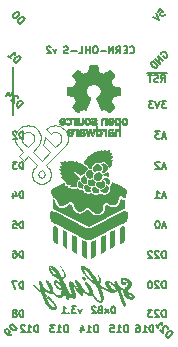
<source format=gbo>
%TF.GenerationSoftware,KiCad,Pcbnew,(6.0.8)*%
%TF.CreationDate,2022-11-23T03:17:42-08:00*%
%TF.ProjectId,0xB2,30784232-2e6b-4696-9361-645f70636258,2*%
%TF.SameCoordinates,Original*%
%TF.FileFunction,Legend,Bot*%
%TF.FilePolarity,Positive*%
%FSLAX46Y46*%
G04 Gerber Fmt 4.6, Leading zero omitted, Abs format (unit mm)*
G04 Created by KiCad (PCBNEW (6.0.8)) date 2022-11-23 03:17:42*
%MOMM*%
%LPD*%
G01*
G04 APERTURE LIST*
%ADD10C,0.150000*%
%ADD11C,0.010000*%
%ADD12C,0.040000*%
G04 APERTURE END LIST*
D10*
X145950000Y-84450000D02*
X145950000Y-88500000D01*
X151757142Y-104871428D02*
X151614285Y-105271428D01*
X151471428Y-104871428D01*
X151300000Y-104671428D02*
X150928571Y-104671428D01*
X151128571Y-104900000D01*
X151042857Y-104900000D01*
X150985714Y-104928571D01*
X150957142Y-104957142D01*
X150928571Y-105014285D01*
X150928571Y-105157142D01*
X150957142Y-105214285D01*
X150985714Y-105242857D01*
X151042857Y-105271428D01*
X151214285Y-105271428D01*
X151271428Y-105242857D01*
X151300000Y-105214285D01*
X150671428Y-105214285D02*
X150642857Y-105242857D01*
X150671428Y-105271428D01*
X150700000Y-105242857D01*
X150671428Y-105214285D01*
X150671428Y-105271428D01*
X150071428Y-105271428D02*
X150414285Y-105271428D01*
X150242857Y-105271428D02*
X150242857Y-104671428D01*
X150300000Y-104757142D01*
X150357142Y-104814285D01*
X150414285Y-104842857D01*
X154457142Y-104671428D02*
X154400000Y-104671428D01*
X154342857Y-104700000D01*
X154314285Y-104728571D01*
X154285714Y-104785714D01*
X154257142Y-104900000D01*
X154257142Y-105042857D01*
X154285714Y-105157142D01*
X154314285Y-105214285D01*
X154342857Y-105242857D01*
X154400000Y-105271428D01*
X154457142Y-105271428D01*
X154514285Y-105242857D01*
X154542857Y-105214285D01*
X154571428Y-105157142D01*
X154600000Y-105042857D01*
X154600000Y-104900000D01*
X154571428Y-104785714D01*
X154542857Y-104728571D01*
X154514285Y-104700000D01*
X154457142Y-104671428D01*
X154057142Y-105271428D02*
X153742857Y-104871428D01*
X154057142Y-104871428D02*
X153742857Y-105271428D01*
X153314285Y-104957142D02*
X153228571Y-104985714D01*
X153200000Y-105014285D01*
X153171428Y-105071428D01*
X153171428Y-105157142D01*
X153200000Y-105214285D01*
X153228571Y-105242857D01*
X153285714Y-105271428D01*
X153514285Y-105271428D01*
X153514285Y-104671428D01*
X153314285Y-104671428D01*
X153257142Y-104700000D01*
X153228571Y-104728571D01*
X153200000Y-104785714D01*
X153200000Y-104842857D01*
X153228571Y-104900000D01*
X153257142Y-104928571D01*
X153314285Y-104957142D01*
X153514285Y-104957142D01*
X152942857Y-104728571D02*
X152914285Y-104700000D01*
X152857142Y-104671428D01*
X152714285Y-104671428D01*
X152657142Y-104700000D01*
X152628571Y-104728571D01*
X152600000Y-104785714D01*
X152600000Y-104842857D01*
X152628571Y-104928571D01*
X152971428Y-105271428D01*
X152600000Y-105271428D01*
X155842857Y-83214285D02*
X155871428Y-83242857D01*
X155957142Y-83271428D01*
X156014285Y-83271428D01*
X156100000Y-83242857D01*
X156157142Y-83185714D01*
X156185714Y-83128571D01*
X156214285Y-83014285D01*
X156214285Y-82928571D01*
X156185714Y-82814285D01*
X156157142Y-82757142D01*
X156100000Y-82700000D01*
X156014285Y-82671428D01*
X155957142Y-82671428D01*
X155871428Y-82700000D01*
X155842857Y-82728571D01*
X155585714Y-82957142D02*
X155385714Y-82957142D01*
X155300000Y-83271428D02*
X155585714Y-83271428D01*
X155585714Y-82671428D01*
X155300000Y-82671428D01*
X154700000Y-83271428D02*
X154900000Y-82985714D01*
X155042857Y-83271428D02*
X155042857Y-82671428D01*
X154814285Y-82671428D01*
X154757142Y-82700000D01*
X154728571Y-82728571D01*
X154700000Y-82785714D01*
X154700000Y-82871428D01*
X154728571Y-82928571D01*
X154757142Y-82957142D01*
X154814285Y-82985714D01*
X155042857Y-82985714D01*
X154442857Y-83271428D02*
X154442857Y-82671428D01*
X154100000Y-83271428D01*
X154100000Y-82671428D01*
X153814285Y-83042857D02*
X153357142Y-83042857D01*
X152957142Y-82671428D02*
X152842857Y-82671428D01*
X152785714Y-82700000D01*
X152728571Y-82757142D01*
X152700000Y-82871428D01*
X152700000Y-83071428D01*
X152728571Y-83185714D01*
X152785714Y-83242857D01*
X152842857Y-83271428D01*
X152957142Y-83271428D01*
X153014285Y-83242857D01*
X153071428Y-83185714D01*
X153100000Y-83071428D01*
X153100000Y-82871428D01*
X153071428Y-82757142D01*
X153014285Y-82700000D01*
X152957142Y-82671428D01*
X152442857Y-83271428D02*
X152442857Y-82671428D01*
X152442857Y-82957142D02*
X152100000Y-82957142D01*
X152100000Y-83271428D02*
X152100000Y-82671428D01*
X151528571Y-83271428D02*
X151814285Y-83271428D01*
X151814285Y-82671428D01*
X151328571Y-83042857D02*
X150871428Y-83042857D01*
X150614285Y-83242857D02*
X150528571Y-83271428D01*
X150385714Y-83271428D01*
X150328571Y-83242857D01*
X150300000Y-83214285D01*
X150271428Y-83157142D01*
X150271428Y-83100000D01*
X150300000Y-83042857D01*
X150328571Y-83014285D01*
X150385714Y-82985714D01*
X150500000Y-82957142D01*
X150557142Y-82928571D01*
X150585714Y-82900000D01*
X150614285Y-82842857D01*
X150614285Y-82785714D01*
X150585714Y-82728571D01*
X150557142Y-82700000D01*
X150500000Y-82671428D01*
X150357142Y-82671428D01*
X150271428Y-82700000D01*
X149614285Y-82871428D02*
X149471428Y-83271428D01*
X149328571Y-82871428D01*
X149128571Y-82728571D02*
X149100000Y-82700000D01*
X149042857Y-82671428D01*
X148900000Y-82671428D01*
X148842857Y-82700000D01*
X148814285Y-82728571D01*
X148785714Y-82785714D01*
X148785714Y-82842857D01*
X148814285Y-82928571D01*
X149157142Y-83271428D01*
X148785714Y-83271428D01*
%TO.C,J3*%
X148078571Y-106871428D02*
X148078571Y-106271428D01*
X147935714Y-106271428D01*
X147850000Y-106300000D01*
X147792857Y-106357142D01*
X147764285Y-106414285D01*
X147735714Y-106528571D01*
X147735714Y-106614285D01*
X147764285Y-106728571D01*
X147792857Y-106785714D01*
X147850000Y-106842857D01*
X147935714Y-106871428D01*
X148078571Y-106871428D01*
X147164285Y-106871428D02*
X147507142Y-106871428D01*
X147335714Y-106871428D02*
X147335714Y-106271428D01*
X147392857Y-106357142D01*
X147450000Y-106414285D01*
X147507142Y-106442857D01*
X146935714Y-106328571D02*
X146907142Y-106300000D01*
X146850000Y-106271428D01*
X146707142Y-106271428D01*
X146650000Y-106300000D01*
X146621428Y-106328571D01*
X146592857Y-106385714D01*
X146592857Y-106442857D01*
X146621428Y-106528571D01*
X146964285Y-106871428D01*
X146592857Y-106871428D01*
X153103571Y-106846428D02*
X153103571Y-106246428D01*
X152960714Y-106246428D01*
X152875000Y-106275000D01*
X152817857Y-106332142D01*
X152789285Y-106389285D01*
X152760714Y-106503571D01*
X152760714Y-106589285D01*
X152789285Y-106703571D01*
X152817857Y-106760714D01*
X152875000Y-106817857D01*
X152960714Y-106846428D01*
X153103571Y-106846428D01*
X152189285Y-106846428D02*
X152532142Y-106846428D01*
X152360714Y-106846428D02*
X152360714Y-106246428D01*
X152417857Y-106332142D01*
X152475000Y-106389285D01*
X152532142Y-106417857D01*
X151675000Y-106446428D02*
X151675000Y-106846428D01*
X151817857Y-106217857D02*
X151960714Y-106646428D01*
X151589285Y-106646428D01*
X150578571Y-106846428D02*
X150578571Y-106246428D01*
X150435714Y-106246428D01*
X150350000Y-106275000D01*
X150292857Y-106332142D01*
X150264285Y-106389285D01*
X150235714Y-106503571D01*
X150235714Y-106589285D01*
X150264285Y-106703571D01*
X150292857Y-106760714D01*
X150350000Y-106817857D01*
X150435714Y-106846428D01*
X150578571Y-106846428D01*
X149664285Y-106846428D02*
X150007142Y-106846428D01*
X149835714Y-106846428D02*
X149835714Y-106246428D01*
X149892857Y-106332142D01*
X149950000Y-106389285D01*
X150007142Y-106417857D01*
X149464285Y-106246428D02*
X149092857Y-106246428D01*
X149292857Y-106475000D01*
X149207142Y-106475000D01*
X149150000Y-106503571D01*
X149121428Y-106532142D01*
X149092857Y-106589285D01*
X149092857Y-106732142D01*
X149121428Y-106789285D01*
X149150000Y-106817857D01*
X149207142Y-106846428D01*
X149378571Y-106846428D01*
X149435714Y-106817857D01*
X149464285Y-106789285D01*
X155653571Y-106846428D02*
X155653571Y-106246428D01*
X155510714Y-106246428D01*
X155425000Y-106275000D01*
X155367857Y-106332142D01*
X155339285Y-106389285D01*
X155310714Y-106503571D01*
X155310714Y-106589285D01*
X155339285Y-106703571D01*
X155367857Y-106760714D01*
X155425000Y-106817857D01*
X155510714Y-106846428D01*
X155653571Y-106846428D01*
X154739285Y-106846428D02*
X155082142Y-106846428D01*
X154910714Y-106846428D02*
X154910714Y-106246428D01*
X154967857Y-106332142D01*
X155025000Y-106389285D01*
X155082142Y-106417857D01*
X154196428Y-106246428D02*
X154482142Y-106246428D01*
X154510714Y-106532142D01*
X154482142Y-106503571D01*
X154425000Y-106475000D01*
X154282142Y-106475000D01*
X154225000Y-106503571D01*
X154196428Y-106532142D01*
X154167857Y-106589285D01*
X154167857Y-106732142D01*
X154196428Y-106789285D01*
X154225000Y-106817857D01*
X154282142Y-106846428D01*
X154425000Y-106846428D01*
X154482142Y-106817857D01*
X154510714Y-106789285D01*
X157828571Y-106846428D02*
X157828571Y-106246428D01*
X157685714Y-106246428D01*
X157600000Y-106275000D01*
X157542857Y-106332142D01*
X157514285Y-106389285D01*
X157485714Y-106503571D01*
X157485714Y-106589285D01*
X157514285Y-106703571D01*
X157542857Y-106760714D01*
X157600000Y-106817857D01*
X157685714Y-106846428D01*
X157828571Y-106846428D01*
X156914285Y-106846428D02*
X157257142Y-106846428D01*
X157085714Y-106846428D02*
X157085714Y-106246428D01*
X157142857Y-106332142D01*
X157200000Y-106389285D01*
X157257142Y-106417857D01*
X156400000Y-106246428D02*
X156514285Y-106246428D01*
X156571428Y-106275000D01*
X156600000Y-106303571D01*
X156657142Y-106389285D01*
X156685714Y-106503571D01*
X156685714Y-106732142D01*
X156657142Y-106789285D01*
X156628571Y-106817857D01*
X156571428Y-106846428D01*
X156457142Y-106846428D01*
X156400000Y-106817857D01*
X156371428Y-106789285D01*
X156342857Y-106732142D01*
X156342857Y-106589285D01*
X156371428Y-106532142D01*
X156400000Y-106503571D01*
X156457142Y-106475000D01*
X156571428Y-106475000D01*
X156628571Y-106503571D01*
X156657142Y-106532142D01*
X156685714Y-106589285D01*
%TO.C,J2*%
X146826071Y-98071428D02*
X146826071Y-97471428D01*
X146683214Y-97471428D01*
X146597500Y-97500000D01*
X146540357Y-97557142D01*
X146511785Y-97614285D01*
X146483214Y-97728571D01*
X146483214Y-97814285D01*
X146511785Y-97928571D01*
X146540357Y-97985714D01*
X146597500Y-98042857D01*
X146683214Y-98071428D01*
X146826071Y-98071428D01*
X145940357Y-97471428D02*
X146226071Y-97471428D01*
X146254642Y-97757142D01*
X146226071Y-97728571D01*
X146168928Y-97700000D01*
X146026071Y-97700000D01*
X145968928Y-97728571D01*
X145940357Y-97757142D01*
X145911785Y-97814285D01*
X145911785Y-97957142D01*
X145940357Y-98014285D01*
X145968928Y-98042857D01*
X146026071Y-98071428D01*
X146168928Y-98071428D01*
X146226071Y-98042857D01*
X146254642Y-98014285D01*
X146288181Y-106570676D02*
X145863917Y-106146412D01*
X145762902Y-106247427D01*
X145722496Y-106328239D01*
X145722496Y-106409051D01*
X145742699Y-106469660D01*
X145803308Y-106570676D01*
X145863917Y-106631285D01*
X145964932Y-106691894D01*
X146025542Y-106712097D01*
X146106354Y-106712097D01*
X146187166Y-106671691D01*
X146288181Y-106570676D01*
X145843714Y-107015143D02*
X145762902Y-107095955D01*
X145702293Y-107116158D01*
X145661887Y-107116158D01*
X145560871Y-107095955D01*
X145459856Y-107035346D01*
X145298232Y-106873722D01*
X145278029Y-106813112D01*
X145278029Y-106772706D01*
X145298232Y-106712097D01*
X145379044Y-106631285D01*
X145439653Y-106611082D01*
X145480059Y-106611082D01*
X145540668Y-106631285D01*
X145641684Y-106732300D01*
X145661887Y-106792909D01*
X145661887Y-106833315D01*
X145641684Y-106893925D01*
X145560871Y-106974737D01*
X145500262Y-106994940D01*
X145459856Y-106994940D01*
X145399247Y-106974737D01*
X146393248Y-87857106D02*
X146817512Y-87432842D01*
X146716497Y-87331827D01*
X146635685Y-87291421D01*
X146554873Y-87291421D01*
X146494264Y-87311624D01*
X146393248Y-87372233D01*
X146332639Y-87432842D01*
X146272030Y-87533857D01*
X146251827Y-87594467D01*
X146251827Y-87675279D01*
X146292233Y-87756091D01*
X146393248Y-87857106D01*
X146373045Y-87069187D02*
X146373045Y-87028781D01*
X146352842Y-86968172D01*
X146251827Y-86867157D01*
X146191218Y-86846954D01*
X146150812Y-86846954D01*
X146090203Y-86867157D01*
X146049796Y-86907563D01*
X146009390Y-86988375D01*
X146009390Y-87473248D01*
X145746751Y-87210609D01*
X145665938Y-86564111D02*
X145383096Y-86846954D01*
X145928578Y-86503502D02*
X145726548Y-86907563D01*
X145463908Y-86644923D01*
X146826071Y-93021428D02*
X146826071Y-92421428D01*
X146683214Y-92421428D01*
X146597500Y-92450000D01*
X146540357Y-92507142D01*
X146511785Y-92564285D01*
X146483214Y-92678571D01*
X146483214Y-92764285D01*
X146511785Y-92878571D01*
X146540357Y-92935714D01*
X146597500Y-92992857D01*
X146683214Y-93021428D01*
X146826071Y-93021428D01*
X146283214Y-92421428D02*
X145911785Y-92421428D01*
X146111785Y-92650000D01*
X146026071Y-92650000D01*
X145968928Y-92678571D01*
X145940357Y-92707142D01*
X145911785Y-92764285D01*
X145911785Y-92907142D01*
X145940357Y-92964285D01*
X145968928Y-92992857D01*
X146026071Y-93021428D01*
X146197500Y-93021428D01*
X146254642Y-92992857D01*
X146283214Y-92964285D01*
X146826071Y-105571428D02*
X146826071Y-104971428D01*
X146683214Y-104971428D01*
X146597500Y-105000000D01*
X146540357Y-105057142D01*
X146511785Y-105114285D01*
X146483214Y-105228571D01*
X146483214Y-105314285D01*
X146511785Y-105428571D01*
X146540357Y-105485714D01*
X146597500Y-105542857D01*
X146683214Y-105571428D01*
X146826071Y-105571428D01*
X146140357Y-105228571D02*
X146197500Y-105200000D01*
X146226071Y-105171428D01*
X146254642Y-105114285D01*
X146254642Y-105085714D01*
X146226071Y-105028571D01*
X146197500Y-105000000D01*
X146140357Y-104971428D01*
X146026071Y-104971428D01*
X145968928Y-105000000D01*
X145940357Y-105028571D01*
X145911785Y-105085714D01*
X145911785Y-105114285D01*
X145940357Y-105171428D01*
X145968928Y-105200000D01*
X146026071Y-105228571D01*
X146140357Y-105228571D01*
X146197500Y-105257142D01*
X146226071Y-105285714D01*
X146254642Y-105342857D01*
X146254642Y-105457142D01*
X146226071Y-105514285D01*
X146197500Y-105542857D01*
X146140357Y-105571428D01*
X146026071Y-105571428D01*
X145968928Y-105542857D01*
X145940357Y-105514285D01*
X145911785Y-105457142D01*
X145911785Y-105342857D01*
X145940357Y-105285714D01*
X145968928Y-105257142D01*
X146026071Y-105228571D01*
X146204323Y-84088181D02*
X146628587Y-83663917D01*
X146527572Y-83562902D01*
X146446760Y-83522496D01*
X146365948Y-83522496D01*
X146305339Y-83542699D01*
X146204323Y-83603308D01*
X146143714Y-83663917D01*
X146083105Y-83764932D01*
X146062902Y-83825542D01*
X146062902Y-83906354D01*
X146103308Y-83987166D01*
X146204323Y-84088181D01*
X145557826Y-83441684D02*
X145800262Y-83684120D01*
X145679044Y-83562902D02*
X146103308Y-83138638D01*
X146083105Y-83239653D01*
X146083105Y-83320465D01*
X146103308Y-83381074D01*
X146826071Y-95521428D02*
X146826071Y-94921428D01*
X146683214Y-94921428D01*
X146597500Y-94950000D01*
X146540357Y-95007142D01*
X146511785Y-95064285D01*
X146483214Y-95178571D01*
X146483214Y-95264285D01*
X146511785Y-95378571D01*
X146540357Y-95435714D01*
X146597500Y-95492857D01*
X146683214Y-95521428D01*
X146826071Y-95521428D01*
X145968928Y-95121428D02*
X145968928Y-95521428D01*
X146111785Y-94892857D02*
X146254642Y-95321428D01*
X145883214Y-95321428D01*
X146826071Y-100571428D02*
X146826071Y-99971428D01*
X146683214Y-99971428D01*
X146597500Y-100000000D01*
X146540357Y-100057142D01*
X146511785Y-100114285D01*
X146483214Y-100228571D01*
X146483214Y-100314285D01*
X146511785Y-100428571D01*
X146540357Y-100485714D01*
X146597500Y-100542857D01*
X146683214Y-100571428D01*
X146826071Y-100571428D01*
X145968928Y-99971428D02*
X146083214Y-99971428D01*
X146140357Y-100000000D01*
X146168928Y-100028571D01*
X146226071Y-100114285D01*
X146254642Y-100228571D01*
X146254642Y-100457142D01*
X146226071Y-100514285D01*
X146197500Y-100542857D01*
X146140357Y-100571428D01*
X146026071Y-100571428D01*
X145968928Y-100542857D01*
X145940357Y-100514285D01*
X145911785Y-100457142D01*
X145911785Y-100314285D01*
X145940357Y-100257142D01*
X145968928Y-100228571D01*
X146026071Y-100200000D01*
X146140357Y-100200000D01*
X146197500Y-100228571D01*
X146226071Y-100257142D01*
X146254642Y-100314285D01*
X146504323Y-80738181D02*
X146928587Y-80313917D01*
X146827572Y-80212902D01*
X146746760Y-80172496D01*
X146665948Y-80172496D01*
X146605339Y-80192699D01*
X146504323Y-80253308D01*
X146443714Y-80313917D01*
X146383105Y-80414932D01*
X146362902Y-80475542D01*
X146362902Y-80556354D01*
X146403308Y-80637166D01*
X146504323Y-80738181D01*
X146423511Y-79808841D02*
X146383105Y-79768435D01*
X146322496Y-79748232D01*
X146282090Y-79748232D01*
X146221481Y-79768435D01*
X146120465Y-79829044D01*
X146019450Y-79930059D01*
X145958841Y-80031074D01*
X145938638Y-80091684D01*
X145938638Y-80132090D01*
X145958841Y-80192699D01*
X145999247Y-80233105D01*
X146059856Y-80253308D01*
X146100262Y-80253308D01*
X146160871Y-80233105D01*
X146261887Y-80172496D01*
X146362902Y-80071481D01*
X146423511Y-79970465D01*
X146443714Y-79909856D01*
X146443714Y-79869450D01*
X146423511Y-79808841D01*
X146826071Y-90471428D02*
X146826071Y-89871428D01*
X146683214Y-89871428D01*
X146597500Y-89900000D01*
X146540357Y-89957142D01*
X146511785Y-90014285D01*
X146483214Y-90128571D01*
X146483214Y-90214285D01*
X146511785Y-90328571D01*
X146540357Y-90385714D01*
X146597500Y-90442857D01*
X146683214Y-90471428D01*
X146826071Y-90471428D01*
X146254642Y-89928571D02*
X146226071Y-89900000D01*
X146168928Y-89871428D01*
X146026071Y-89871428D01*
X145968928Y-89900000D01*
X145940357Y-89928571D01*
X145911785Y-89985714D01*
X145911785Y-90042857D01*
X145940357Y-90128571D01*
X146283214Y-90471428D01*
X145911785Y-90471428D01*
X146826071Y-103171428D02*
X146826071Y-102571428D01*
X146683214Y-102571428D01*
X146597500Y-102600000D01*
X146540357Y-102657142D01*
X146511785Y-102714285D01*
X146483214Y-102828571D01*
X146483214Y-102914285D01*
X146511785Y-103028571D01*
X146540357Y-103085714D01*
X146597500Y-103142857D01*
X146683214Y-103171428D01*
X146826071Y-103171428D01*
X146283214Y-102571428D02*
X145883214Y-102571428D01*
X146140357Y-103171428D01*
%TO.C,J4*%
X158863214Y-97875000D02*
X158577500Y-97875000D01*
X158920357Y-98046428D02*
X158720357Y-97446428D01*
X158520357Y-98046428D01*
X158206071Y-97446428D02*
X158148928Y-97446428D01*
X158091785Y-97475000D01*
X158063214Y-97503571D01*
X158034642Y-97560714D01*
X158006071Y-97675000D01*
X158006071Y-97817857D01*
X158034642Y-97932142D01*
X158063214Y-97989285D01*
X158091785Y-98017857D01*
X158148928Y-98046428D01*
X158206071Y-98046428D01*
X158263214Y-98017857D01*
X158291785Y-97989285D01*
X158320357Y-97932142D01*
X158348928Y-97817857D01*
X158348928Y-97675000D01*
X158320357Y-97560714D01*
X158291785Y-97503571D01*
X158263214Y-97475000D01*
X158206071Y-97446428D01*
X159063112Y-107346970D02*
X159487376Y-106922706D01*
X159386361Y-106821691D01*
X159305549Y-106781285D01*
X159224737Y-106781285D01*
X159164128Y-106801488D01*
X159063112Y-106862097D01*
X159002503Y-106922706D01*
X158941894Y-107023722D01*
X158921691Y-107084331D01*
X158921691Y-107165143D01*
X158962097Y-107245955D01*
X159063112Y-107346970D01*
X159042909Y-106559051D02*
X159042909Y-106518645D01*
X159022706Y-106458036D01*
X158921691Y-106357021D01*
X158861082Y-106336818D01*
X158820676Y-106336818D01*
X158760067Y-106357021D01*
X158719660Y-106397427D01*
X158679254Y-106478239D01*
X158679254Y-106963112D01*
X158416615Y-106700473D01*
X158012554Y-106296412D02*
X158254990Y-106538848D01*
X158133772Y-106417630D02*
X158558036Y-105993366D01*
X158537833Y-106094381D01*
X158537833Y-106175193D01*
X158558036Y-106235803D01*
X158859642Y-103121428D02*
X158859642Y-102521428D01*
X158716785Y-102521428D01*
X158631071Y-102550000D01*
X158573928Y-102607142D01*
X158545357Y-102664285D01*
X158516785Y-102778571D01*
X158516785Y-102864285D01*
X158545357Y-102978571D01*
X158573928Y-103035714D01*
X158631071Y-103092857D01*
X158716785Y-103121428D01*
X158859642Y-103121428D01*
X158288214Y-102578571D02*
X158259642Y-102550000D01*
X158202500Y-102521428D01*
X158059642Y-102521428D01*
X158002500Y-102550000D01*
X157973928Y-102578571D01*
X157945357Y-102635714D01*
X157945357Y-102692857D01*
X157973928Y-102778571D01*
X158316785Y-103121428D01*
X157945357Y-103121428D01*
X157573928Y-102521428D02*
X157516785Y-102521428D01*
X157459642Y-102550000D01*
X157431071Y-102578571D01*
X157402500Y-102635714D01*
X157373928Y-102750000D01*
X157373928Y-102892857D01*
X157402500Y-103007142D01*
X157431071Y-103064285D01*
X157459642Y-103092857D01*
X157516785Y-103121428D01*
X157573928Y-103121428D01*
X157631071Y-103092857D01*
X157659642Y-103064285D01*
X157688214Y-103007142D01*
X157716785Y-102892857D01*
X157716785Y-102750000D01*
X157688214Y-102635714D01*
X157659642Y-102578571D01*
X157631071Y-102550000D01*
X157573928Y-102521428D01*
X158859642Y-105571428D02*
X158859642Y-104971428D01*
X158716785Y-104971428D01*
X158631071Y-105000000D01*
X158573928Y-105057142D01*
X158545357Y-105114285D01*
X158516785Y-105228571D01*
X158516785Y-105314285D01*
X158545357Y-105428571D01*
X158573928Y-105485714D01*
X158631071Y-105542857D01*
X158716785Y-105571428D01*
X158859642Y-105571428D01*
X158288214Y-105028571D02*
X158259642Y-105000000D01*
X158202500Y-104971428D01*
X158059642Y-104971428D01*
X158002500Y-105000000D01*
X157973928Y-105028571D01*
X157945357Y-105085714D01*
X157945357Y-105142857D01*
X157973928Y-105228571D01*
X158316785Y-105571428D01*
X157945357Y-105571428D01*
X157745357Y-104971428D02*
X157373928Y-104971428D01*
X157573928Y-105200000D01*
X157488214Y-105200000D01*
X157431071Y-105228571D01*
X157402500Y-105257142D01*
X157373928Y-105314285D01*
X157373928Y-105457142D01*
X157402500Y-105514285D01*
X157431071Y-105542857D01*
X157488214Y-105571428D01*
X157659642Y-105571428D01*
X157716785Y-105542857D01*
X157745357Y-105514285D01*
X158916785Y-87296428D02*
X158545357Y-87296428D01*
X158745357Y-87525000D01*
X158659642Y-87525000D01*
X158602500Y-87553571D01*
X158573928Y-87582142D01*
X158545357Y-87639285D01*
X158545357Y-87782142D01*
X158573928Y-87839285D01*
X158602500Y-87867857D01*
X158659642Y-87896428D01*
X158831071Y-87896428D01*
X158888214Y-87867857D01*
X158916785Y-87839285D01*
X158373928Y-87296428D02*
X158173928Y-87896428D01*
X157973928Y-87296428D01*
X157831071Y-87296428D02*
X157459642Y-87296428D01*
X157659642Y-87525000D01*
X157573928Y-87525000D01*
X157516785Y-87553571D01*
X157488214Y-87582142D01*
X157459642Y-87639285D01*
X157459642Y-87782142D01*
X157488214Y-87839285D01*
X157516785Y-87867857D01*
X157573928Y-87896428D01*
X157745357Y-87896428D01*
X157802500Y-87867857D01*
X157831071Y-87839285D01*
X158863214Y-95350000D02*
X158577500Y-95350000D01*
X158920357Y-95521428D02*
X158720357Y-94921428D01*
X158520357Y-95521428D01*
X158006071Y-95521428D02*
X158348928Y-95521428D01*
X158177500Y-95521428D02*
X158177500Y-94921428D01*
X158234642Y-95007142D01*
X158291785Y-95064285D01*
X158348928Y-95092857D01*
X158863214Y-90300000D02*
X158577500Y-90300000D01*
X158920357Y-90471428D02*
X158720357Y-89871428D01*
X158520357Y-90471428D01*
X158377500Y-89871428D02*
X158006071Y-89871428D01*
X158206071Y-90100000D01*
X158120357Y-90100000D01*
X158063214Y-90128571D01*
X158034642Y-90157142D01*
X158006071Y-90214285D01*
X158006071Y-90357142D01*
X158034642Y-90414285D01*
X158063214Y-90442857D01*
X158120357Y-90471428D01*
X158291785Y-90471428D01*
X158348928Y-90442857D01*
X158377500Y-90414285D01*
X158470676Y-83280059D02*
X158490879Y-83219450D01*
X158551488Y-83158841D01*
X158632300Y-83118435D01*
X158713112Y-83118435D01*
X158773722Y-83138638D01*
X158874737Y-83199247D01*
X158935346Y-83259856D01*
X158995955Y-83360871D01*
X159016158Y-83421481D01*
X159016158Y-83502293D01*
X158975752Y-83583105D01*
X158935346Y-83623511D01*
X158854534Y-83663917D01*
X158814128Y-83663917D01*
X158672706Y-83522496D01*
X158753518Y-83441684D01*
X158672706Y-83886151D02*
X158248442Y-83461887D01*
X158430270Y-84128587D01*
X158006006Y-83704323D01*
X158228239Y-84330618D02*
X157803975Y-83906354D01*
X157702960Y-84007369D01*
X157662554Y-84088181D01*
X157662554Y-84168993D01*
X157682757Y-84229603D01*
X157743366Y-84330618D01*
X157803975Y-84391227D01*
X157904990Y-84451836D01*
X157965599Y-84472039D01*
X158046412Y-84472039D01*
X158127224Y-84431633D01*
X158228239Y-84330618D01*
X158952500Y-84902000D02*
X158352500Y-84902000D01*
X158466785Y-85671428D02*
X158666785Y-85385714D01*
X158809642Y-85671428D02*
X158809642Y-85071428D01*
X158581071Y-85071428D01*
X158523928Y-85100000D01*
X158495357Y-85128571D01*
X158466785Y-85185714D01*
X158466785Y-85271428D01*
X158495357Y-85328571D01*
X158523928Y-85357142D01*
X158581071Y-85385714D01*
X158809642Y-85385714D01*
X158352500Y-84902000D02*
X157781071Y-84902000D01*
X158238214Y-85642857D02*
X158152500Y-85671428D01*
X158009642Y-85671428D01*
X157952500Y-85642857D01*
X157923928Y-85614285D01*
X157895357Y-85557142D01*
X157895357Y-85500000D01*
X157923928Y-85442857D01*
X157952500Y-85414285D01*
X158009642Y-85385714D01*
X158123928Y-85357142D01*
X158181071Y-85328571D01*
X158209642Y-85300000D01*
X158238214Y-85242857D01*
X158238214Y-85185714D01*
X158209642Y-85128571D01*
X158181071Y-85100000D01*
X158123928Y-85071428D01*
X157981071Y-85071428D01*
X157895357Y-85100000D01*
X157781071Y-84902000D02*
X157323928Y-84902000D01*
X157723928Y-85071428D02*
X157381071Y-85071428D01*
X157552500Y-85671428D02*
X157552500Y-85071428D01*
X158859642Y-100596428D02*
X158859642Y-99996428D01*
X158716785Y-99996428D01*
X158631071Y-100025000D01*
X158573928Y-100082142D01*
X158545357Y-100139285D01*
X158516785Y-100253571D01*
X158516785Y-100339285D01*
X158545357Y-100453571D01*
X158573928Y-100510714D01*
X158631071Y-100567857D01*
X158716785Y-100596428D01*
X158859642Y-100596428D01*
X158288214Y-100053571D02*
X158259642Y-100025000D01*
X158202500Y-99996428D01*
X158059642Y-99996428D01*
X158002500Y-100025000D01*
X157973928Y-100053571D01*
X157945357Y-100110714D01*
X157945357Y-100167857D01*
X157973928Y-100253571D01*
X158316785Y-100596428D01*
X157945357Y-100596428D01*
X157716785Y-100053571D02*
X157688214Y-100025000D01*
X157631071Y-99996428D01*
X157488214Y-99996428D01*
X157431071Y-100025000D01*
X157402500Y-100053571D01*
X157373928Y-100110714D01*
X157373928Y-100167857D01*
X157402500Y-100253571D01*
X157745357Y-100596428D01*
X157373928Y-100596428D01*
X158195676Y-79739653D02*
X158397706Y-79537623D01*
X158619940Y-79719450D01*
X158579534Y-79719450D01*
X158518925Y-79739653D01*
X158417909Y-79840668D01*
X158397706Y-79901277D01*
X158397706Y-79941684D01*
X158417909Y-80002293D01*
X158518925Y-80103308D01*
X158579534Y-80123511D01*
X158619940Y-80123511D01*
X158680549Y-80103308D01*
X158781564Y-80002293D01*
X158801767Y-79941684D01*
X158801767Y-79901277D01*
X158054254Y-79881074D02*
X158337097Y-80446760D01*
X157771412Y-80163917D01*
X158863214Y-92850000D02*
X158577500Y-92850000D01*
X158920357Y-93021428D02*
X158720357Y-92421428D01*
X158520357Y-93021428D01*
X158348928Y-92478571D02*
X158320357Y-92450000D01*
X158263214Y-92421428D01*
X158120357Y-92421428D01*
X158063214Y-92450000D01*
X158034642Y-92478571D01*
X158006071Y-92535714D01*
X158006071Y-92592857D01*
X158034642Y-92678571D01*
X158377500Y-93021428D01*
X158006071Y-93021428D01*
%TO.C,splinky*%
G36*
X148821170Y-103920350D02*
G01*
X148790570Y-103893450D01*
X148819380Y-103858900D01*
X148891720Y-103832550D01*
X148821170Y-103920350D01*
G37*
G36*
X148821170Y-103920350D02*
G01*
X148821130Y-103920400D01*
X148790510Y-103893520D01*
X148790570Y-103893450D01*
X148821170Y-103920350D01*
G37*
G36*
X148855640Y-103950650D02*
G01*
X148819550Y-103922370D01*
X148821170Y-103920350D01*
X148855640Y-103950650D01*
G37*
G36*
X155122020Y-103445560D02*
G01*
X155153450Y-103529050D01*
X155194080Y-103636490D01*
X155235280Y-103743920D01*
X155264450Y-103820180D01*
X155293050Y-103895860D01*
X155321470Y-103971160D01*
X155349320Y-104045880D01*
X155378546Y-104120470D01*
X155407771Y-104195640D01*
X155437097Y-104271240D01*
X155466424Y-104347410D01*
X155466696Y-104347640D01*
X155466696Y-104348120D01*
X155478438Y-104388200D01*
X155488445Y-104427720D01*
X155497639Y-104466980D01*
X155505096Y-104505680D01*
X155505294Y-104506630D01*
X155505294Y-104507830D01*
X155505107Y-104522040D01*
X155504341Y-104536210D01*
X155503313Y-104550560D01*
X155501692Y-104564900D01*
X155501692Y-104563150D01*
X155501296Y-104578230D01*
X155499042Y-104593290D01*
X155495733Y-104608110D01*
X155490615Y-104622880D01*
X155490615Y-104623110D01*
X155481504Y-104647840D01*
X155466216Y-104666590D01*
X155447569Y-104681870D01*
X155423670Y-104689660D01*
X155399189Y-104695280D01*
X155375416Y-104693280D01*
X155352035Y-104687370D01*
X155330490Y-104673890D01*
X155329480Y-104673420D01*
X155311600Y-104655180D01*
X155294480Y-104637970D01*
X155285250Y-104627990D01*
X155277350Y-104616830D01*
X155270490Y-104605820D01*
X155264780Y-104593760D01*
X155264030Y-104592330D01*
X155252400Y-104572050D01*
X155241330Y-104551810D01*
X155230160Y-104530790D01*
X155219580Y-104509770D01*
X155219380Y-104509540D01*
X155219380Y-104509060D01*
X155210690Y-104488130D01*
X155201990Y-104466610D01*
X155193290Y-104444680D01*
X155184590Y-104422160D01*
X155184590Y-104421920D01*
X155146750Y-104318170D01*
X155109480Y-104215570D01*
X155072600Y-104113530D01*
X155036290Y-104012660D01*
X155000340Y-103911750D01*
X154965540Y-103809680D01*
X154931250Y-103707200D01*
X154898120Y-103603570D01*
X154853840Y-103488080D01*
X154796440Y-103378310D01*
X154772470Y-103338240D01*
X155122020Y-103445560D01*
G37*
G36*
X149032970Y-101284603D02*
G01*
X149034740Y-101286466D01*
X149022490Y-101273720D01*
X149022510Y-101273709D01*
X149032970Y-101284603D01*
G37*
G36*
X152117510Y-102619590D02*
G01*
X152118000Y-102619590D01*
X152132490Y-102621690D01*
X152147900Y-102624910D01*
X152164140Y-102628820D01*
X152181480Y-102633900D01*
X152181820Y-102633990D01*
X152029230Y-102689580D01*
X152029290Y-102685360D01*
X152033230Y-102666000D01*
X152043840Y-102648940D01*
X152057230Y-102632460D01*
X152075240Y-102622970D01*
X152095090Y-102617560D01*
X152117510Y-102619590D01*
G37*
G36*
X149147540Y-101422612D02*
G01*
X149136680Y-101417958D01*
X149143100Y-101416761D01*
X149147540Y-101422612D01*
G37*
G36*
X149072610Y-101328022D02*
G01*
X149023950Y-101272198D01*
X149025560Y-101270516D01*
X149072610Y-101328022D01*
G37*
G36*
X150011980Y-102088695D02*
G01*
X150049840Y-102154220D01*
X150069500Y-102188260D01*
X149848980Y-102430650D01*
X149835330Y-102407930D01*
X149816980Y-102377870D01*
X149802970Y-102355770D01*
X149994070Y-102055955D01*
X150011980Y-102088695D01*
G37*
G36*
X149034740Y-101286466D02*
G01*
X149035900Y-101287687D01*
X149038990Y-101290987D01*
X149065980Y-101320413D01*
X149072610Y-101328022D01*
X149110220Y-101373985D01*
X149134930Y-101415048D01*
X149131160Y-101415867D01*
X149124950Y-101413618D01*
X149132830Y-101455486D01*
X149143500Y-101494412D01*
X149159780Y-101540714D01*
X149180470Y-101582342D01*
X149180740Y-101582578D01*
X149180740Y-101582814D01*
X149201740Y-101623987D01*
X149224440Y-101664584D01*
X149247980Y-101704820D01*
X149273240Y-101744481D01*
X149315330Y-101803578D01*
X149362540Y-101859284D01*
X149412510Y-101913320D01*
X149467610Y-101963942D01*
X149522520Y-102011867D01*
X149578460Y-102052294D01*
X149624520Y-102081579D01*
X149671230Y-102105922D01*
X149671230Y-102104952D01*
X149671110Y-102102062D01*
X149670500Y-102100121D01*
X149669640Y-102098260D01*
X149668110Y-102096499D01*
X149666880Y-102095295D01*
X149665890Y-102093542D01*
X149574760Y-101934671D01*
X149469280Y-101782105D01*
X149356760Y-101632698D01*
X149229910Y-101489570D01*
X149229720Y-101489334D01*
X149515250Y-101408784D01*
X149567380Y-101454217D01*
X149633970Y-101520662D01*
X149680160Y-101568604D01*
X149722870Y-101619461D01*
X149763730Y-101671908D01*
X149801090Y-101727260D01*
X149801360Y-101727496D01*
X149835700Y-101783160D01*
X149869460Y-101839400D01*
X149903090Y-101895908D01*
X149936130Y-101952996D01*
X149935870Y-101952996D01*
X149954960Y-101986190D01*
X149974060Y-102019969D01*
X149993030Y-102054050D01*
X149994070Y-102055955D01*
X149802970Y-102355770D01*
X149798640Y-102348930D01*
X149796210Y-102347090D01*
X149790620Y-102343860D01*
X149782920Y-102339750D01*
X149772060Y-102334860D01*
X149773050Y-102335100D01*
X149658960Y-102291660D01*
X149555220Y-102235330D01*
X149456660Y-102172470D01*
X149374330Y-102101720D01*
X149022480Y-101273732D01*
X149022490Y-101273720D01*
X149034740Y-101286466D01*
G37*
G36*
X148691930Y-103806950D02*
G01*
X148766830Y-103874690D01*
X148767470Y-103875450D01*
X148768310Y-103877510D01*
X148760010Y-103880530D01*
X148759980Y-103880520D01*
X148776020Y-103920790D01*
X148794030Y-103963800D01*
X148823110Y-104029980D01*
X148856350Y-104101920D01*
X148856350Y-104102150D01*
X148889710Y-104176490D01*
X148926150Y-104249270D01*
X148964090Y-104321270D01*
X149005130Y-104391730D01*
X149047340Y-104460390D01*
X149091570Y-104523800D01*
X149136820Y-104584570D01*
X149184070Y-104640120D01*
X149231820Y-104690820D01*
X149280240Y-104728950D01*
X149328480Y-104760510D01*
X149377290Y-104779920D01*
X149421120Y-104783660D01*
X149445870Y-104771410D01*
X149463620Y-104751480D01*
X149467620Y-104710960D01*
X149467090Y-104692270D01*
X149464700Y-104676530D01*
X149461460Y-104662260D01*
X149456550Y-104650810D01*
X149456280Y-104650510D01*
X149448570Y-104633520D01*
X149440850Y-104617050D01*
X149433110Y-104600880D01*
X149425360Y-104585220D01*
X149425160Y-104584750D01*
X149424890Y-104584270D01*
X149418630Y-104569340D01*
X149411370Y-104554920D01*
X149403780Y-104540830D01*
X149395200Y-104527200D01*
X149394930Y-104526970D01*
X149377890Y-104502170D01*
X149360880Y-104477930D01*
X149343860Y-104454000D01*
X149326830Y-104430580D01*
X149309700Y-104407520D01*
X149291550Y-104384990D01*
X149272860Y-104362620D01*
X149253150Y-104340780D01*
X149230340Y-104316310D01*
X149203880Y-104287640D01*
X149175960Y-104257040D01*
X149144480Y-104222350D01*
X149144020Y-104221800D01*
X149109740Y-104187610D01*
X149074430Y-104152900D01*
X149038610Y-104117580D01*
X149001770Y-104081760D01*
X148964550Y-104047760D01*
X148927830Y-104014780D01*
X148891710Y-103982440D01*
X148856130Y-103951130D01*
X148855640Y-103950650D01*
X148954110Y-103819120D01*
X148998320Y-103855950D01*
X149071240Y-103922790D01*
X149071240Y-103923030D01*
X149071440Y-103923030D01*
X149142950Y-103992300D01*
X149213310Y-104063130D01*
X149283160Y-104134940D01*
X149351960Y-104208310D01*
X149352230Y-104208310D01*
X149387580Y-104247940D01*
X149420330Y-104288630D01*
X149451940Y-104329970D01*
X149480950Y-104372390D01*
X149480950Y-104372630D01*
X149508970Y-104416670D01*
X149536480Y-104461220D01*
X149563680Y-104506010D01*
X149590370Y-104551330D01*
X149590370Y-104551560D01*
X149590570Y-104551800D01*
X149616740Y-104606750D01*
X149632840Y-104663460D01*
X149643960Y-104721060D01*
X149644940Y-104780200D01*
X149640470Y-104832120D01*
X149624420Y-104877070D01*
X149602490Y-104918360D01*
X149569090Y-104951830D01*
X149531140Y-104980180D01*
X149486990Y-104995310D01*
X149440080Y-105003600D01*
X149387970Y-104998690D01*
X149387480Y-104998450D01*
X149387210Y-104998450D01*
X149310050Y-104979630D01*
X149234560Y-104949180D01*
X149159930Y-104912950D01*
X149087020Y-104865170D01*
X149016020Y-104812340D01*
X148950820Y-104751090D01*
X148888470Y-104685740D01*
X148831950Y-104612010D01*
X148831750Y-104611780D01*
X148755190Y-104496210D01*
X148684880Y-104376980D01*
X148617770Y-104256080D01*
X148556900Y-104131550D01*
X148556900Y-104131310D01*
X148498030Y-104005860D01*
X148447480Y-103875190D01*
X148401030Y-103741980D01*
X148362930Y-103603550D01*
X148362930Y-103602830D01*
X148353920Y-103569050D01*
X148338330Y-103541660D01*
X148319410Y-103517110D01*
X148293610Y-103498230D01*
X148293410Y-103498000D01*
X148293150Y-103498000D01*
X148229510Y-103451860D01*
X148173120Y-103409340D01*
X148120240Y-103368590D01*
X148074570Y-103331440D01*
X148030120Y-103294250D01*
X147989280Y-103258610D01*
X147950390Y-103223620D01*
X147915130Y-103190180D01*
X147881270Y-103157260D01*
X147849480Y-103124840D01*
X147818750Y-103092790D01*
X147790080Y-103061250D01*
X147789810Y-103061010D01*
X147761480Y-103027570D01*
X147732110Y-102992050D01*
X147702180Y-102955460D01*
X147671210Y-102916800D01*
X147655040Y-102896450D01*
X148691930Y-103806950D01*
G37*
G36*
X149221950Y-101481286D02*
G01*
X149221500Y-101481408D01*
X149214130Y-101473713D01*
X149214570Y-101473600D01*
X149221950Y-101481286D01*
G37*
G36*
X148954110Y-103819120D02*
G01*
X148855640Y-103950650D01*
X148821170Y-103920350D01*
X148891720Y-103832550D01*
X148946340Y-103812650D01*
X148954110Y-103819120D01*
G37*
G36*
X149587250Y-102468810D02*
G01*
X149639700Y-102485120D01*
X149640440Y-102485360D01*
X149640930Y-102485600D01*
X149647950Y-102489130D01*
X149654930Y-102492660D01*
X149661810Y-102496050D01*
X149668660Y-102499430D01*
X149669400Y-102499910D01*
X149669890Y-102500150D01*
X149674900Y-102503420D01*
X149680500Y-102506730D01*
X149686410Y-102509990D01*
X149692860Y-102513250D01*
X149693060Y-102513490D01*
X149693330Y-102513490D01*
X149700000Y-102517330D01*
X149610570Y-102657650D01*
X149529990Y-102468020D01*
X149539190Y-102466890D01*
X149587250Y-102468810D01*
G37*
G36*
X149212790Y-101474056D02*
G01*
X149203670Y-101466755D01*
X149205450Y-101466319D01*
X149212790Y-101474056D01*
G37*
G36*
X149196720Y-101459342D02*
G01*
X149193970Y-101459985D01*
X149193660Y-101459648D01*
X149196410Y-101459007D01*
X149196720Y-101459342D01*
G37*
G36*
X148817710Y-102468380D02*
G01*
X148817910Y-102468620D01*
X148818180Y-102468620D01*
X148840450Y-102477030D01*
X148862150Y-102487040D01*
X148883650Y-102497890D01*
X148904620Y-102510350D01*
X148904890Y-102510350D01*
X148904890Y-102510590D01*
X148924130Y-102523790D01*
X148943290Y-102538550D01*
X148962290Y-102554140D01*
X148981220Y-102571280D01*
X148981410Y-102571580D01*
X149030700Y-102620880D01*
X149076360Y-102672310D01*
X149120220Y-102724880D01*
X149160430Y-102779570D01*
X149160430Y-102779860D01*
X149197280Y-102834470D01*
X149230430Y-102892730D01*
X149261630Y-102952820D01*
X149289150Y-103016540D01*
X149324970Y-103105170D01*
X149346110Y-103193480D01*
X149359780Y-103281730D01*
X149358680Y-103369520D01*
X149357470Y-103387030D01*
X149355070Y-103403700D01*
X149381830Y-103434940D01*
X149410120Y-103466090D01*
X149458510Y-103514950D01*
X149516140Y-103567360D01*
X149546640Y-103593970D01*
X149396990Y-103648490D01*
X149379670Y-103630500D01*
X149337280Y-103582980D01*
X149297500Y-103532910D01*
X149289540Y-103543350D01*
X149280650Y-103553080D01*
X149257390Y-103573520D01*
X149230350Y-103589500D01*
X149201860Y-103603160D01*
X149170750Y-103611840D01*
X149138270Y-103617930D01*
X149103330Y-103619090D01*
X149102640Y-103619090D01*
X149067090Y-103616190D01*
X149031140Y-103608460D01*
X148994840Y-103598470D01*
X148958150Y-103583700D01*
X148957950Y-103583400D01*
X148903500Y-103557230D01*
X148851650Y-103527360D01*
X148801200Y-103495570D01*
X148753380Y-103460080D01*
X148706370Y-103423060D01*
X148659380Y-103382900D01*
X148624380Y-103351610D01*
X148589380Y-103318590D01*
X148589530Y-103320310D01*
X148589650Y-103321970D01*
X148589770Y-103327210D01*
X148590320Y-103331930D01*
X148591020Y-103336320D01*
X148592040Y-103339970D01*
X148599790Y-103361900D01*
X148607540Y-103384350D01*
X148615390Y-103407280D01*
X148623240Y-103430730D01*
X148623240Y-103430970D01*
X148623440Y-103431210D01*
X148629700Y-103452940D01*
X148636480Y-103474690D01*
X148643600Y-103496290D01*
X148651230Y-103517870D01*
X148651230Y-103518350D01*
X148651500Y-103518840D01*
X148667120Y-103565080D01*
X148691530Y-103604050D01*
X148720460Y-103639490D01*
X148758480Y-103668120D01*
X148758480Y-103668420D01*
X148758670Y-103668420D01*
X148842030Y-103728770D01*
X148921240Y-103791740D01*
X148946340Y-103812650D01*
X148768310Y-103877510D01*
X148226440Y-102549940D01*
X148229010Y-102549930D01*
X148239680Y-102553350D01*
X148276000Y-102568360D01*
X148308050Y-102590980D01*
X148338110Y-102617630D01*
X148363580Y-102651670D01*
X148363850Y-102651670D01*
X148363850Y-102651910D01*
X148380780Y-102678700D01*
X148396670Y-102705530D01*
X148412180Y-102732380D01*
X148426650Y-102759220D01*
X148440390Y-102786720D01*
X148452000Y-102815260D01*
X148462710Y-102844360D01*
X148471300Y-102874510D01*
X148479550Y-102902440D01*
X148490870Y-102932540D01*
X148503910Y-102963710D01*
X148520100Y-102997100D01*
X148520100Y-102997340D01*
X148520360Y-102997340D01*
X148535930Y-103028580D01*
X148552920Y-103056100D01*
X148570580Y-103081730D01*
X148589620Y-103103690D01*
X148599680Y-103113660D01*
X148613340Y-103126760D01*
X148628890Y-103141550D01*
X148648070Y-103159490D01*
X148668590Y-103176940D01*
X148690620Y-103195900D01*
X148713630Y-103215900D01*
X148738190Y-103237450D01*
X148763020Y-103257460D01*
X148788890Y-103277490D01*
X148815430Y-103297760D01*
X148842990Y-103318010D01*
X148869130Y-103336160D01*
X148894710Y-103352740D01*
X148919950Y-103368710D01*
X148944670Y-103383120D01*
X148966820Y-103394360D01*
X148987210Y-103402500D01*
X149006290Y-103409050D01*
X149023640Y-103412710D01*
X149036650Y-103412860D01*
X149044440Y-103409570D01*
X149050430Y-103405200D01*
X149054360Y-103396220D01*
X149054850Y-103394770D01*
X149055840Y-103393500D01*
X149061980Y-103382290D01*
X149065970Y-103368980D01*
X149068740Y-103354820D01*
X149069370Y-103338430D01*
X149069370Y-103337460D01*
X149067550Y-103318190D01*
X149064280Y-103298380D01*
X149060110Y-103277660D01*
X149054430Y-103256350D01*
X149054160Y-103256350D01*
X149047770Y-103233200D01*
X149040360Y-103210030D01*
X149032550Y-103186960D01*
X149023710Y-103163890D01*
X149014430Y-103140540D01*
X149005160Y-103117750D01*
X148995850Y-103095280D01*
X148986540Y-103073310D01*
X148986540Y-103073790D01*
X148963030Y-103024010D01*
X148938490Y-102974750D01*
X148913510Y-102925940D01*
X148887510Y-102877640D01*
X148887240Y-102877400D01*
X148859350Y-102828870D01*
X148831450Y-102779810D01*
X148803580Y-102730540D01*
X148775720Y-102680770D01*
X148775450Y-102680290D01*
X148767720Y-102667800D01*
X148760500Y-102655280D01*
X148753480Y-102642570D01*
X148746970Y-102629800D01*
X148740780Y-102617500D01*
X148734130Y-102605280D01*
X148727170Y-102593060D01*
X148719650Y-102580760D01*
X148719160Y-102580040D01*
X148718890Y-102579320D01*
X148708980Y-102554540D01*
X148707540Y-102531490D01*
X148711070Y-102509200D01*
X148723990Y-102490730D01*
X148743000Y-102473210D01*
X148766260Y-102465000D01*
X148790920Y-102461980D01*
X148817710Y-102468380D01*
G37*
G36*
X149493110Y-101389812D02*
G01*
X149193660Y-101459648D01*
X149176590Y-101441036D01*
X149479210Y-101378535D01*
X149493110Y-101389812D01*
G37*
G36*
X148821130Y-103920400D02*
G01*
X148819550Y-103922370D01*
X148789280Y-103894990D01*
X148790510Y-103893520D01*
X148821130Y-103920400D01*
G37*
G36*
X149193660Y-101459648D02*
G01*
X149193230Y-101459748D01*
X149176260Y-101441105D01*
X149176590Y-101441036D01*
X149193660Y-101459648D01*
G37*
G36*
X149221980Y-101481280D02*
G01*
X149221950Y-101481286D01*
X149214570Y-101473600D01*
X149214590Y-101473594D01*
X149221980Y-101481280D01*
G37*
G36*
X149493490Y-101390122D02*
G01*
X149196720Y-101459342D01*
X149196410Y-101459007D01*
X149493110Y-101389812D01*
X149493490Y-101390122D01*
G37*
G36*
X149229720Y-101489334D02*
G01*
X149221500Y-101481408D01*
X149221980Y-101481280D01*
X149229720Y-101489334D01*
G37*
G36*
X148775530Y-103885060D02*
G01*
X148768990Y-103877260D01*
X148784220Y-103871710D01*
X148775530Y-103885060D01*
G37*
G36*
X148819550Y-103922370D02*
G01*
X148786580Y-103898230D01*
X148789280Y-103894990D01*
X148819550Y-103922370D01*
G37*
G36*
X149176260Y-101441105D02*
G01*
X149171960Y-101441993D01*
X149156660Y-101424441D01*
X149160450Y-101423744D01*
X149176260Y-101441105D01*
G37*
G36*
X149056950Y-101310057D02*
G01*
X149023200Y-101272984D01*
X149023950Y-101272198D01*
X149056950Y-101310057D01*
G37*
G36*
X149056950Y-101310057D02*
G01*
X149065980Y-101320413D01*
X149022830Y-101273366D01*
X149023200Y-101272984D01*
X149056950Y-101310057D01*
G37*
G36*
X149156660Y-101424441D02*
G01*
X149152170Y-101425265D01*
X149149680Y-101422217D01*
X149154020Y-101421418D01*
X149156660Y-101424441D01*
G37*
G36*
X148775530Y-103885060D02*
G01*
X148772980Y-103888970D01*
X148768310Y-103877510D01*
X148768990Y-103877260D01*
X148775530Y-103885060D01*
G37*
G36*
X149108750Y-101371544D02*
G01*
X149029150Y-101266759D01*
X149033580Y-101262129D01*
X149040400Y-101257981D01*
X149108750Y-101371544D01*
G37*
G36*
X148786580Y-103898230D02*
G01*
X148772980Y-103888970D01*
X148775530Y-103885060D01*
X148786580Y-103898230D01*
G37*
G36*
X149203670Y-101466755D02*
G01*
X149193970Y-101459985D01*
X149196720Y-101459342D01*
X149203670Y-101466755D01*
G37*
G36*
X148789280Y-103894990D02*
G01*
X148776550Y-103883480D01*
X148784220Y-103871710D01*
X148819380Y-103858900D01*
X148789280Y-103894990D01*
G37*
G36*
X149214130Y-101473713D02*
G01*
X149212790Y-101474056D01*
X149205450Y-101466319D01*
X149206740Y-101466003D01*
X149214130Y-101473713D01*
G37*
G36*
X149673390Y-102711610D02*
G01*
X149673120Y-102711370D01*
X149673250Y-102711280D01*
X149673390Y-102711610D01*
G37*
G36*
X155745379Y-103472160D02*
G01*
X155785235Y-103492100D01*
X155824969Y-103512200D01*
X155864685Y-103532860D01*
X155902698Y-103551800D01*
X155941280Y-103570730D01*
X155980103Y-103589810D01*
X156019506Y-103608900D01*
X156019977Y-103609130D01*
X156020250Y-103609370D01*
X156044432Y-103623510D01*
X156068029Y-103638240D01*
X156091513Y-103653240D01*
X156114448Y-103668850D01*
X156137288Y-103685500D01*
X156158896Y-103704490D01*
X156179794Y-103724700D01*
X156199471Y-103747240D01*
X156199669Y-103747480D01*
X156222907Y-103778410D01*
X156238544Y-103810350D01*
X156250159Y-103842480D01*
X156254039Y-103875450D01*
X156255443Y-103908930D01*
X156247516Y-103941210D01*
X156235014Y-103972550D01*
X156213670Y-104002150D01*
X156175526Y-104045780D01*
X156128715Y-104075700D01*
X156077728Y-104098600D01*
X156018818Y-104107470D01*
X156018074Y-104107470D01*
X155961685Y-104107750D01*
X155904779Y-104102160D01*
X155847673Y-104093670D01*
X155790056Y-104079330D01*
X155789858Y-104079330D01*
X155742877Y-104064140D01*
X155697086Y-104044840D01*
X155651945Y-104023720D01*
X155607985Y-103998520D01*
X155607714Y-103998220D01*
X155563193Y-103971010D01*
X155522692Y-103940250D01*
X155484206Y-103907660D01*
X155449767Y-103871520D01*
X155415641Y-103833190D01*
X155386221Y-103790720D01*
X155359213Y-103746360D01*
X155336950Y-103697960D01*
X155336950Y-103697720D01*
X155317600Y-103645320D01*
X155305340Y-103589440D01*
X155296520Y-103531880D01*
X155295560Y-103498840D01*
X155640609Y-103604790D01*
X155640544Y-103608660D01*
X155640829Y-103613720D01*
X155643719Y-103626150D01*
X155649052Y-103638240D01*
X155655766Y-103649790D01*
X155663052Y-103660820D01*
X155670636Y-103671440D01*
X155678752Y-103681470D01*
X155678752Y-103681710D01*
X155701153Y-103708360D01*
X155724628Y-103732680D01*
X155748610Y-103755900D01*
X155773698Y-103776830D01*
X155773698Y-103777130D01*
X155773971Y-103777130D01*
X155799538Y-103798100D01*
X155827322Y-103815720D01*
X155856253Y-103831690D01*
X155887470Y-103844340D01*
X155911457Y-103852750D01*
X155935996Y-103860590D01*
X155960951Y-103868180D01*
X155986493Y-103875200D01*
X155986691Y-103875200D01*
X155987162Y-103875440D01*
X156009704Y-103880850D01*
X156032086Y-103877610D01*
X156048509Y-103871200D01*
X156065456Y-103860100D01*
X156058963Y-103854080D01*
X156052883Y-103848200D01*
X156041810Y-103836730D01*
X156032358Y-103825680D01*
X156032085Y-103825680D01*
X156025421Y-103817440D01*
X156017609Y-103809130D01*
X156009334Y-103801130D01*
X156000006Y-103793120D01*
X155999535Y-103792640D01*
X155985313Y-103782220D01*
X155967660Y-103770050D01*
X155948293Y-103756950D01*
X155925591Y-103742150D01*
X155899685Y-103728330D01*
X155873191Y-103714490D01*
X155846329Y-103700640D01*
X155818888Y-103686770D01*
X155791521Y-103673020D01*
X155764721Y-103659840D01*
X155738215Y-103647040D01*
X155712320Y-103634840D01*
X155712122Y-103634840D01*
X155712122Y-103634600D01*
X155685577Y-103621610D01*
X155662577Y-103611530D01*
X155650984Y-103607030D01*
X155715874Y-103457820D01*
X155745379Y-103472160D01*
G37*
G36*
X149811930Y-102590730D02*
G01*
X149820070Y-102596900D01*
X149673250Y-102711280D01*
X149672360Y-102709180D01*
X149663160Y-102682500D01*
X149785410Y-102571260D01*
X149811930Y-102590730D01*
G37*
G36*
X149193230Y-101459748D02*
G01*
X149171960Y-101441993D01*
X149176260Y-101441105D01*
X149193230Y-101459748D01*
G37*
G36*
X151916420Y-102153280D02*
G01*
X151927290Y-102153610D01*
X151938580Y-102155210D01*
X151960300Y-102158200D01*
X151980850Y-102165420D01*
X152001300Y-102175070D01*
X152020270Y-102188970D01*
X152060060Y-102226350D01*
X152086400Y-102269110D01*
X152105680Y-102314210D01*
X152111070Y-102363980D01*
X152111070Y-102364460D01*
X152111210Y-102405280D01*
X152097280Y-102438800D01*
X152076050Y-102467610D01*
X152041960Y-102486810D01*
X152012190Y-102499000D01*
X151980380Y-102497740D01*
X151948090Y-102489480D01*
X151915410Y-102468630D01*
X151896270Y-102453960D01*
X151879450Y-102438010D01*
X151863760Y-102421310D01*
X151850430Y-102403350D01*
X151838400Y-102385450D01*
X151827530Y-102366930D01*
X151817150Y-102348050D01*
X151807950Y-102328580D01*
X151799810Y-102307430D01*
X151797350Y-102285830D01*
X151797860Y-102264330D01*
X151804070Y-102243130D01*
X151804070Y-102242830D01*
X151812550Y-102221250D01*
X151824870Y-102202550D01*
X151839050Y-102185170D01*
X151856950Y-102171030D01*
X151857220Y-102171030D01*
X151875270Y-102160520D01*
X151895350Y-102155200D01*
X151905750Y-102153580D01*
X151916420Y-102153270D01*
X151916420Y-102153280D01*
G37*
G36*
X150377670Y-101873044D02*
G01*
X150385680Y-101908320D01*
X150392230Y-101943600D01*
X150397030Y-101979460D01*
X150400490Y-102011542D01*
X149880160Y-102485030D01*
X149872990Y-102471280D01*
X149872990Y-102471770D01*
X149854160Y-102439270D01*
X149848980Y-102430650D01*
X150069500Y-102188260D01*
X150082940Y-102211530D01*
X150165790Y-102199400D01*
X150221380Y-102162490D01*
X150265050Y-102109858D01*
X150281940Y-102027760D01*
X150282490Y-101987553D01*
X150279560Y-101957384D01*
X150371860Y-101855924D01*
X150377670Y-101873044D01*
G37*
G36*
X151910740Y-101244354D02*
G01*
X151954550Y-101257743D01*
X151978840Y-101266550D01*
X152003080Y-101275920D01*
X152027370Y-101285712D01*
X152051670Y-101296091D01*
X152076080Y-101306913D01*
X152099920Y-101318918D01*
X152123550Y-101331565D01*
X152146550Y-101345369D01*
X152146060Y-101345369D01*
X152223310Y-101392026D01*
X152296530Y-101443928D01*
X152367640Y-101498587D01*
X152434700Y-101558490D01*
X152498100Y-101618531D01*
X152558600Y-101682050D01*
X152617740Y-101747432D01*
X152674000Y-101816299D01*
X152743680Y-101900156D01*
X152808770Y-101985756D01*
X152871700Y-102072263D01*
X152930020Y-102160530D01*
X152930020Y-102160760D01*
X152984880Y-102249730D01*
X153029160Y-102325310D01*
X152726110Y-102435710D01*
X152725220Y-102434090D01*
X152677200Y-102354260D01*
X152627420Y-102275440D01*
X152574780Y-102198930D01*
X152519370Y-102121264D01*
X152462230Y-102044753D01*
X152404170Y-101969050D01*
X152344380Y-101894500D01*
X152304490Y-101846265D01*
X152263440Y-101798599D01*
X152221970Y-101751232D01*
X152179370Y-101704449D01*
X152179170Y-101704151D01*
X152134240Y-101658347D01*
X152087620Y-101614832D01*
X152040060Y-101572412D01*
X151990770Y-101532278D01*
X151990500Y-101532041D01*
X151990310Y-101531805D01*
X151976690Y-101520107D01*
X151962510Y-101508977D01*
X151948040Y-101498033D01*
X151933010Y-101487659D01*
X151932810Y-101487659D01*
X151915810Y-101476193D01*
X151897070Y-101465797D01*
X151886800Y-101460915D01*
X151876060Y-101456316D01*
X151876050Y-101456306D01*
X151876190Y-101456797D01*
X151876320Y-101457276D01*
X151878010Y-101468438D01*
X151879620Y-101478896D01*
X151879890Y-101479865D01*
X151879890Y-101480835D01*
X151880170Y-101487690D01*
X151881860Y-101494665D01*
X151884270Y-101501759D01*
X151888310Y-101509279D01*
X151888580Y-101509515D01*
X151916380Y-101565558D01*
X151944110Y-101621179D01*
X151956490Y-101646632D01*
X151971160Y-101672149D01*
X151986940Y-101697613D01*
X152005000Y-101723119D01*
X152005270Y-101723355D01*
X152005270Y-101723591D01*
X152066290Y-101812883D01*
X152130150Y-101899872D01*
X152195250Y-101985724D01*
X152263220Y-102069269D01*
X152263490Y-102069269D01*
X152263490Y-102069567D01*
X152331650Y-102151350D01*
X152404990Y-102229720D01*
X152481010Y-102306600D01*
X152562190Y-102380040D01*
X152562460Y-102380270D01*
X152586620Y-102402390D01*
X152611940Y-102423940D01*
X152637810Y-102445240D01*
X152657810Y-102460590D01*
X152487820Y-102522520D01*
X152471540Y-102507240D01*
X152426210Y-102463010D01*
X152381570Y-102418650D01*
X152338060Y-102373690D01*
X152293410Y-102326510D01*
X152249910Y-102278760D01*
X152206960Y-102230850D01*
X152165160Y-102182370D01*
X152110200Y-102116144D01*
X152056960Y-102049333D01*
X152004750Y-101982377D01*
X151954270Y-101914842D01*
X151954070Y-101914606D01*
X151902800Y-101846416D01*
X151853820Y-101776491D01*
X151805950Y-101705621D01*
X151760370Y-101633002D01*
X151732290Y-101585071D01*
X151711780Y-101536376D01*
X151695190Y-101487447D01*
X151686220Y-101437818D01*
X151686220Y-101437582D01*
X151682190Y-101406349D01*
X151683590Y-101379124D01*
X151687890Y-101353976D01*
X151698070Y-101332985D01*
X151709600Y-101313645D01*
X151727490Y-101296327D01*
X151748640Y-101279944D01*
X151775810Y-101265226D01*
X151776080Y-101264989D01*
X151776280Y-101264989D01*
X151821280Y-101248040D01*
X151866130Y-101243128D01*
X151910740Y-101244354D01*
G37*
G36*
X149673250Y-102711280D02*
G01*
X149673120Y-102711370D01*
X149672360Y-102709180D01*
X149673250Y-102711280D01*
G37*
G36*
X151276090Y-102429280D02*
G01*
X151276360Y-102429280D01*
X151305080Y-102437510D01*
X151333110Y-102449940D01*
X151360770Y-102464520D01*
X151387680Y-102483210D01*
X151418750Y-102506800D01*
X151448040Y-102532730D01*
X151476570Y-102559690D01*
X151503360Y-102589020D01*
X151529200Y-102617610D01*
X151553860Y-102648500D01*
X151578090Y-102680700D01*
X151601160Y-102715230D01*
X151601160Y-102715470D01*
X151665000Y-102822270D01*
X151370550Y-102929530D01*
X151344980Y-102882730D01*
X151304120Y-102811670D01*
X151304120Y-102811430D01*
X151276760Y-102762550D01*
X151250560Y-102713110D01*
X151225090Y-102663880D01*
X151200750Y-102614070D01*
X151200260Y-102613040D01*
X151195150Y-102604090D01*
X151190610Y-102594620D01*
X151186180Y-102584320D01*
X151182380Y-102573480D01*
X151182180Y-102573250D01*
X151182180Y-102573010D01*
X151178780Y-102561220D01*
X151175380Y-102549940D01*
X151172010Y-102538800D01*
X151168660Y-102528320D01*
X151168170Y-102526870D01*
X151167900Y-102525420D01*
X151167480Y-102501530D01*
X151172990Y-102480490D01*
X151181430Y-102461430D01*
X151195690Y-102446310D01*
X151195890Y-102446070D01*
X151211740Y-102433250D01*
X151231440Y-102427350D01*
X151252510Y-102425060D01*
X151276090Y-102429280D01*
G37*
G36*
X148767470Y-103875450D02*
G01*
X148269420Y-103282010D01*
X148264920Y-103252340D01*
X148253960Y-103186440D01*
X148239540Y-103104190D01*
X148223030Y-103017760D01*
X148205140Y-102930530D01*
X148190890Y-102845890D01*
X148178580Y-102762780D01*
X148169880Y-102682230D01*
X148169880Y-102681750D01*
X148167230Y-102659040D01*
X148166760Y-102635910D01*
X148167340Y-102613050D01*
X148169880Y-102589770D01*
X148171270Y-102578140D01*
X148177630Y-102568390D01*
X148185550Y-102560950D01*
X148195980Y-102556490D01*
X148206810Y-102551790D01*
X148217730Y-102549970D01*
X148226440Y-102549940D01*
X148767470Y-103875450D01*
G37*
G36*
X149620720Y-102681540D02*
G01*
X149600590Y-102673300D01*
X149610570Y-102657650D01*
X149620720Y-102681540D01*
G37*
G36*
X149193970Y-101459985D02*
G01*
X149193230Y-101459748D01*
X149193660Y-101459648D01*
X149193970Y-101459985D01*
G37*
G36*
X150819420Y-102543610D02*
G01*
X150850600Y-102554420D01*
X150883920Y-102576890D01*
X150884410Y-102577120D01*
X150884610Y-102577360D01*
X150905260Y-102594400D01*
X150925930Y-102610880D01*
X150946460Y-102627200D01*
X150966980Y-102642950D01*
X150967250Y-102642950D01*
X150967520Y-102643180D01*
X150986730Y-102659240D01*
X151005920Y-102676460D01*
X151025000Y-102694340D01*
X151044050Y-102713360D01*
X151044310Y-102713590D01*
X151044510Y-102713590D01*
X151068670Y-102739880D01*
X151092830Y-102766740D01*
X151117100Y-102793750D01*
X151141360Y-102821330D01*
X151141360Y-102821630D01*
X151141630Y-102821870D01*
X151164090Y-102849720D01*
X151186550Y-102878150D01*
X151209020Y-102907000D01*
X151231480Y-102936430D01*
X151258580Y-102970320D01*
X151120870Y-103020490D01*
X151104160Y-102999600D01*
X151082460Y-102972590D01*
X151060190Y-102945010D01*
X151059920Y-102944520D01*
X151059720Y-102944040D01*
X151056510Y-102939460D01*
X151052720Y-102934800D01*
X151048660Y-102930080D01*
X151044020Y-102925320D01*
X151043760Y-102925080D01*
X151038710Y-102921190D01*
X151033150Y-102916810D01*
X151033650Y-102924010D01*
X151033820Y-102930150D01*
X151033990Y-102934160D01*
X151034560Y-102937460D01*
X151035190Y-102940120D01*
X151035970Y-102942050D01*
X151036420Y-102942770D01*
X151070550Y-103038820D01*
X150770990Y-103147950D01*
X150761770Y-103123120D01*
X150749390Y-103086690D01*
X150737600Y-103050170D01*
X150726960Y-103013620D01*
X150726960Y-103013380D01*
X150710490Y-102958030D01*
X150697460Y-102904380D01*
X150686080Y-102851360D01*
X150678160Y-102800020D01*
X150678160Y-102799490D01*
X150675630Y-102757210D01*
X150677180Y-102716030D01*
X150680880Y-102675510D01*
X150688730Y-102636130D01*
X150688730Y-102635890D01*
X150689000Y-102635410D01*
X150699650Y-102605380D01*
X150716320Y-102581540D01*
X150735990Y-102561270D01*
X150761240Y-102548020D01*
X150788860Y-102539140D01*
X150819420Y-102543610D01*
G37*
G36*
X149205450Y-101466319D02*
G01*
X149203670Y-101466755D01*
X149196720Y-101459342D01*
X149198450Y-101458940D01*
X149205450Y-101466319D01*
G37*
G36*
X148772980Y-103888970D02*
G01*
X148760010Y-103880530D01*
X148768310Y-103877510D01*
X148772980Y-103888970D01*
G37*
G36*
X149515250Y-101408784D02*
G01*
X149229720Y-101489334D01*
X149221980Y-101481280D01*
X149509680Y-101403925D01*
X149515250Y-101408784D01*
G37*
G36*
X150291710Y-101687123D02*
G01*
X150336140Y-101773115D01*
X150336270Y-101773231D01*
X150336400Y-101773351D01*
X150336400Y-101773587D01*
X150353000Y-101805667D01*
X150366100Y-101838930D01*
X150371860Y-101855924D01*
X150279560Y-101957384D01*
X150278640Y-101947923D01*
X150272560Y-101908295D01*
X150261990Y-101869233D01*
X150249190Y-101830081D01*
X150232960Y-101790846D01*
X150215100Y-101751653D01*
X150202660Y-101728697D01*
X150261420Y-101636492D01*
X150291710Y-101687123D01*
G37*
G36*
X149640000Y-102660350D02*
G01*
X149620720Y-102681540D01*
X149610570Y-102657650D01*
X149631080Y-102625460D01*
X149640000Y-102660350D01*
G37*
G36*
X149754230Y-102550390D02*
G01*
X149783660Y-102569970D01*
X149785410Y-102571260D01*
X149663160Y-102682500D01*
X149651260Y-102647980D01*
X149745250Y-102544660D01*
X149754230Y-102550390D01*
G37*
G36*
X149031940Y-101283515D02*
G01*
X149022530Y-101273687D01*
X149022570Y-101273642D01*
X149031940Y-101283515D01*
G37*
G36*
X149509680Y-101403925D02*
G01*
X149221980Y-101481280D01*
X149214590Y-101473594D01*
X149504330Y-101399269D01*
X149509680Y-101403925D01*
G37*
G36*
X148683260Y-103799100D02*
G01*
X147656490Y-102896450D01*
X147680860Y-102896450D01*
X147681380Y-102896390D01*
X147683790Y-102895170D01*
X148683260Y-103799100D01*
G37*
G36*
X149663160Y-102682500D02*
G01*
X149661680Y-102683850D01*
X149648040Y-102651510D01*
X149651260Y-102647980D01*
X149663160Y-102682500D01*
G37*
G36*
X149845840Y-101151940D02*
G01*
X149849980Y-101155799D01*
X149850560Y-101156155D01*
X149851140Y-101156522D01*
X149853970Y-101157975D01*
X149856720Y-101159663D01*
X149860920Y-101163047D01*
X149864940Y-101166970D01*
X149939390Y-101232189D01*
X150008140Y-101301461D01*
X150074450Y-101373220D01*
X150134960Y-101449057D01*
X150191140Y-101525084D01*
X150242680Y-101605167D01*
X150261420Y-101636492D01*
X150202660Y-101728697D01*
X150193820Y-101712398D01*
X150193820Y-101711925D01*
X150127630Y-101591807D01*
X150050620Y-101480325D01*
X149968370Y-101373241D01*
X149875270Y-101274754D01*
X149866530Y-101265766D01*
X149858350Y-101256758D01*
X149851000Y-101248419D01*
X149844140Y-101240030D01*
X149843160Y-101239060D01*
X149826910Y-101222754D01*
X149809590Y-101205301D01*
X149805320Y-101200566D01*
X149801840Y-101195095D01*
X149799500Y-101190714D01*
X149797690Y-101186097D01*
X149793020Y-101176092D01*
X149794560Y-101164779D01*
X149799280Y-101155284D01*
X149805580Y-101150000D01*
X149842680Y-101150000D01*
X149845840Y-101151940D01*
G37*
G36*
X149190780Y-101230060D02*
G01*
X149220060Y-101233550D01*
X149248750Y-101240024D01*
X149275650Y-101246458D01*
X149302380Y-101256994D01*
X149329290Y-101269901D01*
X149356000Y-101286888D01*
X149428400Y-101337324D01*
X149441910Y-101348287D01*
X149134930Y-101415048D01*
X149040400Y-101257981D01*
X149074930Y-101237000D01*
X149131110Y-101229336D01*
X149161210Y-101228208D01*
X149190780Y-101230060D01*
G37*
G36*
X149149680Y-101422217D02*
G01*
X149147540Y-101422612D01*
X149143100Y-101416761D01*
X149144940Y-101416418D01*
X149149680Y-101422217D01*
G37*
G36*
X149171960Y-101441993D02*
G01*
X149152170Y-101425265D01*
X149156660Y-101424441D01*
X149171960Y-101441993D01*
G37*
G36*
X149661680Y-102683850D02*
G01*
X149648970Y-102695410D01*
X149640000Y-102660350D01*
X149648040Y-102651510D01*
X149661680Y-102683850D01*
G37*
G36*
X152197360Y-102637990D02*
G01*
X152212200Y-102643870D01*
X152226410Y-102650740D01*
X152239450Y-102659390D01*
X152239690Y-102659500D01*
X152239940Y-102659630D01*
X152240080Y-102659740D01*
X152240210Y-102659860D01*
X152279480Y-102685320D01*
X152315310Y-102714270D01*
X152349700Y-102745260D01*
X152380560Y-102779800D01*
X152380560Y-102780030D01*
X152429910Y-102841730D01*
X152475230Y-102905770D01*
X152518540Y-102970880D01*
X152557810Y-103038330D01*
X152594850Y-103107290D01*
X152626650Y-103179160D01*
X152655710Y-103252600D01*
X152679530Y-103328930D01*
X152696710Y-103395200D01*
X152705150Y-103459310D01*
X152708310Y-103512510D01*
X152705150Y-103563910D01*
X152734380Y-103611140D01*
X152764280Y-103658360D01*
X152826610Y-103751640D01*
X152890620Y-103837970D01*
X152955340Y-103920700D01*
X153021730Y-103996490D01*
X153021730Y-103996730D01*
X153021990Y-103996730D01*
X153088150Y-104067580D01*
X153152720Y-104119820D01*
X153216510Y-104162740D01*
X153278520Y-104187330D01*
X153279010Y-104187570D01*
X153279500Y-104187570D01*
X153297680Y-104193940D01*
X153314030Y-104194630D01*
X153329600Y-104192640D01*
X153344480Y-104185150D01*
X153344480Y-104184920D01*
X153344740Y-104184920D01*
X153357240Y-104176760D01*
X153366700Y-104165710D01*
X153374710Y-104153150D01*
X153380020Y-104137090D01*
X153380220Y-104136850D01*
X153381530Y-104127520D01*
X153382400Y-104117650D01*
X153383050Y-104106660D01*
X153383130Y-104095060D01*
X153381780Y-104084640D01*
X153381450Y-104074230D01*
X153381780Y-104063800D01*
X153383130Y-104053330D01*
X153374260Y-103961560D01*
X153357510Y-103871490D01*
X153336840Y-103781930D01*
X153308240Y-103694060D01*
X153308040Y-103693580D01*
X153289270Y-103645340D01*
X153271070Y-103597680D01*
X153253050Y-103550060D01*
X153235590Y-103502980D01*
X153218240Y-103454550D01*
X153200320Y-103406120D01*
X153182120Y-103357680D01*
X153163350Y-103309250D01*
X153142640Y-103259130D01*
X153121350Y-103209000D01*
X153099650Y-103158750D01*
X153077370Y-103108510D01*
X153054920Y-103056650D01*
X153032450Y-103005360D01*
X153009990Y-102954430D01*
X152987530Y-102904090D01*
X152987530Y-102903850D01*
X152971180Y-102871040D01*
X152947900Y-102844360D01*
X152921230Y-102820770D01*
X152887280Y-102802880D01*
X152886790Y-102802640D01*
X152835250Y-102780650D01*
X152786540Y-102754570D01*
X152739350Y-102726390D01*
X152709980Y-102704990D01*
X153442470Y-102929890D01*
X153448840Y-102935150D01*
X153548260Y-103010810D01*
X153657480Y-103082500D01*
X153769400Y-103148380D01*
X153883530Y-103202200D01*
X153974160Y-103238700D01*
X154066150Y-103267780D01*
X154062510Y-103263960D01*
X154058880Y-103259990D01*
X154051860Y-103251900D01*
X154044880Y-103243260D01*
X154044880Y-103242960D01*
X154020750Y-103213410D01*
X153996620Y-103183300D01*
X153972470Y-103152880D01*
X153948300Y-103121880D01*
X153948030Y-103121580D01*
X153922480Y-103090270D01*
X153909160Y-103073170D01*
X154490940Y-103251800D01*
X154502560Y-103258120D01*
X154530430Y-103271790D01*
X154558830Y-103282640D01*
X154559030Y-103282640D01*
X154586500Y-103292570D01*
X154615100Y-103301360D01*
X154644210Y-103309690D01*
X154674500Y-103316880D01*
X154694530Y-103321970D01*
X154709980Y-103332400D01*
X154722780Y-103346150D01*
X154728870Y-103364470D01*
X154731300Y-103381730D01*
X154727650Y-103399200D01*
X154721150Y-103416610D01*
X154709300Y-103433680D01*
X154709030Y-103433920D01*
X154694260Y-103451370D01*
X154678110Y-103465920D01*
X154661150Y-103479080D01*
X154642830Y-103489230D01*
X154642360Y-103489470D01*
X154641900Y-103489470D01*
X154623990Y-103496480D01*
X154604990Y-103502880D01*
X154585380Y-103508970D01*
X154564620Y-103514470D01*
X154564160Y-103514470D01*
X154506730Y-103525500D01*
X154450380Y-103531260D01*
X154394640Y-103534260D01*
X154340010Y-103531980D01*
X154283710Y-103526780D01*
X154227460Y-103514530D01*
X154171130Y-103498590D01*
X154114920Y-103475630D01*
X154114650Y-103475400D01*
X154114180Y-103475160D01*
X154046430Y-103439700D01*
X153983290Y-103407710D01*
X153922530Y-103377440D01*
X153866390Y-103350640D01*
X153866190Y-103350640D01*
X153809810Y-103322640D01*
X153756290Y-103294050D01*
X153704130Y-103265120D01*
X153654820Y-103235590D01*
X153654630Y-103235590D01*
X153604640Y-103203670D01*
X153555810Y-103170010D01*
X153507520Y-103135700D01*
X153460380Y-103099650D01*
X153460380Y-103099350D01*
X153460190Y-103099350D01*
X153412830Y-103059380D01*
X153363810Y-103013660D01*
X153360180Y-103010050D01*
X153356540Y-103006410D01*
X153358720Y-103012450D01*
X153410650Y-103147670D01*
X153410650Y-103147960D01*
X153434810Y-103215770D01*
X153458970Y-103284150D01*
X153483130Y-103352790D01*
X153507290Y-103422020D01*
X153529340Y-103488370D01*
X153549080Y-103555300D01*
X153567500Y-103622510D01*
X153583610Y-103690280D01*
X153598130Y-103756860D01*
X153608010Y-103824040D01*
X153615490Y-103891610D01*
X153618340Y-103959740D01*
X153618340Y-103959980D01*
X153617380Y-104023940D01*
X153612350Y-104084500D01*
X153605190Y-104143120D01*
X153593940Y-104198340D01*
X153593940Y-104198580D01*
X153587280Y-104222410D01*
X153576330Y-104244960D01*
X153563300Y-104266790D01*
X153546160Y-104287170D01*
X153529390Y-104307940D01*
X153509660Y-104325820D01*
X153488040Y-104342420D01*
X153463580Y-104355890D01*
X153439690Y-104367740D01*
X153414040Y-104376550D01*
X153387460Y-104384010D01*
X153359190Y-104388450D01*
X153330220Y-104390890D01*
X153301760Y-104388450D01*
X153273600Y-104383470D01*
X153246170Y-104373650D01*
X153196660Y-104351900D01*
X153147410Y-104321410D01*
X153098280Y-104286640D01*
X153049340Y-104243270D01*
X153049080Y-104243030D01*
X153000800Y-104198230D01*
X152953720Y-104148820D01*
X152906970Y-104096980D01*
X152861430Y-104040540D01*
X152861700Y-104040540D01*
X152815280Y-103982210D01*
X152770620Y-103920420D01*
X152726900Y-103856830D01*
X152684920Y-103789800D01*
X152684920Y-103789560D01*
X152664940Y-103757560D01*
X152645980Y-103725970D01*
X152641930Y-103730000D01*
X152637550Y-103733940D01*
X152637280Y-103733940D01*
X152606380Y-103755960D01*
X152573530Y-103772050D01*
X152539670Y-103785030D01*
X152504010Y-103791980D01*
X152467070Y-103796850D01*
X152428630Y-103792700D01*
X152389320Y-103784150D01*
X152348710Y-103766730D01*
X152348440Y-103766490D01*
X152324240Y-103754060D01*
X152301140Y-103741010D01*
X152278820Y-103727830D01*
X152257640Y-103714070D01*
X152257370Y-103713770D01*
X152234990Y-103699750D01*
X152213200Y-103685150D01*
X152191680Y-103670170D01*
X152170720Y-103654590D01*
X152170450Y-103654350D01*
X152122570Y-103618980D01*
X152077000Y-103581280D01*
X152032250Y-103542140D01*
X151989800Y-103500660D01*
X151948330Y-103457020D01*
X151907430Y-103412790D01*
X151891280Y-103395000D01*
X151875280Y-103377100D01*
X151879870Y-103399260D01*
X151883980Y-103421550D01*
X151893570Y-103485440D01*
X151899680Y-103549940D01*
X151903300Y-103587570D01*
X151900420Y-103625180D01*
X151894260Y-103663010D01*
X151881600Y-103700670D01*
X151881600Y-103700910D01*
X151870760Y-103730340D01*
X151853120Y-103752180D01*
X151831380Y-103769760D01*
X151803570Y-103777910D01*
X151776060Y-103781230D01*
X151748250Y-103774950D01*
X151720720Y-103764110D01*
X151693470Y-103744390D01*
X151693200Y-103744390D01*
X151693200Y-103744160D01*
X151682770Y-103735300D01*
X151672880Y-103726400D01*
X151663410Y-103717550D01*
X151654530Y-103708710D01*
X151635500Y-103689750D01*
X151616130Y-103670360D01*
X151615930Y-103670120D01*
X151562770Y-103609310D01*
X151511340Y-103548500D01*
X151460820Y-103487680D01*
X151412040Y-103426870D01*
X151362360Y-103363560D01*
X151314990Y-103297930D01*
X151268770Y-103231240D01*
X151224870Y-103162230D01*
X151225140Y-103162230D01*
X151206080Y-103133390D01*
X151186470Y-103105710D01*
X151166700Y-103078530D01*
X151146370Y-103052500D01*
X151125550Y-103026340D01*
X151120870Y-103020490D01*
X151258580Y-102970320D01*
X151275990Y-102992090D01*
X151319350Y-103048330D01*
X151362330Y-103104830D01*
X151404170Y-103161930D01*
X151486750Y-103272870D01*
X151569600Y-103383800D01*
X151575060Y-103391210D01*
X151580470Y-103399140D01*
X151585800Y-103407380D01*
X151591070Y-103416110D01*
X151593920Y-103420100D01*
X151598350Y-103421730D01*
X151600260Y-103421640D01*
X151602430Y-103421430D01*
X151600990Y-103415770D01*
X151599550Y-103410320D01*
X151596380Y-103399310D01*
X151593230Y-103389420D01*
X151593030Y-103388710D01*
X151592900Y-103388460D01*
X151592760Y-103388220D01*
X151560180Y-103314700D01*
X151527040Y-103242320D01*
X151493280Y-103169880D01*
X151458940Y-103098580D01*
X151422390Y-103026190D01*
X151384110Y-102954370D01*
X151370550Y-102929530D01*
X151665000Y-102822270D01*
X151684140Y-102854290D01*
X151752110Y-102997800D01*
X151774380Y-103049750D01*
X151794650Y-103102150D01*
X151831480Y-103144920D01*
X151869750Y-103186880D01*
X151918350Y-103238330D01*
X151969250Y-103288640D01*
X152019470Y-103336380D01*
X152071400Y-103381820D01*
X152124030Y-103426060D01*
X152178370Y-103468000D01*
X152178640Y-103468000D01*
X152231960Y-103508400D01*
X152286370Y-103544760D01*
X152341330Y-103578930D01*
X152397420Y-103609080D01*
X152398440Y-103609560D01*
X152399100Y-103610050D01*
X152404550Y-103613560D01*
X152411000Y-103615840D01*
X152417870Y-103617600D01*
X152426160Y-103618020D01*
X152437500Y-103618210D01*
X152450350Y-103618990D01*
X152456580Y-103619560D01*
X152463130Y-103620260D01*
X152461830Y-103613550D01*
X152460740Y-103607150D01*
X152459370Y-103595020D01*
X152459020Y-103584080D01*
X152459020Y-103583600D01*
X152457190Y-103574150D01*
X152454870Y-103565360D01*
X152452360Y-103556590D01*
X152449360Y-103548390D01*
X152449090Y-103548150D01*
X152449090Y-103547920D01*
X152435140Y-103508290D01*
X152420620Y-103469230D01*
X152405910Y-103430710D01*
X152390640Y-103392770D01*
X152390640Y-103392540D01*
X152373430Y-103353250D01*
X152355640Y-103315110D01*
X152337440Y-103277520D01*
X152318670Y-103241070D01*
X152294560Y-103196340D01*
X152269870Y-103152180D01*
X152244670Y-103108200D01*
X152218900Y-103064790D01*
X152193150Y-103021140D01*
X152167990Y-102976920D01*
X152143170Y-102932670D01*
X152118920Y-102887850D01*
X152118660Y-102887360D01*
X152095100Y-102846020D01*
X152073800Y-102805770D01*
X152053560Y-102765910D01*
X152035610Y-102727140D01*
X152035340Y-102726910D01*
X152035140Y-102726420D01*
X152028980Y-102705440D01*
X152029230Y-102689580D01*
X152181820Y-102633990D01*
X152197360Y-102637990D01*
G37*
G36*
X148789280Y-103894990D02*
G01*
X148786580Y-103898230D01*
X148775530Y-103885060D01*
X148776550Y-103883480D01*
X148789280Y-103894990D01*
G37*
G36*
X153373180Y-102343810D02*
G01*
X153393990Y-102485120D01*
X153394260Y-102485360D01*
X153395380Y-102556800D01*
X153379780Y-102621050D01*
X153355940Y-102680910D01*
X153315760Y-102732960D01*
X153310540Y-102739880D01*
X153305360Y-102746790D01*
X153300310Y-102753790D01*
X153295230Y-102760860D01*
X153289830Y-102767980D01*
X153283880Y-102775660D01*
X153281020Y-102779260D01*
X153278040Y-102782960D01*
X153358990Y-102860860D01*
X153442470Y-102929890D01*
X152709980Y-102704990D01*
X152695060Y-102694120D01*
X152694790Y-102693880D01*
X152649950Y-102660380D01*
X152605690Y-102625160D01*
X152561660Y-102589000D01*
X152518220Y-102551120D01*
X152518030Y-102551120D01*
X152518030Y-102550880D01*
X152487820Y-102522520D01*
X152657810Y-102460590D01*
X152664810Y-102465970D01*
X152692420Y-102486830D01*
X152719460Y-102507700D01*
X152746040Y-102528560D01*
X152772060Y-102549430D01*
X152772550Y-102549910D01*
X152773040Y-102550460D01*
X152774840Y-102552020D01*
X152776700Y-102552880D01*
X152778740Y-102553510D01*
X152781520Y-102553600D01*
X152784590Y-102553960D01*
X152787770Y-102554570D01*
X152785050Y-102547920D01*
X152782470Y-102541710D01*
X152775970Y-102527330D01*
X152770650Y-102516460D01*
X152770380Y-102516230D01*
X152726110Y-102435710D01*
X153029160Y-102325310D01*
X153038010Y-102340430D01*
X153090330Y-102432170D01*
X153140910Y-102525650D01*
X153149160Y-102539230D01*
X153156340Y-102552340D01*
X153163200Y-102565690D01*
X153168910Y-102578550D01*
X153173880Y-102588200D01*
X153181960Y-102597270D01*
X153189230Y-102603490D01*
X153198340Y-102609410D01*
X153210030Y-102599940D01*
X153219410Y-102592140D01*
X153228150Y-102584540D01*
X153233410Y-102579520D01*
X153236380Y-102573600D01*
X153239390Y-102567140D01*
X153242540Y-102559860D01*
X153245710Y-102552100D01*
X153255350Y-102501760D01*
X153257270Y-102450880D01*
X153255280Y-102399240D01*
X153245440Y-102346950D01*
X153245710Y-102346950D01*
X153225020Y-102264840D01*
X153221670Y-102255180D01*
X153326270Y-102217080D01*
X153373180Y-102343810D01*
G37*
G36*
X149504330Y-101399269D02*
G01*
X149214130Y-101473713D01*
X149206740Y-101466003D01*
X149498950Y-101394577D01*
X149504330Y-101399269D01*
G37*
G36*
X149498450Y-101394142D02*
G01*
X149498950Y-101394577D01*
X149205450Y-101466319D01*
X149198450Y-101458940D01*
X149493490Y-101390122D01*
X149498450Y-101394142D01*
G37*
G36*
X155393512Y-102244340D02*
G01*
X155444162Y-102250320D01*
X155496409Y-102262760D01*
X155496682Y-102263000D01*
X155561910Y-102283900D01*
X155622007Y-102311310D01*
X155679573Y-102342060D01*
X155731904Y-102379310D01*
X155780184Y-102417390D01*
X155826102Y-102460120D01*
X155870882Y-102505150D01*
X155913300Y-102554810D01*
X155913572Y-102554810D01*
X155951223Y-102606180D01*
X155977323Y-102657960D01*
X155997480Y-102710010D01*
X156005799Y-102762370D01*
X156007168Y-102787990D01*
X155869939Y-103103540D01*
X155847970Y-103130590D01*
X155823933Y-103160750D01*
X155799767Y-103191180D01*
X155775611Y-103222170D01*
X155775412Y-103222410D01*
X155775140Y-103222640D01*
X155749496Y-103252110D01*
X155724439Y-103282130D01*
X155699756Y-103312550D01*
X155675641Y-103343550D01*
X155675368Y-103343550D01*
X155668766Y-103352080D01*
X155662115Y-103361240D01*
X155655359Y-103370790D01*
X155648590Y-103380930D01*
X155644236Y-103388830D01*
X155642745Y-103399110D01*
X155643193Y-103408920D01*
X155645939Y-103420730D01*
X155651743Y-103423280D01*
X155657492Y-103426040D01*
X155666524Y-103430700D01*
X155675639Y-103436010D01*
X155676110Y-103436490D01*
X155676581Y-103436730D01*
X155682922Y-103441350D01*
X155689833Y-103445480D01*
X155697041Y-103449260D01*
X155704853Y-103452550D01*
X155705324Y-103452790D01*
X155705522Y-103452790D01*
X155715874Y-103457820D01*
X155650984Y-103607030D01*
X155640625Y-103603500D01*
X155640630Y-103603510D01*
X155640609Y-103604790D01*
X155295560Y-103498840D01*
X155294740Y-103470960D01*
X155294740Y-103424450D01*
X155293040Y-103412330D01*
X155291340Y-103400170D01*
X155288690Y-103380490D01*
X155220060Y-103324500D01*
X155158480Y-103273410D01*
X155099080Y-103223500D01*
X155047150Y-103178780D01*
X155046880Y-103178780D01*
X155026790Y-103160290D01*
X155008010Y-103142610D01*
X155041750Y-103228170D01*
X155073250Y-103314480D01*
X155113070Y-103421760D01*
X155122020Y-103445560D01*
X154772470Y-103338240D01*
X154732510Y-103271450D01*
X154655420Y-103170260D01*
X154606890Y-103110660D01*
X154556670Y-103053950D01*
X154505600Y-102998640D01*
X154452820Y-102946210D01*
X154397270Y-102893610D01*
X154338300Y-102844450D01*
X154277600Y-102797240D01*
X154213450Y-102753440D01*
X154199910Y-102745150D01*
X154186400Y-102737440D01*
X154172870Y-102729880D01*
X154159350Y-102722890D01*
X154131560Y-102709000D01*
X154104980Y-102695650D01*
X154100240Y-102694230D01*
X154095810Y-102695170D01*
X154090690Y-102697260D01*
X154083980Y-102703200D01*
X154083020Y-102704170D01*
X154082070Y-102704890D01*
X154074530Y-102710620D01*
X154071190Y-102715330D01*
X154069470Y-102719110D01*
X154069970Y-102723130D01*
X154069970Y-102723610D01*
X154070240Y-102723850D01*
X154071900Y-102735970D01*
X154073560Y-102748120D01*
X154076960Y-102772400D01*
X154078990Y-102782540D01*
X154083010Y-102792270D01*
X154087980Y-102801890D01*
X154095110Y-102811230D01*
X154095790Y-102812440D01*
X154096540Y-102813640D01*
X154128460Y-102874680D01*
X154164920Y-102932860D01*
X154203580Y-102989630D01*
X154246810Y-103043550D01*
X154290600Y-103093850D01*
X154339510Y-103140180D01*
X154391030Y-103184640D01*
X154447710Y-103225150D01*
X154474900Y-103243070D01*
X154490940Y-103251800D01*
X153909160Y-103073170D01*
X153898080Y-103058960D01*
X153874310Y-103027890D01*
X153851660Y-102996810D01*
X153813820Y-102943510D01*
X153788390Y-102884190D01*
X153769370Y-102821860D01*
X153762830Y-102753860D01*
X153762070Y-102717270D01*
X153765480Y-102683930D01*
X153771040Y-102652280D01*
X153780910Y-102623960D01*
X153792640Y-102596020D01*
X153808230Y-102572510D01*
X153825590Y-102551720D01*
X153846630Y-102535610D01*
X153847100Y-102535370D01*
X153867870Y-102519880D01*
X153891070Y-102508620D01*
X153915660Y-102499520D01*
X153942450Y-102494790D01*
X153969730Y-102492130D01*
X153997570Y-102493100D01*
X154025560Y-102495800D01*
X154054050Y-102502090D01*
X154054310Y-102502090D01*
X154073660Y-102507690D01*
X154092440Y-102514480D01*
X154111010Y-102522010D01*
X154128940Y-102530720D01*
X154144560Y-102537720D01*
X154161290Y-102545270D01*
X154178840Y-102553260D01*
X154197510Y-102561820D01*
X154197980Y-102561820D01*
X154198180Y-102562060D01*
X154258810Y-102597280D01*
X154317050Y-102639480D01*
X154374140Y-102685040D01*
X154428850Y-102737560D01*
X154456320Y-102763750D01*
X154483220Y-102790520D01*
X154509940Y-102817640D01*
X154536090Y-102845350D01*
X154561820Y-102871400D01*
X154587540Y-102898020D01*
X154606620Y-102918030D01*
X154625670Y-102938360D01*
X154615540Y-102914080D01*
X154598420Y-102872290D01*
X154598150Y-102872050D01*
X154589720Y-102849140D01*
X154582450Y-102826160D01*
X154575980Y-102803950D01*
X154570620Y-102781770D01*
X154570160Y-102780320D01*
X154557190Y-102741360D01*
X154546980Y-102704530D01*
X154538060Y-102668130D01*
X154532030Y-102633930D01*
X154532030Y-102633390D01*
X154530840Y-102617900D01*
X154532980Y-102603320D01*
X154536980Y-102589250D01*
X154544330Y-102576630D01*
X154552570Y-102565260D01*
X154562680Y-102555250D01*
X154573620Y-102545970D01*
X154586340Y-102538040D01*
X154587290Y-102537550D01*
X154588250Y-102537070D01*
X154618340Y-102528450D01*
X154646970Y-102531450D01*
X154674240Y-102540570D01*
X154697950Y-102560860D01*
X154711820Y-102575020D01*
X154725670Y-102589730D01*
X154739570Y-102604720D01*
X154753470Y-102620290D01*
X154753740Y-102620590D01*
X154753940Y-102620820D01*
X154766190Y-102636880D01*
X154777860Y-102653550D01*
X154789170Y-102670520D01*
X154799880Y-102688040D01*
X154799880Y-102688270D01*
X154813700Y-102712870D01*
X154826930Y-102738040D01*
X154839760Y-102763600D01*
X154852010Y-102789730D01*
X154864100Y-102815520D01*
X154876200Y-102840760D01*
X154888270Y-102865700D01*
X154900330Y-102890040D01*
X154900330Y-102890280D01*
X154903450Y-102896980D01*
X154906380Y-102903380D01*
X154925480Y-102920830D01*
X154960210Y-102952420D01*
X154960480Y-102952660D01*
X154976080Y-102967930D01*
X154992830Y-102983210D01*
X155010110Y-102998620D01*
X155028580Y-103014070D01*
X155066500Y-103045360D01*
X155104150Y-103076460D01*
X155141870Y-103103870D01*
X155179790Y-103131590D01*
X155200370Y-103145630D01*
X155220370Y-103160220D01*
X155240330Y-103175320D01*
X155259720Y-103191020D01*
X155278220Y-103205550D01*
X155297170Y-103217770D01*
X155313750Y-103227210D01*
X155330740Y-103234980D01*
X155338000Y-103230640D01*
X155343520Y-103227190D01*
X155349110Y-103223550D01*
X155349770Y-103223330D01*
X155349910Y-103223210D01*
X155350043Y-103223090D01*
X155376011Y-103182650D01*
X155404170Y-103144400D01*
X155434289Y-103106580D01*
X155466696Y-103071090D01*
X155467241Y-103070600D01*
X155498737Y-103034590D01*
X155531956Y-103000260D01*
X155566106Y-102966840D01*
X155601959Y-102935160D01*
X155602504Y-102934680D01*
X155614407Y-102922790D01*
X155626359Y-102911430D01*
X155637984Y-102900830D01*
X155649603Y-102890770D01*
X155659715Y-102878700D01*
X155669855Y-102866010D01*
X155680022Y-102853300D01*
X155690177Y-102840040D01*
X155690375Y-102839560D01*
X155696695Y-102829710D01*
X155702472Y-102819870D01*
X155708187Y-102809790D01*
X155713346Y-102799700D01*
X155712875Y-102801450D01*
X155716870Y-102790220D01*
X155722051Y-102779110D01*
X155725910Y-102771840D01*
X155730274Y-102764560D01*
X155682126Y-102689210D01*
X155625203Y-102626140D01*
X155561044Y-102567320D01*
X155487305Y-102521540D01*
X155487032Y-102521300D01*
X155486759Y-102521070D01*
X155473225Y-102512890D01*
X155458554Y-102505250D01*
X155443169Y-102497820D01*
X155426611Y-102490930D01*
X155409461Y-102484030D01*
X155392833Y-102477100D01*
X155376470Y-102470070D01*
X155360686Y-102463030D01*
X155360488Y-102463030D01*
X155360215Y-102462800D01*
X155345290Y-102456240D01*
X155333910Y-102454520D01*
X155324530Y-102454810D01*
X155317470Y-102458630D01*
X155317000Y-102458860D01*
X155316730Y-102459160D01*
X155304920Y-102466030D01*
X155293080Y-102473480D01*
X155282090Y-102480640D01*
X155271130Y-102488270D01*
X155271130Y-102488510D01*
X155265100Y-102495260D01*
X155261950Y-102502340D01*
X155260060Y-102510080D01*
X155260730Y-102519370D01*
X155262540Y-102528410D01*
X155265280Y-102536820D01*
X155268500Y-102545060D01*
X155272760Y-102552820D01*
X155286220Y-102571510D01*
X155299130Y-102590210D01*
X155312100Y-102609510D01*
X155324480Y-102628800D01*
X155324750Y-102629100D01*
X155324750Y-102629580D01*
X155335290Y-102648260D01*
X155346970Y-102666960D01*
X155358844Y-102685260D01*
X155371845Y-102703620D01*
X155384183Y-102716540D01*
X155394273Y-102723490D01*
X155402822Y-102727440D01*
X155408545Y-102727170D01*
X155413545Y-102725760D01*
X155418876Y-102719870D01*
X155424477Y-102710770D01*
X155429546Y-102695350D01*
X155429546Y-102694860D01*
X155429645Y-102694740D01*
X155429745Y-102694630D01*
X155431612Y-102685770D01*
X155434094Y-102677350D01*
X155437156Y-102668940D01*
X155440890Y-102661110D01*
X155447338Y-102651250D01*
X155458017Y-102646070D01*
X155469039Y-102644760D01*
X155479765Y-102648250D01*
X155495421Y-102653360D01*
X155509465Y-102662800D01*
X155522926Y-102674910D01*
X155534612Y-102691000D01*
X155535353Y-102691970D01*
X155535824Y-102693180D01*
X155539424Y-102702210D01*
X155543029Y-102711840D01*
X155546442Y-102721680D01*
X155549825Y-102732010D01*
X155550023Y-102732730D01*
X155550296Y-102733450D01*
X155551893Y-102743330D01*
X155552197Y-102753380D01*
X155551888Y-102763280D01*
X155550296Y-102773000D01*
X155542448Y-102812840D01*
X155525150Y-102845110D01*
X155502815Y-102873440D01*
X155471322Y-102892700D01*
X155436472Y-102906690D01*
X155398125Y-102908760D01*
X155358436Y-102904860D01*
X155316030Y-102889560D01*
X155287750Y-102876240D01*
X155260700Y-102859970D01*
X155234360Y-102842350D01*
X155209250Y-102821800D01*
X155209250Y-102821560D01*
X155209060Y-102821330D01*
X155184820Y-102797830D01*
X155162910Y-102772530D01*
X155142280Y-102746350D01*
X155124030Y-102718420D01*
X155107110Y-102689850D01*
X155093110Y-102660630D01*
X155080530Y-102630970D01*
X155070890Y-102600660D01*
X155063200Y-102568270D01*
X155060280Y-102536340D01*
X155059680Y-102504740D01*
X155063890Y-102473720D01*
X155063620Y-102473950D01*
X155073590Y-102421540D01*
X155088490Y-102378540D01*
X155106060Y-102340280D01*
X155129070Y-102311560D01*
X155155380Y-102286500D01*
X155193830Y-102268560D01*
X155238510Y-102253830D01*
X155295240Y-102245310D01*
X155343560Y-102241570D01*
X155393512Y-102244340D01*
G37*
G36*
X149454660Y-101358627D02*
G01*
X149143100Y-101416761D01*
X149140820Y-101413767D01*
X149441910Y-101348287D01*
X149454660Y-101358627D01*
G37*
G36*
X149136680Y-101417958D02*
G01*
X149131160Y-101415867D01*
X149134930Y-101415048D01*
X149136680Y-101417958D01*
G37*
G36*
X153138740Y-101947166D02*
G01*
X153141830Y-101950032D01*
X153145470Y-101952963D01*
X153149490Y-101956083D01*
X153154170Y-101959304D01*
X153159680Y-101963170D01*
X153164570Y-101967034D01*
X153169120Y-101970825D01*
X153173260Y-101974824D01*
X153173530Y-101975061D01*
X153173730Y-101975297D01*
X153262970Y-102088739D01*
X153324940Y-102213480D01*
X153326270Y-102217080D01*
X153221670Y-102255180D01*
X153196910Y-102183830D01*
X153165120Y-102103419D01*
X153125890Y-102024100D01*
X153125890Y-102023864D01*
X153122350Y-102016889D01*
X153118890Y-102010034D01*
X153115410Y-102003147D01*
X153111890Y-101996205D01*
X153113120Y-101997894D01*
X153106800Y-101985900D01*
X153107550Y-101972409D01*
X153111660Y-101959761D01*
X153120600Y-101947890D01*
X153129300Y-101937443D01*
X153138740Y-101947166D01*
G37*
G36*
X149031940Y-101283515D02*
G01*
X149032970Y-101284603D01*
X149022510Y-101273709D01*
X149022530Y-101273687D01*
X149031940Y-101283515D01*
G37*
G36*
X148683260Y-103799100D02*
G01*
X148691930Y-103806950D01*
X147655040Y-102896450D01*
X147656490Y-102896450D01*
X148683260Y-103799100D01*
G37*
G36*
X150359100Y-102204040D02*
G01*
X150314950Y-102266750D01*
X150249210Y-102316430D01*
X150248940Y-102316670D01*
X150248740Y-102316900D01*
X150236580Y-102323760D01*
X150225020Y-102330010D01*
X150213930Y-102335990D01*
X150203340Y-102341420D01*
X150202320Y-102341910D01*
X150201650Y-102342140D01*
X150191810Y-102345720D01*
X150181330Y-102350420D01*
X150175280Y-102353380D01*
X150169030Y-102356700D01*
X150205640Y-102437670D01*
X150240740Y-102513050D01*
X150277350Y-102590270D01*
X150312230Y-102661130D01*
X150346520Y-102730360D01*
X150379650Y-102799000D01*
X150385430Y-102811410D01*
X150391000Y-102823520D01*
X150393060Y-102825010D01*
X150396310Y-102828410D01*
X150397710Y-102830350D01*
X150398700Y-102832520D01*
X150404880Y-102849680D01*
X150412490Y-102869420D01*
X150428050Y-102902430D01*
X150443420Y-102935490D01*
X150474310Y-103002270D01*
X150504040Y-103071910D01*
X150515220Y-103099890D01*
X150525990Y-103127710D01*
X150542550Y-103162730D01*
X150560040Y-103198610D01*
X150571500Y-103220620D01*
X150047540Y-103411500D01*
X150051110Y-103392530D01*
X150051310Y-103391320D01*
X150051840Y-103390120D01*
X150054230Y-103383120D01*
X150055140Y-103376290D01*
X150055600Y-103369410D01*
X150054650Y-103362460D01*
X150054450Y-103362230D01*
X150052800Y-103351520D01*
X150051740Y-103341330D01*
X150051420Y-103335910D01*
X150051290Y-103330640D01*
X150047140Y-103328980D01*
X150043340Y-103327500D01*
X150036930Y-103325140D01*
X150031780Y-103323390D01*
X150031040Y-103323100D01*
X150030060Y-103322610D01*
X150023710Y-103319430D01*
X150017960Y-103316810D01*
X150013220Y-103314890D01*
X150008990Y-103313430D01*
X150008500Y-103313190D01*
X150008030Y-103313050D01*
X150007510Y-103312890D01*
X149964990Y-103303350D01*
X149924670Y-103290370D01*
X149884630Y-103275270D01*
X149846920Y-103256610D01*
X149808730Y-103234770D01*
X149772290Y-103209990D01*
X149736890Y-103183780D01*
X149703240Y-103154670D01*
X149702970Y-103154370D01*
X149668970Y-103124570D01*
X149637250Y-103094160D01*
X149606400Y-103063400D01*
X149577850Y-103032020D01*
X149548660Y-102998700D01*
X149520620Y-102964800D01*
X149493240Y-102930740D01*
X149467000Y-102896080D01*
X149466730Y-102895840D01*
X149427840Y-102837240D01*
X149402300Y-102777660D01*
X149383400Y-102717490D01*
X149378110Y-102656510D01*
X149379610Y-102602980D01*
X149394760Y-102559160D01*
X149417080Y-102520460D01*
X149453010Y-102493090D01*
X149493420Y-102472540D01*
X149529990Y-102468020D01*
X149610570Y-102657650D01*
X149600590Y-102673300D01*
X149578740Y-102665970D01*
X149578740Y-102666000D01*
X149585020Y-102686800D01*
X149591040Y-102705070D01*
X149600130Y-102729780D01*
X149608440Y-102747830D01*
X149661770Y-102836410D01*
X149724120Y-102916980D01*
X149791290Y-102993930D01*
X149867590Y-103062890D01*
X149867850Y-103062890D01*
X149867850Y-103063130D01*
X149918740Y-103103210D01*
X149973400Y-103123580D01*
X150020520Y-103131120D01*
X150070930Y-103125510D01*
X150043630Y-103081790D01*
X150014450Y-103040780D01*
X149977080Y-102993020D01*
X149936910Y-102949290D01*
X149936910Y-102949050D01*
X149893920Y-102904420D01*
X149850930Y-102860940D01*
X149808420Y-102818500D01*
X149765910Y-102777180D01*
X149764930Y-102776460D01*
X149764790Y-102776350D01*
X149764660Y-102776220D01*
X149742830Y-102759670D01*
X149720480Y-102743670D01*
X149697320Y-102727480D01*
X149673590Y-102711850D01*
X149673390Y-102711610D01*
X149673250Y-102711280D01*
X149820070Y-102596900D01*
X149837950Y-102610480D01*
X149863380Y-102631970D01*
X149888650Y-102654410D01*
X149913330Y-102678600D01*
X149914810Y-102680540D01*
X149925050Y-102695440D01*
X149935810Y-102709160D01*
X149946760Y-102722240D01*
X149958240Y-102734160D01*
X149958500Y-102734460D01*
X149958770Y-102734950D01*
X149969220Y-102747160D01*
X149980250Y-102759950D01*
X149991340Y-102772790D01*
X150002940Y-102786160D01*
X150003180Y-102786520D01*
X150003440Y-102786880D01*
X150008430Y-102790470D01*
X150013360Y-102794850D01*
X150019250Y-102801040D01*
X150024910Y-102808260D01*
X150024910Y-102808490D01*
X150025180Y-102808730D01*
X150025620Y-102809170D01*
X150026580Y-102809210D01*
X150022450Y-102794380D01*
X150017200Y-102778350D01*
X150008100Y-102753970D01*
X149996680Y-102727140D01*
X149996680Y-102726910D01*
X149984330Y-102697250D01*
X149970850Y-102666460D01*
X149956910Y-102635370D01*
X149941820Y-102603110D01*
X149941560Y-102602870D01*
X149941560Y-102602630D01*
X149907300Y-102537050D01*
X149904300Y-102531290D01*
X150379750Y-102160920D01*
X150359100Y-102204040D01*
G37*
G36*
X149035900Y-101287687D02*
G01*
X149022570Y-101273642D01*
X149022660Y-101273551D01*
X149035900Y-101287687D01*
G37*
G36*
X149462140Y-101364691D02*
G01*
X149149680Y-101422217D01*
X149144940Y-101416418D01*
X149454660Y-101358627D01*
X149462140Y-101364691D01*
G37*
G36*
X149724340Y-102531340D02*
G01*
X149745250Y-102544660D01*
X149640000Y-102660350D01*
X149631080Y-102625460D01*
X149700000Y-102517330D01*
X149724340Y-102531340D01*
G37*
G36*
X150400930Y-102015590D02*
G01*
X150403080Y-102052292D01*
X150403270Y-102053011D01*
X150403080Y-102053731D01*
X150392200Y-102134901D01*
X150379750Y-102160920D01*
X149904300Y-102531290D01*
X149880160Y-102485030D01*
X150400490Y-102011542D01*
X150400930Y-102015590D01*
G37*
G36*
X149108750Y-101371544D02*
G01*
X149110220Y-101373985D01*
X149025560Y-101270516D01*
X149029150Y-101266759D01*
X149108750Y-101371544D01*
G37*
G36*
X149038990Y-101290987D02*
G01*
X149022660Y-101273551D01*
X149022830Y-101273366D01*
X149038990Y-101290987D01*
G37*
G36*
X149152170Y-101425265D02*
G01*
X149147540Y-101422612D01*
X149149680Y-101422217D01*
X149152170Y-101425265D01*
G37*
G36*
X149479210Y-101378535D02*
G01*
X149176260Y-101441105D01*
X149160450Y-101423744D01*
X149465760Y-101367625D01*
X149479210Y-101378535D01*
G37*
G36*
X149221500Y-101481408D02*
G01*
X149212790Y-101474056D01*
X149214130Y-101473713D01*
X149221500Y-101481408D01*
G37*
G36*
X147734510Y-102873620D02*
G01*
X147735010Y-102874100D01*
X147735740Y-102874590D01*
X147778610Y-102911670D01*
X147818390Y-102946690D01*
X147856630Y-102980560D01*
X147891650Y-103012400D01*
X147891920Y-103012400D01*
X147891920Y-103012640D01*
X147924410Y-103043280D01*
X147956890Y-103072360D01*
X147989390Y-103100840D01*
X148021870Y-103127740D01*
X148022070Y-103127740D01*
X148022070Y-103127980D01*
X148053210Y-103154330D01*
X148084860Y-103180150D01*
X148116710Y-103205650D01*
X148149090Y-103230640D01*
X148182310Y-103255380D01*
X148218680Y-103280160D01*
X148245790Y-103297760D01*
X148274480Y-103315370D01*
X148269420Y-103282010D01*
X148766830Y-103874690D01*
X147683790Y-102895170D01*
X147685210Y-102894460D01*
X147689900Y-102891190D01*
X147696090Y-102885520D01*
X147697070Y-102884550D01*
X147704030Y-102876620D01*
X147712560Y-102871620D01*
X147712830Y-102871620D01*
X147723930Y-102869170D01*
X147734510Y-102873620D01*
G37*
G36*
X156008582Y-102814460D02*
G01*
X156001246Y-102866490D01*
X155988940Y-102918470D01*
X155966653Y-102970180D01*
X155966653Y-102970420D01*
X155957463Y-102988190D01*
X155947079Y-103005380D01*
X155936076Y-103022180D01*
X155923904Y-103038360D01*
X155923705Y-103038650D01*
X155923433Y-103038890D01*
X155909869Y-103054400D01*
X155896859Y-103069930D01*
X155884258Y-103085380D01*
X155872256Y-103100790D01*
X155871983Y-103100790D01*
X155871983Y-103101030D01*
X155869939Y-103103540D01*
X156007168Y-102787990D01*
X156008582Y-102814460D01*
G37*
G36*
X149648970Y-102695410D02*
G01*
X149620720Y-102681540D01*
X149640000Y-102660350D01*
X149648970Y-102695410D01*
G37*
G36*
X151114240Y-103161750D02*
G01*
X151191720Y-103380240D01*
X151207050Y-103420200D01*
X151221220Y-103460140D01*
X151234840Y-103500170D01*
X151247320Y-103540220D01*
X151258840Y-103580640D01*
X151268050Y-103621080D01*
X151276240Y-103661480D01*
X151282110Y-103701890D01*
X151286960Y-103734960D01*
X151290060Y-103767470D01*
X151292260Y-103799910D01*
X151292700Y-103831790D01*
X151291520Y-103864000D01*
X151286170Y-103895620D01*
X151278950Y-103927010D01*
X151267550Y-103957760D01*
X151266880Y-103959700D01*
X151265410Y-103961150D01*
X151229330Y-103999130D01*
X151191260Y-104023830D01*
X151152010Y-104041580D01*
X151111060Y-104045150D01*
X151068940Y-104042470D01*
X151026580Y-104028910D01*
X150984110Y-104009880D01*
X150941560Y-103980350D01*
X150899300Y-103946190D01*
X150857280Y-103903410D01*
X150815410Y-103856560D01*
X150773690Y-103801170D01*
X150773420Y-103800930D01*
X150732430Y-103746140D01*
X150692540Y-103686130D01*
X150696300Y-103707840D01*
X150699540Y-103729550D01*
X150706440Y-103771150D01*
X150713340Y-103813310D01*
X150720200Y-103855870D01*
X150727070Y-103899010D01*
X150727340Y-103899250D01*
X150727340Y-103899540D01*
X150730150Y-103928080D01*
X150729970Y-103956070D01*
X150728250Y-103983280D01*
X150723650Y-104009940D01*
X150718590Y-104039010D01*
X150707950Y-104065800D01*
X150694970Y-104090590D01*
X150676830Y-104112910D01*
X150676690Y-104113020D01*
X150676560Y-104113140D01*
X150637660Y-104158130D01*
X150594250Y-104168220D01*
X150550800Y-104158120D01*
X150511880Y-104112900D01*
X150511140Y-104112180D01*
X150510650Y-104111210D01*
X150503640Y-104096710D01*
X150496650Y-104081080D01*
X150489980Y-104065700D01*
X150483330Y-104049310D01*
X150482660Y-104048110D01*
X150482660Y-104047810D01*
X150474540Y-104032800D01*
X150467440Y-104018220D01*
X150460980Y-104003760D01*
X150455610Y-103989830D01*
X150455120Y-103988630D01*
X150448490Y-103974470D01*
X150443500Y-103960180D01*
X150439530Y-103946040D01*
X150437250Y-103931800D01*
X150436980Y-103930350D01*
X150430460Y-103904140D01*
X150423660Y-103876900D01*
X150423460Y-103876420D01*
X150409890Y-103831310D01*
X150396890Y-103785650D01*
X150384160Y-103739710D01*
X150372010Y-103693190D01*
X150371740Y-103692640D01*
X150344490Y-103599460D01*
X150316960Y-103506220D01*
X150316690Y-103505730D01*
X150315200Y-103502020D01*
X150312620Y-103497280D01*
X150309320Y-103491790D01*
X150304870Y-103485620D01*
X150304600Y-103484840D01*
X150304140Y-103484350D01*
X150301260Y-103478850D01*
X150298570Y-103473000D01*
X150298080Y-103474450D01*
X150295900Y-103476380D01*
X150295370Y-103477010D01*
X150295410Y-103477100D01*
X150296140Y-103478790D01*
X150296140Y-103481930D01*
X150293410Y-103524140D01*
X150287170Y-103565210D01*
X150279280Y-103605620D01*
X150267870Y-103644870D01*
X150255030Y-103683390D01*
X150239870Y-103721320D01*
X150223630Y-103758890D01*
X150205070Y-103795850D01*
X150204870Y-103795850D01*
X150204870Y-103796080D01*
X150167130Y-103858020D01*
X150120060Y-103904360D01*
X150068400Y-103942840D01*
X150007780Y-103965060D01*
X149942250Y-103978290D01*
X149873960Y-103972300D01*
X149804590Y-103956690D01*
X149732930Y-103922300D01*
X149732440Y-103922300D01*
X149732170Y-103922060D01*
X149664100Y-103877860D01*
X149601090Y-103831300D01*
X149540820Y-103783560D01*
X149485690Y-103733460D01*
X149485420Y-103733230D01*
X149430820Y-103683610D01*
X149396990Y-103648490D01*
X149546640Y-103593970D01*
X149578530Y-103621800D01*
X149650160Y-103679750D01*
X149688810Y-103705800D01*
X149729410Y-103722930D01*
X149771260Y-103735630D01*
X149815380Y-103739480D01*
X149815850Y-103739480D01*
X149873470Y-103740220D01*
X149916370Y-103724440D01*
X149952420Y-103700670D01*
X149976240Y-103659820D01*
X149976700Y-103658850D01*
X149977440Y-103657650D01*
X149982160Y-103651200D01*
X149986340Y-103644780D01*
X149990000Y-103638770D01*
X149993140Y-103632890D01*
X149994930Y-103626090D01*
X149997220Y-103618820D01*
X150000000Y-103610920D01*
X150003270Y-103602570D01*
X150003540Y-103601540D01*
X150011560Y-103574890D01*
X150018490Y-103549360D01*
X150025110Y-103524000D01*
X150030590Y-103499840D01*
X150030590Y-103499600D01*
X150035660Y-103473570D01*
X150040710Y-103446940D01*
X150045930Y-103420000D01*
X150047540Y-103411500D01*
X150571500Y-103220620D01*
X150588060Y-103252410D01*
X150617810Y-103307370D01*
X150648310Y-103362990D01*
X150680540Y-103419760D01*
X150680540Y-103420000D01*
X150711460Y-103474690D01*
X150742390Y-103527070D01*
X150773320Y-103578360D01*
X150804230Y-103627320D01*
X150834760Y-103672410D01*
X150864110Y-103712290D01*
X150892860Y-103749650D01*
X150920380Y-103781740D01*
X150920650Y-103781980D01*
X150946980Y-103811990D01*
X150969920Y-103832460D01*
X150978390Y-103838100D01*
X150986100Y-103841950D01*
X150974230Y-103783580D01*
X150960480Y-103726360D01*
X150941750Y-103657030D01*
X150920180Y-103589450D01*
X150897630Y-103521190D01*
X150874500Y-103450610D01*
X150851000Y-103378930D01*
X150826930Y-103304950D01*
X150813360Y-103268770D01*
X150800360Y-103232600D01*
X150787630Y-103196300D01*
X150775480Y-103160010D01*
X150775280Y-103159520D01*
X150770990Y-103147950D01*
X151070550Y-103038820D01*
X151114240Y-103161750D01*
G37*
G36*
X149143100Y-101416761D02*
G01*
X149136680Y-101417958D01*
X149134930Y-101415048D01*
X149140820Y-101413767D01*
X149143100Y-101416761D01*
G37*
G36*
X149673120Y-102711370D02*
G01*
X149648970Y-102695410D01*
X149663160Y-102682500D01*
X149673120Y-102711370D01*
G37*
G36*
X149465760Y-101367625D02*
G01*
X149156660Y-101424441D01*
X149154020Y-101421418D01*
X149462140Y-101364691D01*
X149465760Y-101367625D01*
G37*
G36*
X149374330Y-102101720D02*
G01*
X149368530Y-102096733D01*
X149283750Y-102016000D01*
X149207660Y-101926551D01*
X149135910Y-101832581D01*
X149072880Y-101729917D01*
X149042530Y-101675908D01*
X149016880Y-101617288D01*
X148993630Y-101556437D01*
X148975080Y-101491010D01*
X148974820Y-101490525D01*
X148974820Y-101490041D01*
X148971640Y-101470510D01*
X148970260Y-101451934D01*
X148969910Y-101434702D01*
X148971250Y-101418417D01*
X148971830Y-101399815D01*
X148974860Y-101381276D01*
X148979000Y-101363902D01*
X148985260Y-101346612D01*
X148985530Y-101346314D01*
X149000840Y-101296364D01*
X149022480Y-101273732D01*
X149374330Y-102101720D01*
G37*
%TO.C,REF\u002A\u002A*%
G36*
X153843960Y-90267822D02*
G01*
X153718218Y-90267822D01*
X153718218Y-90073740D01*
X153718078Y-90028594D01*
X153716649Y-89953823D01*
X153713029Y-89898467D01*
X153706434Y-89858702D01*
X153696079Y-89830700D01*
X153681178Y-89810635D01*
X153660946Y-89794681D01*
X153638859Y-89782792D01*
X153612705Y-89779421D01*
X153575508Y-89786917D01*
X153563555Y-89790038D01*
X153533718Y-89794735D01*
X153512383Y-89788005D01*
X153487655Y-89767177D01*
X153482963Y-89762647D01*
X153457020Y-89734626D01*
X153440291Y-89711843D01*
X153437996Y-89706355D01*
X153442543Y-89686088D01*
X153465602Y-89669884D01*
X153501995Y-89658513D01*
X153546544Y-89652740D01*
X153594072Y-89653334D01*
X153639400Y-89661063D01*
X153677351Y-89676694D01*
X153689381Y-89683993D01*
X153709632Y-89694676D01*
X153717129Y-89692230D01*
X153718218Y-89676647D01*
X153718473Y-89671053D01*
X153724539Y-89658660D01*
X153743356Y-89653020D01*
X153781089Y-89651683D01*
X153843960Y-89651683D01*
X153843960Y-90267822D01*
G37*
D11*
X153843960Y-90267822D02*
X153718218Y-90267822D01*
X153718218Y-90073740D01*
X153718078Y-90028594D01*
X153716649Y-89953823D01*
X153713029Y-89898467D01*
X153706434Y-89858702D01*
X153696079Y-89830700D01*
X153681178Y-89810635D01*
X153660946Y-89794681D01*
X153638859Y-89782792D01*
X153612705Y-89779421D01*
X153575508Y-89786917D01*
X153563555Y-89790038D01*
X153533718Y-89794735D01*
X153512383Y-89788005D01*
X153487655Y-89767177D01*
X153482963Y-89762647D01*
X153457020Y-89734626D01*
X153440291Y-89711843D01*
X153437996Y-89706355D01*
X153442543Y-89686088D01*
X153465602Y-89669884D01*
X153501995Y-89658513D01*
X153546544Y-89652740D01*
X153594072Y-89653334D01*
X153639400Y-89661063D01*
X153677351Y-89676694D01*
X153689381Y-89683993D01*
X153709632Y-89694676D01*
X153717129Y-89692230D01*
X153718218Y-89676647D01*
X153718473Y-89671053D01*
X153724539Y-89658660D01*
X153743356Y-89653020D01*
X153781089Y-89651683D01*
X153843960Y-89651683D01*
X153843960Y-90267822D01*
G36*
X152582997Y-89849130D02*
G01*
X152599997Y-89899850D01*
X152620107Y-89955997D01*
X152636899Y-89998532D01*
X152648986Y-90023990D01*
X152654980Y-90028903D01*
X152656426Y-90024630D01*
X152664254Y-89998422D01*
X152676723Y-89954649D01*
X152692447Y-89898211D01*
X152710043Y-89834010D01*
X152757914Y-89657971D01*
X152831007Y-89654152D01*
X152837177Y-89653846D01*
X152876592Y-89653441D01*
X152895533Y-89657487D01*
X152897945Y-89666726D01*
X152894898Y-89675749D01*
X152884874Y-89706632D01*
X152869180Y-89755544D01*
X152848934Y-89818987D01*
X152825256Y-89893462D01*
X152799263Y-89975471D01*
X152706736Y-90267822D01*
X152590993Y-90267822D01*
X152536457Y-90082352D01*
X152526386Y-90048294D01*
X152507775Y-89986378D01*
X152491872Y-89934787D01*
X152480109Y-89898130D01*
X152473918Y-89881018D01*
X152472154Y-89879741D01*
X152463571Y-89890779D01*
X152451316Y-89919969D01*
X152437426Y-89962750D01*
X152436692Y-89965263D01*
X152418096Y-90028400D01*
X152396818Y-90099889D01*
X152377321Y-90164734D01*
X152345705Y-90269122D01*
X152287402Y-90265328D01*
X152229098Y-90261535D01*
X152175098Y-90091782D01*
X152151390Y-90017193D01*
X152124833Y-89933539D01*
X152099404Y-89853342D01*
X152078354Y-89786857D01*
X152035609Y-89651683D01*
X152178612Y-89651683D01*
X152213274Y-89780570D01*
X152222488Y-89814625D01*
X152239915Y-89878115D01*
X152256054Y-89935874D01*
X152268322Y-89978614D01*
X152288709Y-90047773D01*
X152418745Y-89657971D01*
X152468476Y-89654237D01*
X152518206Y-89650504D01*
X152582997Y-89849130D01*
G37*
X152582997Y-89849130D02*
X152599997Y-89899850D01*
X152620107Y-89955997D01*
X152636899Y-89998532D01*
X152648986Y-90023990D01*
X152654980Y-90028903D01*
X152656426Y-90024630D01*
X152664254Y-89998422D01*
X152676723Y-89954649D01*
X152692447Y-89898211D01*
X152710043Y-89834010D01*
X152757914Y-89657971D01*
X152831007Y-89654152D01*
X152837177Y-89653846D01*
X152876592Y-89653441D01*
X152895533Y-89657487D01*
X152897945Y-89666726D01*
X152894898Y-89675749D01*
X152884874Y-89706632D01*
X152869180Y-89755544D01*
X152848934Y-89818987D01*
X152825256Y-89893462D01*
X152799263Y-89975471D01*
X152706736Y-90267822D01*
X152590993Y-90267822D01*
X152536457Y-90082352D01*
X152526386Y-90048294D01*
X152507775Y-89986378D01*
X152491872Y-89934787D01*
X152480109Y-89898130D01*
X152473918Y-89881018D01*
X152472154Y-89879741D01*
X152463571Y-89890779D01*
X152451316Y-89919969D01*
X152437426Y-89962750D01*
X152436692Y-89965263D01*
X152418096Y-90028400D01*
X152396818Y-90099889D01*
X152377321Y-90164734D01*
X152345705Y-90269122D01*
X152287402Y-90265328D01*
X152229098Y-90261535D01*
X152175098Y-90091782D01*
X152151390Y-90017193D01*
X152124833Y-89933539D01*
X152099404Y-89853342D01*
X152078354Y-89786857D01*
X152035609Y-89651683D01*
X152178612Y-89651683D01*
X152213274Y-89780570D01*
X152222488Y-89814625D01*
X152239915Y-89878115D01*
X152256054Y-89935874D01*
X152268322Y-89978614D01*
X152288709Y-90047773D01*
X152418745Y-89657971D01*
X152468476Y-89654237D01*
X152518206Y-89650504D01*
X152582997Y-89849130D01*
G36*
X154461421Y-89022936D02*
G01*
X154460322Y-89061371D01*
X154447926Y-89145367D01*
X154420608Y-89211595D01*
X154376941Y-89262784D01*
X154315495Y-89301663D01*
X154255888Y-89319812D01*
X154181110Y-89323284D01*
X154105664Y-89309930D01*
X154038366Y-89280425D01*
X154013428Y-89264012D01*
X153985951Y-89242973D01*
X153973414Y-89229129D01*
X153974124Y-89223417D01*
X153988158Y-89203955D01*
X154014533Y-89180376D01*
X154060240Y-89145513D01*
X154113799Y-89172262D01*
X154128282Y-89178882D01*
X154170916Y-89193273D01*
X154206649Y-89199010D01*
X154232998Y-89194282D01*
X154274347Y-89171514D01*
X154309104Y-89136170D01*
X154328983Y-89095273D01*
X154337083Y-89060693D01*
X153957129Y-89060693D01*
X153957199Y-88994679D01*
X153957774Y-88973757D01*
X153961972Y-88928862D01*
X154095445Y-88928862D01*
X154095690Y-88931434D01*
X154102604Y-88939443D01*
X154122141Y-88944364D01*
X154158467Y-88946843D01*
X154215748Y-88947525D01*
X154234575Y-88947517D01*
X154283470Y-88947065D01*
X154312863Y-88945113D01*
X154327115Y-88940558D01*
X154330582Y-88932299D01*
X154327625Y-88919233D01*
X154327173Y-88917752D01*
X154301699Y-88872285D01*
X154261539Y-88840981D01*
X154213651Y-88829327D01*
X154195949Y-88830259D01*
X154163094Y-88841408D01*
X154131575Y-88869763D01*
X154123085Y-88879789D01*
X154103336Y-88908423D01*
X154095445Y-88928862D01*
X153961972Y-88928862D01*
X153962512Y-88923091D01*
X153970459Y-88881166D01*
X153979168Y-88857696D01*
X154009790Y-88806646D01*
X154050799Y-88760283D01*
X154094168Y-88728514D01*
X154106699Y-88722614D01*
X154179661Y-88703046D01*
X154254168Y-88705109D01*
X154324217Y-88727931D01*
X154383807Y-88770639D01*
X154416038Y-88810025D01*
X154442392Y-88865510D01*
X154456482Y-88932299D01*
X154457022Y-88934861D01*
X154461421Y-89022936D01*
G37*
X154461421Y-89022936D02*
X154460322Y-89061371D01*
X154447926Y-89145367D01*
X154420608Y-89211595D01*
X154376941Y-89262784D01*
X154315495Y-89301663D01*
X154255888Y-89319812D01*
X154181110Y-89323284D01*
X154105664Y-89309930D01*
X154038366Y-89280425D01*
X154013428Y-89264012D01*
X153985951Y-89242973D01*
X153973414Y-89229129D01*
X153974124Y-89223417D01*
X153988158Y-89203955D01*
X154014533Y-89180376D01*
X154060240Y-89145513D01*
X154113799Y-89172262D01*
X154128282Y-89178882D01*
X154170916Y-89193273D01*
X154206649Y-89199010D01*
X154232998Y-89194282D01*
X154274347Y-89171514D01*
X154309104Y-89136170D01*
X154328983Y-89095273D01*
X154337083Y-89060693D01*
X153957129Y-89060693D01*
X153957199Y-88994679D01*
X153957774Y-88973757D01*
X153961972Y-88928862D01*
X154095445Y-88928862D01*
X154095690Y-88931434D01*
X154102604Y-88939443D01*
X154122141Y-88944364D01*
X154158467Y-88946843D01*
X154215748Y-88947525D01*
X154234575Y-88947517D01*
X154283470Y-88947065D01*
X154312863Y-88945113D01*
X154327115Y-88940558D01*
X154330582Y-88932299D01*
X154327625Y-88919233D01*
X154327173Y-88917752D01*
X154301699Y-88872285D01*
X154261539Y-88840981D01*
X154213651Y-88829327D01*
X154195949Y-88830259D01*
X154163094Y-88841408D01*
X154131575Y-88869763D01*
X154123085Y-88879789D01*
X154103336Y-88908423D01*
X154095445Y-88928862D01*
X153961972Y-88928862D01*
X153962512Y-88923091D01*
X153970459Y-88881166D01*
X153979168Y-88857696D01*
X154009790Y-88806646D01*
X154050799Y-88760283D01*
X154094168Y-88728514D01*
X154106699Y-88722614D01*
X154179661Y-88703046D01*
X154254168Y-88705109D01*
X154324217Y-88727931D01*
X154383807Y-88770639D01*
X154416038Y-88810025D01*
X154442392Y-88865510D01*
X154456482Y-88932299D01*
X154457022Y-88934861D01*
X154461421Y-89022936D01*
G36*
X150683409Y-88711493D02*
G01*
X150752021Y-88738224D01*
X150810048Y-88782351D01*
X150852907Y-88842958D01*
X150855801Y-88849137D01*
X150874176Y-88909409D01*
X150883357Y-88981407D01*
X150883285Y-89056369D01*
X150873901Y-89125536D01*
X150855149Y-89180149D01*
X150831995Y-89218212D01*
X150781030Y-89272135D01*
X150717306Y-89306411D01*
X150662785Y-89320272D01*
X150579767Y-89321785D01*
X150500326Y-89300882D01*
X150429879Y-89258464D01*
X150384284Y-89220880D01*
X150425351Y-89178510D01*
X150451296Y-89153409D01*
X150474764Y-89139434D01*
X150496524Y-89142511D01*
X150524356Y-89161287D01*
X150535454Y-89168638D01*
X150582337Y-89183683D01*
X150636224Y-89183673D01*
X150686675Y-89168168D01*
X150705672Y-89155716D01*
X150733537Y-89118946D01*
X150747506Y-89064939D01*
X150748405Y-88991331D01*
X150748403Y-88991289D01*
X150738009Y-88925433D01*
X150715114Y-88879772D01*
X150677439Y-88851528D01*
X150622708Y-88837920D01*
X150588241Y-88836090D01*
X150558126Y-88843584D01*
X150527240Y-88865295D01*
X150487272Y-88898926D01*
X150436656Y-88858250D01*
X150418163Y-88842667D01*
X150395065Y-88820340D01*
X150386039Y-88807183D01*
X150389236Y-88801253D01*
X150407646Y-88783048D01*
X150436973Y-88759895D01*
X150459920Y-88744830D01*
X150532774Y-88713880D01*
X150608799Y-88703073D01*
X150683409Y-88711493D01*
G37*
X150683409Y-88711493D02*
X150752021Y-88738224D01*
X150810048Y-88782351D01*
X150852907Y-88842958D01*
X150855801Y-88849137D01*
X150874176Y-88909409D01*
X150883357Y-88981407D01*
X150883285Y-89056369D01*
X150873901Y-89125536D01*
X150855149Y-89180149D01*
X150831995Y-89218212D01*
X150781030Y-89272135D01*
X150717306Y-89306411D01*
X150662785Y-89320272D01*
X150579767Y-89321785D01*
X150500326Y-89300882D01*
X150429879Y-89258464D01*
X150384284Y-89220880D01*
X150425351Y-89178510D01*
X150451296Y-89153409D01*
X150474764Y-89139434D01*
X150496524Y-89142511D01*
X150524356Y-89161287D01*
X150535454Y-89168638D01*
X150582337Y-89183683D01*
X150636224Y-89183673D01*
X150686675Y-89168168D01*
X150705672Y-89155716D01*
X150733537Y-89118946D01*
X150747506Y-89064939D01*
X150748405Y-88991331D01*
X150748403Y-88991289D01*
X150738009Y-88925433D01*
X150715114Y-88879772D01*
X150677439Y-88851528D01*
X150622708Y-88837920D01*
X150588241Y-88836090D01*
X150558126Y-88843584D01*
X150527240Y-88865295D01*
X150487272Y-88898926D01*
X150436656Y-88858250D01*
X150418163Y-88842667D01*
X150395065Y-88820340D01*
X150386039Y-88807183D01*
X150389236Y-88801253D01*
X150407646Y-88783048D01*
X150436973Y-88759895D01*
X150459920Y-88744830D01*
X150532774Y-88713880D01*
X150608799Y-88703073D01*
X150683409Y-88711493D01*
G36*
X153632605Y-88707424D02*
G01*
X153689926Y-88725434D01*
X153715199Y-88737674D01*
X153727910Y-88738938D01*
X153730792Y-88727798D01*
X153730795Y-88727461D01*
X153737006Y-88716087D01*
X153758428Y-88710256D01*
X153799950Y-88708614D01*
X153869109Y-88708614D01*
X153869109Y-89312179D01*
X153730792Y-89312179D01*
X153730792Y-89104132D01*
X153730697Y-89033879D01*
X153730051Y-88976170D01*
X153728320Y-88935787D01*
X153724974Y-88908615D01*
X153719481Y-88890540D01*
X153711310Y-88877447D01*
X153699928Y-88865221D01*
X153684424Y-88852217D01*
X153639843Y-88834745D01*
X153593047Y-88839873D01*
X153550180Y-88867507D01*
X153537927Y-88880368D01*
X153529132Y-88893384D01*
X153523233Y-88910706D01*
X153519651Y-88936501D01*
X153517809Y-88974939D01*
X153517128Y-89030189D01*
X153517030Y-89106418D01*
X153517030Y-89312179D01*
X153378713Y-89312179D01*
X153378989Y-89088985D01*
X153379008Y-89079044D01*
X153380207Y-88984106D01*
X153383891Y-88910358D01*
X153391006Y-88854214D01*
X153402500Y-88812087D01*
X153419318Y-88780391D01*
X153442409Y-88755541D01*
X153472717Y-88733950D01*
X153504012Y-88719002D01*
X153567037Y-88705421D01*
X153632605Y-88707424D01*
G37*
X153632605Y-88707424D02*
X153689926Y-88725434D01*
X153715199Y-88737674D01*
X153727910Y-88738938D01*
X153730792Y-88727798D01*
X153730795Y-88727461D01*
X153737006Y-88716087D01*
X153758428Y-88710256D01*
X153799950Y-88708614D01*
X153869109Y-88708614D01*
X153869109Y-89312179D01*
X153730792Y-89312179D01*
X153730792Y-89104132D01*
X153730697Y-89033879D01*
X153730051Y-88976170D01*
X153728320Y-88935787D01*
X153724974Y-88908615D01*
X153719481Y-88890540D01*
X153711310Y-88877447D01*
X153699928Y-88865221D01*
X153684424Y-88852217D01*
X153639843Y-88834745D01*
X153593047Y-88839873D01*
X153550180Y-88867507D01*
X153537927Y-88880368D01*
X153529132Y-88893384D01*
X153523233Y-88910706D01*
X153519651Y-88936501D01*
X153517809Y-88974939D01*
X153517128Y-89030189D01*
X153517030Y-89106418D01*
X153517030Y-89312179D01*
X153378713Y-89312179D01*
X153378989Y-89088985D01*
X153379008Y-89079044D01*
X153380207Y-88984106D01*
X153383891Y-88910358D01*
X153391006Y-88854214D01*
X153402500Y-88812087D01*
X153419318Y-88780391D01*
X153442409Y-88755541D01*
X153472717Y-88733950D01*
X153504012Y-88719002D01*
X153567037Y-88705421D01*
X153632605Y-88707424D01*
G36*
X151220265Y-89659965D02*
G01*
X151258255Y-89677745D01*
X151291386Y-89703806D01*
X151291386Y-89677745D01*
X151292211Y-89667849D01*
X151299893Y-89657358D01*
X151320667Y-89652725D01*
X151360544Y-89651683D01*
X151429703Y-89651683D01*
X151429703Y-90267822D01*
X151291386Y-90267822D01*
X151291386Y-90067226D01*
X151291369Y-90055710D01*
X151290189Y-89974758D01*
X151287294Y-89908817D01*
X151282888Y-89861258D01*
X151277181Y-89835452D01*
X151271940Y-89825710D01*
X151239676Y-89795156D01*
X151195730Y-89781631D01*
X151147743Y-89787941D01*
X151135973Y-89792217D01*
X151110898Y-89799776D01*
X151093762Y-89797428D01*
X151076518Y-89782064D01*
X151051124Y-89750571D01*
X151009936Y-89698568D01*
X151038886Y-89675125D01*
X151066405Y-89661015D01*
X151114745Y-89651486D01*
X151169230Y-89651174D01*
X151220265Y-89659965D01*
G37*
X151220265Y-89659965D02*
X151258255Y-89677745D01*
X151291386Y-89703806D01*
X151291386Y-89677745D01*
X151292211Y-89667849D01*
X151299893Y-89657358D01*
X151320667Y-89652725D01*
X151360544Y-89651683D01*
X151429703Y-89651683D01*
X151429703Y-90267822D01*
X151291386Y-90267822D01*
X151291386Y-90067226D01*
X151291369Y-90055710D01*
X151290189Y-89974758D01*
X151287294Y-89908817D01*
X151282888Y-89861258D01*
X151277181Y-89835452D01*
X151271940Y-89825710D01*
X151239676Y-89795156D01*
X151195730Y-89781631D01*
X151147743Y-89787941D01*
X151135973Y-89792217D01*
X151110898Y-89799776D01*
X151093762Y-89797428D01*
X151076518Y-89782064D01*
X151051124Y-89750571D01*
X151009936Y-89698568D01*
X151038886Y-89675125D01*
X151066405Y-89661015D01*
X151114745Y-89651486D01*
X151169230Y-89651174D01*
X151220265Y-89659965D01*
G36*
X150367825Y-89066121D02*
G01*
X150367615Y-89068014D01*
X150349535Y-89156325D01*
X150316870Y-89224986D01*
X150268601Y-89275506D01*
X150203713Y-89309393D01*
X150191801Y-89313268D01*
X150117971Y-89324688D01*
X150041614Y-89318320D01*
X149970626Y-89295563D01*
X149912904Y-89257819D01*
X149869667Y-89217872D01*
X149915625Y-89181532D01*
X149961583Y-89145193D01*
X150016969Y-89172101D01*
X150081056Y-89193905D01*
X150137632Y-89194558D01*
X150183920Y-89174525D01*
X150217230Y-89134315D01*
X150229171Y-89110222D01*
X150235837Y-89089630D01*
X150231980Y-89075720D01*
X150214675Y-89067181D01*
X150180997Y-89062704D01*
X150128021Y-89060978D01*
X150052822Y-89060693D01*
X149870495Y-89060693D01*
X149870495Y-88973492D01*
X149871857Y-88935210D01*
X150000234Y-88935210D01*
X150006399Y-88942251D01*
X150024654Y-88945916D01*
X150059352Y-88947306D01*
X150114846Y-88947525D01*
X150144603Y-88947176D01*
X150191562Y-88944867D01*
X150223416Y-88940822D01*
X150235148Y-88935542D01*
X150232146Y-88916062D01*
X150210988Y-88878786D01*
X150175731Y-88848164D01*
X150133699Y-88829668D01*
X150092220Y-88828773D01*
X150060997Y-88843604D01*
X150025618Y-88877355D01*
X150003122Y-88919233D01*
X150001805Y-88923690D01*
X150000234Y-88935210D01*
X149871857Y-88935210D01*
X149872136Y-88927371D01*
X149876955Y-88881740D01*
X149883840Y-88850893D01*
X149888859Y-88839117D01*
X149925390Y-88786667D01*
X149978175Y-88742921D01*
X150039904Y-88714279D01*
X150072102Y-88706457D01*
X150148820Y-88702896D01*
X150217179Y-88721009D01*
X150275299Y-88758779D01*
X150321302Y-88814191D01*
X150353310Y-88885229D01*
X150362900Y-88935542D01*
X150369444Y-88969878D01*
X150367825Y-89066121D01*
G37*
X150367825Y-89066121D02*
X150367615Y-89068014D01*
X150349535Y-89156325D01*
X150316870Y-89224986D01*
X150268601Y-89275506D01*
X150203713Y-89309393D01*
X150191801Y-89313268D01*
X150117971Y-89324688D01*
X150041614Y-89318320D01*
X149970626Y-89295563D01*
X149912904Y-89257819D01*
X149869667Y-89217872D01*
X149915625Y-89181532D01*
X149961583Y-89145193D01*
X150016969Y-89172101D01*
X150081056Y-89193905D01*
X150137632Y-89194558D01*
X150183920Y-89174525D01*
X150217230Y-89134315D01*
X150229171Y-89110222D01*
X150235837Y-89089630D01*
X150231980Y-89075720D01*
X150214675Y-89067181D01*
X150180997Y-89062704D01*
X150128021Y-89060978D01*
X150052822Y-89060693D01*
X149870495Y-89060693D01*
X149870495Y-88973492D01*
X149871857Y-88935210D01*
X150000234Y-88935210D01*
X150006399Y-88942251D01*
X150024654Y-88945916D01*
X150059352Y-88947306D01*
X150114846Y-88947525D01*
X150144603Y-88947176D01*
X150191562Y-88944867D01*
X150223416Y-88940822D01*
X150235148Y-88935542D01*
X150232146Y-88916062D01*
X150210988Y-88878786D01*
X150175731Y-88848164D01*
X150133699Y-88829668D01*
X150092220Y-88828773D01*
X150060997Y-88843604D01*
X150025618Y-88877355D01*
X150003122Y-88919233D01*
X150001805Y-88923690D01*
X150000234Y-88935210D01*
X149871857Y-88935210D01*
X149872136Y-88927371D01*
X149876955Y-88881740D01*
X149883840Y-88850893D01*
X149888859Y-88839117D01*
X149925390Y-88786667D01*
X149978175Y-88742921D01*
X150039904Y-88714279D01*
X150072102Y-88706457D01*
X150148820Y-88702896D01*
X150217179Y-88721009D01*
X150275299Y-88758779D01*
X150321302Y-88814191D01*
X150353310Y-88885229D01*
X150362900Y-88935542D01*
X150369444Y-88969878D01*
X150367825Y-89066121D01*
G36*
X153439167Y-90060571D02*
G01*
X153435962Y-90098018D01*
X153435413Y-90101450D01*
X153413838Y-90162835D01*
X153374438Y-90214877D01*
X153322752Y-90250135D01*
X153267248Y-90264729D01*
X153198977Y-90263597D01*
X153136173Y-90244029D01*
X153119815Y-90235771D01*
X153098779Y-90226923D01*
X153090774Y-90229676D01*
X153089505Y-90244029D01*
X153088922Y-90251186D01*
X153081394Y-90261772D01*
X153060488Y-90266645D01*
X153020346Y-90267822D01*
X152951188Y-90267822D01*
X152951188Y-89965930D01*
X153089505Y-89965930D01*
X153090496Y-90018230D01*
X153094519Y-90053050D01*
X153103108Y-90076905D01*
X153117797Y-90096895D01*
X153156584Y-90126618D01*
X153201974Y-90136582D01*
X153245989Y-90124260D01*
X153283060Y-90089888D01*
X153292859Y-90064735D01*
X153300097Y-90020194D01*
X153303279Y-89966155D01*
X153302277Y-89910728D01*
X153296961Y-89862022D01*
X153287204Y-89828148D01*
X153284087Y-89822593D01*
X153254038Y-89794674D01*
X153213315Y-89782306D01*
X153169579Y-89785183D01*
X153130491Y-89803000D01*
X153103710Y-89835452D01*
X153102603Y-89838181D01*
X153095963Y-89868634D01*
X153091278Y-89914139D01*
X153089505Y-89965930D01*
X152951188Y-89965930D01*
X152951188Y-89412773D01*
X153089505Y-89412773D01*
X153089505Y-89705878D01*
X153115124Y-89682693D01*
X153139792Y-89668282D01*
X153186480Y-89656236D01*
X153241056Y-89652354D01*
X153294354Y-89657120D01*
X153337207Y-89671014D01*
X153367878Y-89690779D01*
X153399471Y-89724449D01*
X153420733Y-89769730D01*
X153433514Y-89830981D01*
X153439664Y-89912563D01*
X153440568Y-89945540D01*
X153440633Y-89966155D01*
X153440761Y-90006813D01*
X153439167Y-90060571D01*
G37*
X153439167Y-90060571D02*
X153435962Y-90098018D01*
X153435413Y-90101450D01*
X153413838Y-90162835D01*
X153374438Y-90214877D01*
X153322752Y-90250135D01*
X153267248Y-90264729D01*
X153198977Y-90263597D01*
X153136173Y-90244029D01*
X153119815Y-90235771D01*
X153098779Y-90226923D01*
X153090774Y-90229676D01*
X153089505Y-90244029D01*
X153088922Y-90251186D01*
X153081394Y-90261772D01*
X153060488Y-90266645D01*
X153020346Y-90267822D01*
X152951188Y-90267822D01*
X152951188Y-89965930D01*
X153089505Y-89965930D01*
X153090496Y-90018230D01*
X153094519Y-90053050D01*
X153103108Y-90076905D01*
X153117797Y-90096895D01*
X153156584Y-90126618D01*
X153201974Y-90136582D01*
X153245989Y-90124260D01*
X153283060Y-90089888D01*
X153292859Y-90064735D01*
X153300097Y-90020194D01*
X153303279Y-89966155D01*
X153302277Y-89910728D01*
X153296961Y-89862022D01*
X153287204Y-89828148D01*
X153284087Y-89822593D01*
X153254038Y-89794674D01*
X153213315Y-89782306D01*
X153169579Y-89785183D01*
X153130491Y-89803000D01*
X153103710Y-89835452D01*
X153102603Y-89838181D01*
X153095963Y-89868634D01*
X153091278Y-89914139D01*
X153089505Y-89965930D01*
X152951188Y-89965930D01*
X152951188Y-89412773D01*
X153089505Y-89412773D01*
X153089505Y-89705878D01*
X153115124Y-89682693D01*
X153139792Y-89668282D01*
X153186480Y-89656236D01*
X153241056Y-89652354D01*
X153294354Y-89657120D01*
X153337207Y-89671014D01*
X153367878Y-89690779D01*
X153399471Y-89724449D01*
X153420733Y-89769730D01*
X153433514Y-89830981D01*
X153439664Y-89912563D01*
X153440568Y-89945540D01*
X153440633Y-89966155D01*
X153440761Y-90006813D01*
X153439167Y-90060571D01*
G36*
X154457157Y-90101882D02*
G01*
X154441835Y-90166479D01*
X154407753Y-90215063D01*
X154353218Y-90250072D01*
X154325036Y-90258589D01*
X154276764Y-90265228D01*
X154223978Y-90266813D01*
X154176353Y-90263160D01*
X154143566Y-90254083D01*
X154123652Y-90246813D01*
X154104155Y-90254083D01*
X154097023Y-90258295D01*
X154068557Y-90265126D01*
X154030059Y-90267822D01*
X153969703Y-90267822D01*
X153969703Y-90052111D01*
X154108020Y-90052111D01*
X154112668Y-90088904D01*
X154131015Y-90121269D01*
X154141514Y-90128274D01*
X154178988Y-90139191D01*
X154225773Y-90141917D01*
X154271652Y-90136379D01*
X154306410Y-90122505D01*
X154323726Y-90104161D01*
X154334356Y-90071566D01*
X154324929Y-90045729D01*
X154293764Y-90023263D01*
X154243667Y-90008850D01*
X154177582Y-90003763D01*
X154108020Y-90003763D01*
X154108020Y-90052111D01*
X153969703Y-90052111D01*
X153969703Y-90024484D01*
X153969707Y-90003440D01*
X153969937Y-89924122D01*
X153970797Y-89865154D01*
X153972679Y-89822616D01*
X153975974Y-89792592D01*
X153981073Y-89771163D01*
X153988366Y-89754411D01*
X153998246Y-89738419D01*
X154030023Y-89700948D01*
X154075055Y-89672339D01*
X154134210Y-89656555D01*
X154212161Y-89651703D01*
X154214695Y-89651708D01*
X154268880Y-89654155D01*
X154317380Y-89660256D01*
X154350478Y-89668809D01*
X154359552Y-89673096D01*
X154388433Y-89691248D01*
X154414568Y-89712822D01*
X154431764Y-89732236D01*
X154433825Y-89743909D01*
X154429803Y-89747063D01*
X154385976Y-89780739D01*
X154356671Y-89800600D01*
X154337294Y-89808613D01*
X154323253Y-89806746D01*
X154309957Y-89796965D01*
X154285418Y-89784756D01*
X154244064Y-89776615D01*
X154197326Y-89774503D01*
X154155034Y-89778800D01*
X154127017Y-89789887D01*
X154125543Y-89791236D01*
X154112953Y-89816581D01*
X154108020Y-89854411D01*
X154108020Y-89903169D01*
X154224331Y-89903216D01*
X154277760Y-89904061D01*
X154322735Y-89907740D01*
X154354907Y-89915309D01*
X154380899Y-89927808D01*
X154386948Y-89931647D01*
X154430710Y-89973845D01*
X154453987Y-90029647D01*
X154455955Y-90071566D01*
X154457299Y-90100223D01*
X154457157Y-90101882D01*
G37*
X154457157Y-90101882D02*
X154441835Y-90166479D01*
X154407753Y-90215063D01*
X154353218Y-90250072D01*
X154325036Y-90258589D01*
X154276764Y-90265228D01*
X154223978Y-90266813D01*
X154176353Y-90263160D01*
X154143566Y-90254083D01*
X154123652Y-90246813D01*
X154104155Y-90254083D01*
X154097023Y-90258295D01*
X154068557Y-90265126D01*
X154030059Y-90267822D01*
X153969703Y-90267822D01*
X153969703Y-90052111D01*
X154108020Y-90052111D01*
X154112668Y-90088904D01*
X154131015Y-90121269D01*
X154141514Y-90128274D01*
X154178988Y-90139191D01*
X154225773Y-90141917D01*
X154271652Y-90136379D01*
X154306410Y-90122505D01*
X154323726Y-90104161D01*
X154334356Y-90071566D01*
X154324929Y-90045729D01*
X154293764Y-90023263D01*
X154243667Y-90008850D01*
X154177582Y-90003763D01*
X154108020Y-90003763D01*
X154108020Y-90052111D01*
X153969703Y-90052111D01*
X153969703Y-90024484D01*
X153969707Y-90003440D01*
X153969937Y-89924122D01*
X153970797Y-89865154D01*
X153972679Y-89822616D01*
X153975974Y-89792592D01*
X153981073Y-89771163D01*
X153988366Y-89754411D01*
X153998246Y-89738419D01*
X154030023Y-89700948D01*
X154075055Y-89672339D01*
X154134210Y-89656555D01*
X154212161Y-89651703D01*
X154214695Y-89651708D01*
X154268880Y-89654155D01*
X154317380Y-89660256D01*
X154350478Y-89668809D01*
X154359552Y-89673096D01*
X154388433Y-89691248D01*
X154414568Y-89712822D01*
X154431764Y-89732236D01*
X154433825Y-89743909D01*
X154429803Y-89747063D01*
X154385976Y-89780739D01*
X154356671Y-89800600D01*
X154337294Y-89808613D01*
X154323253Y-89806746D01*
X154309957Y-89796965D01*
X154285418Y-89784756D01*
X154244064Y-89776615D01*
X154197326Y-89774503D01*
X154155034Y-89778800D01*
X154127017Y-89789887D01*
X154125543Y-89791236D01*
X154112953Y-89816581D01*
X154108020Y-89854411D01*
X154108020Y-89903169D01*
X154224331Y-89903216D01*
X154277760Y-89904061D01*
X154322735Y-89907740D01*
X154354907Y-89915309D01*
X154380899Y-89927808D01*
X154386948Y-89931647D01*
X154430710Y-89973845D01*
X154453987Y-90029647D01*
X154455955Y-90071566D01*
X154457299Y-90100223D01*
X154457157Y-90101882D01*
G36*
X152479349Y-89093565D02*
G01*
X152463844Y-89169538D01*
X152436110Y-89227511D01*
X152393898Y-89271300D01*
X152334960Y-89304722D01*
X152312076Y-89312676D01*
X152252812Y-89322601D01*
X152190447Y-89322331D01*
X152137823Y-89311430D01*
X152136789Y-89311034D01*
X152094381Y-89286087D01*
X152051537Y-89247468D01*
X152015986Y-89203306D01*
X151995459Y-89161727D01*
X151989374Y-89131334D01*
X151984164Y-89074429D01*
X151983291Y-89023705D01*
X152109976Y-89023705D01*
X152117549Y-89084545D01*
X152135341Y-89134538D01*
X152162296Y-89167204D01*
X152172513Y-89172812D01*
X152211473Y-89183007D01*
X152256536Y-89185104D01*
X152294448Y-89178020D01*
X152309244Y-89167861D01*
X152330014Y-89132334D01*
X152343083Y-89076732D01*
X152347624Y-89003766D01*
X152347551Y-88982762D01*
X152345974Y-88940203D01*
X152340728Y-88912439D01*
X152329723Y-88891925D01*
X152310868Y-88871112D01*
X152274989Y-88845887D01*
X152228280Y-88835573D01*
X152183151Y-88845396D01*
X152145680Y-88873805D01*
X152121943Y-88919253D01*
X152113675Y-88958497D01*
X152109976Y-89023705D01*
X151983291Y-89023705D01*
X151983049Y-89009621D01*
X151985844Y-88945116D01*
X151992366Y-88889121D01*
X152002432Y-88849842D01*
X152025877Y-88805372D01*
X152075637Y-88750692D01*
X152139238Y-88716055D01*
X152214790Y-88702345D01*
X152300399Y-88710448D01*
X152314644Y-88713899D01*
X152380982Y-88743664D01*
X152430971Y-88792530D01*
X152464612Y-88860501D01*
X152481906Y-88947580D01*
X152482410Y-89003766D01*
X152482857Y-89053771D01*
X152479349Y-89093565D01*
G37*
X152479349Y-89093565D02*
X152463844Y-89169538D01*
X152436110Y-89227511D01*
X152393898Y-89271300D01*
X152334960Y-89304722D01*
X152312076Y-89312676D01*
X152252812Y-89322601D01*
X152190447Y-89322331D01*
X152137823Y-89311430D01*
X152136789Y-89311034D01*
X152094381Y-89286087D01*
X152051537Y-89247468D01*
X152015986Y-89203306D01*
X151995459Y-89161727D01*
X151989374Y-89131334D01*
X151984164Y-89074429D01*
X151983291Y-89023705D01*
X152109976Y-89023705D01*
X152117549Y-89084545D01*
X152135341Y-89134538D01*
X152162296Y-89167204D01*
X152172513Y-89172812D01*
X152211473Y-89183007D01*
X152256536Y-89185104D01*
X152294448Y-89178020D01*
X152309244Y-89167861D01*
X152330014Y-89132334D01*
X152343083Y-89076732D01*
X152347624Y-89003766D01*
X152347551Y-88982762D01*
X152345974Y-88940203D01*
X152340728Y-88912439D01*
X152329723Y-88891925D01*
X152310868Y-88871112D01*
X152274989Y-88845887D01*
X152228280Y-88835573D01*
X152183151Y-88845396D01*
X152145680Y-88873805D01*
X152121943Y-88919253D01*
X152113675Y-88958497D01*
X152109976Y-89023705D01*
X151983291Y-89023705D01*
X151983049Y-89009621D01*
X151985844Y-88945116D01*
X151992366Y-88889121D01*
X152002432Y-88849842D01*
X152025877Y-88805372D01*
X152075637Y-88750692D01*
X152139238Y-88716055D01*
X152214790Y-88702345D01*
X152300399Y-88710448D01*
X152314644Y-88713899D01*
X152380982Y-88743664D01*
X152430971Y-88792530D01*
X152464612Y-88860501D01*
X152481906Y-88947580D01*
X152482410Y-89003766D01*
X152482857Y-89053771D01*
X152479349Y-89093565D01*
G36*
X152848874Y-88708207D02*
G01*
X152921495Y-88726408D01*
X152974546Y-88760144D01*
X153008329Y-88809642D01*
X153023147Y-88875126D01*
X153020147Y-88937820D01*
X152998493Y-88990699D01*
X152956967Y-89029796D01*
X152894736Y-89055873D01*
X152810969Y-89069695D01*
X152756540Y-89076940D01*
X152706860Y-89092615D01*
X152681211Y-89115314D01*
X152679662Y-89144998D01*
X152689984Y-89163507D01*
X152721951Y-89185443D01*
X152767395Y-89195818D01*
X152820649Y-89194399D01*
X152876048Y-89180952D01*
X152927928Y-89155243D01*
X152979653Y-89121013D01*
X153025148Y-89167049D01*
X153070643Y-89213084D01*
X153032921Y-89243876D01*
X153018253Y-89254574D01*
X152976983Y-89278880D01*
X152932327Y-89299825D01*
X152896984Y-89311845D01*
X152845234Y-89320552D01*
X152781435Y-89320667D01*
X152703200Y-89311081D01*
X152632722Y-89286783D01*
X152582836Y-89248188D01*
X152553423Y-89195198D01*
X152544365Y-89127718D01*
X152550921Y-89068354D01*
X152571970Y-89019752D01*
X152609864Y-88984946D01*
X152667004Y-88961798D01*
X152745785Y-88948170D01*
X152754834Y-88947183D01*
X152803885Y-88940892D01*
X152843675Y-88934309D01*
X152866312Y-88928708D01*
X152873866Y-88924197D01*
X152886637Y-88900941D01*
X152884563Y-88871171D01*
X152867495Y-88845327D01*
X152858533Y-88839691D01*
X152821188Y-88830660D01*
X152772950Y-88831267D01*
X152722650Y-88840878D01*
X152679115Y-88858858D01*
X152633372Y-88885847D01*
X152597890Y-88844384D01*
X152589280Y-88833850D01*
X152569883Y-88805632D01*
X152561897Y-88786508D01*
X152570283Y-88774781D01*
X152596226Y-88756476D01*
X152633688Y-88736777D01*
X152638966Y-88734370D01*
X152688366Y-88715482D01*
X152735983Y-88706452D01*
X152795072Y-88704639D01*
X152848874Y-88708207D01*
G37*
X152848874Y-88708207D02*
X152921495Y-88726408D01*
X152974546Y-88760144D01*
X153008329Y-88809642D01*
X153023147Y-88875126D01*
X153020147Y-88937820D01*
X152998493Y-88990699D01*
X152956967Y-89029796D01*
X152894736Y-89055873D01*
X152810969Y-89069695D01*
X152756540Y-89076940D01*
X152706860Y-89092615D01*
X152681211Y-89115314D01*
X152679662Y-89144998D01*
X152689984Y-89163507D01*
X152721951Y-89185443D01*
X152767395Y-89195818D01*
X152820649Y-89194399D01*
X152876048Y-89180952D01*
X152927928Y-89155243D01*
X152979653Y-89121013D01*
X153025148Y-89167049D01*
X153070643Y-89213084D01*
X153032921Y-89243876D01*
X153018253Y-89254574D01*
X152976983Y-89278880D01*
X152932327Y-89299825D01*
X152896984Y-89311845D01*
X152845234Y-89320552D01*
X152781435Y-89320667D01*
X152703200Y-89311081D01*
X152632722Y-89286783D01*
X152582836Y-89248188D01*
X152553423Y-89195198D01*
X152544365Y-89127718D01*
X152550921Y-89068354D01*
X152571970Y-89019752D01*
X152609864Y-88984946D01*
X152667004Y-88961798D01*
X152745785Y-88948170D01*
X152754834Y-88947183D01*
X152803885Y-88940892D01*
X152843675Y-88934309D01*
X152866312Y-88928708D01*
X152873866Y-88924197D01*
X152886637Y-88900941D01*
X152884563Y-88871171D01*
X152867495Y-88845327D01*
X152858533Y-88839691D01*
X152821188Y-88830660D01*
X152772950Y-88831267D01*
X152722650Y-88840878D01*
X152679115Y-88858858D01*
X152633372Y-88885847D01*
X152597890Y-88844384D01*
X152589280Y-88833850D01*
X152569883Y-88805632D01*
X152561897Y-88786508D01*
X152570283Y-88774781D01*
X152596226Y-88756476D01*
X152633688Y-88736777D01*
X152638966Y-88734370D01*
X152688366Y-88715482D01*
X152735983Y-88706452D01*
X152795072Y-88704639D01*
X152848874Y-88708207D01*
G36*
X151530297Y-88904342D02*
G01*
X151531357Y-88992394D01*
X151535509Y-89063510D01*
X151543921Y-89115199D01*
X151557757Y-89150360D01*
X151578182Y-89171889D01*
X151606364Y-89182682D01*
X151643465Y-89185636D01*
X151678890Y-89183000D01*
X151707500Y-89172679D01*
X151728296Y-89151772D01*
X151742442Y-89117381D01*
X151751103Y-89066610D01*
X151755445Y-88996563D01*
X151756633Y-88904342D01*
X151756633Y-88708614D01*
X151882376Y-88708614D01*
X151882376Y-88944578D01*
X151882160Y-89007561D01*
X151880484Y-89089007D01*
X151876277Y-89151121D01*
X151868521Y-89197458D01*
X151856196Y-89231573D01*
X151838285Y-89257022D01*
X151813767Y-89277362D01*
X151781623Y-89296147D01*
X151714125Y-89319928D01*
X151643681Y-89321480D01*
X151577264Y-89299580D01*
X151548286Y-89285383D01*
X151533909Y-89283261D01*
X151530297Y-89293293D01*
X151524299Y-89304556D01*
X151502830Y-89310489D01*
X151461138Y-89312179D01*
X151391980Y-89312179D01*
X151391980Y-88708614D01*
X151530297Y-88708614D01*
X151530297Y-88904342D01*
G37*
X151530297Y-88904342D02*
X151531357Y-88992394D01*
X151535509Y-89063510D01*
X151543921Y-89115199D01*
X151557757Y-89150360D01*
X151578182Y-89171889D01*
X151606364Y-89182682D01*
X151643465Y-89185636D01*
X151678890Y-89183000D01*
X151707500Y-89172679D01*
X151728296Y-89151772D01*
X151742442Y-89117381D01*
X151751103Y-89066610D01*
X151755445Y-88996563D01*
X151756633Y-88904342D01*
X151756633Y-88708614D01*
X151882376Y-88708614D01*
X151882376Y-88944578D01*
X151882160Y-89007561D01*
X151880484Y-89089007D01*
X151876277Y-89151121D01*
X151868521Y-89197458D01*
X151856196Y-89231573D01*
X151838285Y-89257022D01*
X151813767Y-89277362D01*
X151781623Y-89296147D01*
X151714125Y-89319928D01*
X151643681Y-89321480D01*
X151577264Y-89299580D01*
X151548286Y-89285383D01*
X151533909Y-89283261D01*
X151530297Y-89293293D01*
X151524299Y-89304556D01*
X151502830Y-89310489D01*
X151461138Y-89312179D01*
X151391980Y-89312179D01*
X151391980Y-88708614D01*
X151530297Y-88708614D01*
X151530297Y-88904342D01*
G36*
X155613373Y-89084310D02*
G01*
X155609688Y-89132332D01*
X155603410Y-89166368D01*
X155593044Y-89193338D01*
X155577092Y-89220158D01*
X155576412Y-89221175D01*
X155537132Y-89264629D01*
X155489072Y-89297772D01*
X155433185Y-89317439D01*
X155359666Y-89323824D01*
X155287609Y-89311268D01*
X155223201Y-89281011D01*
X155172627Y-89234294D01*
X155158108Y-89212221D01*
X155130993Y-89143602D01*
X155117546Y-89058939D01*
X155117776Y-89037523D01*
X155252920Y-89037523D01*
X155253174Y-89077574D01*
X155257421Y-89104313D01*
X155267096Y-89124859D01*
X155283638Y-89146331D01*
X155306593Y-89167639D01*
X155352505Y-89186653D01*
X155401802Y-89183122D01*
X155448917Y-89156694D01*
X155462207Y-89144072D01*
X155476397Y-89122465D01*
X155484266Y-89092094D01*
X155488726Y-89044770D01*
X155489955Y-89009219D01*
X155483224Y-88936620D01*
X155462567Y-88884642D01*
X155427894Y-88852999D01*
X155387249Y-88837847D01*
X155338777Y-88839123D01*
X155293845Y-88864703D01*
X155283103Y-88874442D01*
X155269548Y-88891480D01*
X155261505Y-88913772D01*
X155257043Y-88947947D01*
X155254228Y-89000638D01*
X155252920Y-89037523D01*
X155117776Y-89037523D01*
X155118583Y-88962351D01*
X155119907Y-88948651D01*
X155138374Y-88860908D01*
X155172540Y-88792793D01*
X155222479Y-88744231D01*
X155288261Y-88715148D01*
X155369961Y-88705471D01*
X155400828Y-88706379D01*
X155464128Y-88717493D01*
X155515889Y-88744021D01*
X155564147Y-88789436D01*
X155571865Y-88798551D01*
X155592681Y-88829248D01*
X155606362Y-88864007D01*
X155613948Y-88908056D01*
X155616479Y-88966621D01*
X155615672Y-89009219D01*
X155614997Y-89044931D01*
X155613373Y-89084310D01*
G37*
X155613373Y-89084310D02*
X155609688Y-89132332D01*
X155603410Y-89166368D01*
X155593044Y-89193338D01*
X155577092Y-89220158D01*
X155576412Y-89221175D01*
X155537132Y-89264629D01*
X155489072Y-89297772D01*
X155433185Y-89317439D01*
X155359666Y-89323824D01*
X155287609Y-89311268D01*
X155223201Y-89281011D01*
X155172627Y-89234294D01*
X155158108Y-89212221D01*
X155130993Y-89143602D01*
X155117546Y-89058939D01*
X155117776Y-89037523D01*
X155252920Y-89037523D01*
X155253174Y-89077574D01*
X155257421Y-89104313D01*
X155267096Y-89124859D01*
X155283638Y-89146331D01*
X155306593Y-89167639D01*
X155352505Y-89186653D01*
X155401802Y-89183122D01*
X155448917Y-89156694D01*
X155462207Y-89144072D01*
X155476397Y-89122465D01*
X155484266Y-89092094D01*
X155488726Y-89044770D01*
X155489955Y-89009219D01*
X155483224Y-88936620D01*
X155462567Y-88884642D01*
X155427894Y-88852999D01*
X155387249Y-88837847D01*
X155338777Y-88839123D01*
X155293845Y-88864703D01*
X155283103Y-88874442D01*
X155269548Y-88891480D01*
X155261505Y-88913772D01*
X155257043Y-88947947D01*
X155254228Y-89000638D01*
X155252920Y-89037523D01*
X155117776Y-89037523D01*
X155118583Y-88962351D01*
X155119907Y-88948651D01*
X155138374Y-88860908D01*
X155172540Y-88792793D01*
X155222479Y-88744231D01*
X155288261Y-88715148D01*
X155369961Y-88705471D01*
X155400828Y-88706379D01*
X155464128Y-88717493D01*
X155515889Y-88744021D01*
X155564147Y-88789436D01*
X155571865Y-88798551D01*
X155592681Y-88829248D01*
X155606362Y-88864007D01*
X155613948Y-88908056D01*
X155616479Y-88966621D01*
X155615672Y-89009219D01*
X155614997Y-89044931D01*
X155613373Y-89084310D01*
G36*
X153114389Y-84540018D02*
G01*
X153171237Y-84841570D01*
X153381001Y-84928041D01*
X153590764Y-85014512D01*
X153842410Y-84843395D01*
X153892216Y-84809661D01*
X153958244Y-84765381D01*
X154015410Y-84727561D01*
X154060744Y-84698142D01*
X154091280Y-84679067D01*
X154104046Y-84672278D01*
X154111887Y-84677106D01*
X154135325Y-84697339D01*
X154170794Y-84730543D01*
X154215289Y-84773670D01*
X154265805Y-84823670D01*
X154319336Y-84877495D01*
X154372877Y-84932095D01*
X154423423Y-84984423D01*
X154467968Y-85031428D01*
X154503507Y-85070063D01*
X154527034Y-85097278D01*
X154535544Y-85110024D01*
X154533565Y-85115500D01*
X154519857Y-85139927D01*
X154494825Y-85180129D01*
X154460499Y-85232952D01*
X154418907Y-85295247D01*
X154372079Y-85363862D01*
X154346380Y-85401283D01*
X154302173Y-85466432D01*
X154264272Y-85523289D01*
X154234698Y-85568770D01*
X154215472Y-85599793D01*
X154208614Y-85613274D01*
X154208726Y-85614021D01*
X154214776Y-85631110D01*
X154228654Y-85666006D01*
X154248427Y-85714151D01*
X154272160Y-85770986D01*
X154297918Y-85831953D01*
X154323766Y-85892492D01*
X154347771Y-85948047D01*
X154367998Y-85994057D01*
X154382511Y-86025965D01*
X154389377Y-86039212D01*
X154393439Y-86040387D01*
X154418121Y-86045687D01*
X154462111Y-86054467D01*
X154521887Y-86066040D01*
X154593929Y-86079721D01*
X154674716Y-86094823D01*
X154717294Y-86102830D01*
X154795445Y-86118107D01*
X154863775Y-86132215D01*
X154918551Y-86144345D01*
X154956037Y-86153686D01*
X154972500Y-86159427D01*
X154975457Y-86165119D01*
X154980362Y-86192930D01*
X154984216Y-86239250D01*
X154987021Y-86299720D01*
X154988781Y-86369983D01*
X154989499Y-86445680D01*
X154989177Y-86522453D01*
X154987819Y-86595944D01*
X154985428Y-86661794D01*
X154982006Y-86715645D01*
X154977556Y-86753138D01*
X154972082Y-86769916D01*
X154968760Y-86771809D01*
X154943987Y-86779926D01*
X154901011Y-86790666D01*
X154844802Y-86802853D01*
X154780325Y-86815310D01*
X154758570Y-86819277D01*
X154658093Y-86837729D01*
X154579126Y-86852559D01*
X154518934Y-86864380D01*
X154474778Y-86873809D01*
X154443920Y-86881460D01*
X154423625Y-86887948D01*
X154411154Y-86893888D01*
X154403771Y-86899894D01*
X154402913Y-86900902D01*
X154390838Y-86921919D01*
X154372971Y-86960376D01*
X154351042Y-87011761D01*
X154326784Y-87071563D01*
X154301927Y-87135270D01*
X154278205Y-87198371D01*
X154257347Y-87256355D01*
X154241087Y-87304709D01*
X154231156Y-87338922D01*
X154229285Y-87354483D01*
X154230536Y-87356502D01*
X154243486Y-87376028D01*
X154267840Y-87412042D01*
X154301340Y-87461228D01*
X154341727Y-87520267D01*
X154386745Y-87585842D01*
X154399100Y-87603884D01*
X154442545Y-87668599D01*
X154480091Y-87726476D01*
X154509594Y-87774082D01*
X154528914Y-87807985D01*
X154535905Y-87824752D01*
X154534398Y-87829161D01*
X154518695Y-87850882D01*
X154487714Y-87886354D01*
X154443673Y-87933188D01*
X154388790Y-87988996D01*
X154325286Y-88051392D01*
X154288988Y-88086317D01*
X154231595Y-88140711D01*
X154181361Y-88187302D01*
X154140984Y-88223636D01*
X154113161Y-88247261D01*
X154100590Y-88255724D01*
X154091952Y-88252587D01*
X154065360Y-88237747D01*
X154026741Y-88213477D01*
X153981134Y-88182852D01*
X153948707Y-88160503D01*
X153883970Y-88116122D01*
X153814886Y-88068987D01*
X153751787Y-88026155D01*
X153628178Y-87942547D01*
X153524417Y-87998650D01*
X153499984Y-88011599D01*
X153455552Y-88033749D01*
X153421191Y-88049041D01*
X153402828Y-88054743D01*
X153396818Y-88047421D01*
X153381895Y-88019541D01*
X153359852Y-87973575D01*
X153331917Y-87912441D01*
X153299317Y-87839055D01*
X153263276Y-87756335D01*
X153225023Y-87667197D01*
X153185783Y-87574559D01*
X153146783Y-87481337D01*
X153109249Y-87390450D01*
X153074409Y-87304814D01*
X153043488Y-87227345D01*
X153017714Y-87160962D01*
X152998311Y-87108582D01*
X152986508Y-87073121D01*
X152983531Y-87057496D01*
X152983732Y-87057039D01*
X152997601Y-87042595D01*
X153026611Y-87019974D01*
X153064772Y-86993864D01*
X153076817Y-86985892D01*
X153168469Y-86910256D01*
X153244323Y-86820169D01*
X153302581Y-86719381D01*
X153341448Y-86611640D01*
X153359128Y-86500697D01*
X153353826Y-86390303D01*
X153332347Y-86292115D01*
X153293782Y-86192966D01*
X153237562Y-86104512D01*
X153160410Y-86020487D01*
X153130095Y-85993645D01*
X153032094Y-85927510D01*
X152926227Y-85882970D01*
X152815561Y-85859625D01*
X152703164Y-85857078D01*
X152592105Y-85874929D01*
X152485451Y-85912780D01*
X152386270Y-85970232D01*
X152297631Y-86046887D01*
X152222600Y-86142345D01*
X152208175Y-86165985D01*
X152159143Y-86274034D01*
X152133103Y-86386548D01*
X152129372Y-86500614D01*
X152147268Y-86613318D01*
X152186109Y-86721745D01*
X152245214Y-86822982D01*
X152323900Y-86914114D01*
X152421485Y-86992228D01*
X152424654Y-86994333D01*
X152462411Y-87020940D01*
X152490709Y-87043561D01*
X152503634Y-87057496D01*
X152502003Y-87068421D01*
X152491864Y-87100231D01*
X152473884Y-87149534D01*
X152449292Y-87213413D01*
X152419311Y-87288948D01*
X152385170Y-87373223D01*
X152348092Y-87463320D01*
X152309306Y-87556321D01*
X152270036Y-87649308D01*
X152231509Y-87739364D01*
X152194950Y-87823571D01*
X152161586Y-87899010D01*
X152132643Y-87962765D01*
X152109346Y-88011917D01*
X152092923Y-88043549D01*
X152084598Y-88054743D01*
X152077674Y-88053227D01*
X152050477Y-88042331D01*
X152010280Y-88023228D01*
X151963009Y-87998650D01*
X151859248Y-87942547D01*
X151735639Y-88026155D01*
X151699120Y-88050913D01*
X151631194Y-88097171D01*
X151563475Y-88143503D01*
X151506291Y-88182852D01*
X151474732Y-88204297D01*
X151433714Y-88230939D01*
X151403301Y-88249178D01*
X151388446Y-88255941D01*
X151382065Y-88253070D01*
X151358996Y-88235485D01*
X151323433Y-88204523D01*
X151278471Y-88163231D01*
X151227206Y-88114653D01*
X151172733Y-88061835D01*
X151118148Y-88007823D01*
X151066547Y-87955661D01*
X151021024Y-87908396D01*
X150984675Y-87869072D01*
X150960595Y-87840736D01*
X150951881Y-87826432D01*
X150952383Y-87823711D01*
X150962755Y-87801560D01*
X150984912Y-87763235D01*
X151016712Y-87712200D01*
X151056016Y-87651914D01*
X151100681Y-87585842D01*
X151113207Y-87567617D01*
X151157193Y-87503485D01*
X151195937Y-87446789D01*
X151227182Y-87400844D01*
X151248669Y-87368970D01*
X151258140Y-87354483D01*
X151258373Y-87353862D01*
X151255578Y-87336139D01*
X151244903Y-87300235D01*
X151228081Y-87250662D01*
X151206843Y-87191932D01*
X151182921Y-87128556D01*
X151158046Y-87065046D01*
X151133950Y-87005913D01*
X151112365Y-86955669D01*
X151095023Y-86918826D01*
X151083655Y-86899894D01*
X151082516Y-86898719D01*
X151074376Y-86892773D01*
X151060629Y-86886776D01*
X151038537Y-86880114D01*
X151005363Y-86872173D01*
X150958370Y-86862337D01*
X150894820Y-86849991D01*
X150811976Y-86834520D01*
X150707100Y-86815310D01*
X150685348Y-86811267D01*
X150623036Y-86798769D01*
X150570619Y-86786927D01*
X150533066Y-86776917D01*
X150515343Y-86769916D01*
X150512378Y-86764075D01*
X150507435Y-86736016D01*
X150503518Y-86689500D01*
X150500629Y-86628886D01*
X150498773Y-86558532D01*
X150497952Y-86482796D01*
X150498168Y-86406037D01*
X150499426Y-86332612D01*
X150501728Y-86266880D01*
X150505076Y-86213200D01*
X150509474Y-86175930D01*
X150514926Y-86159427D01*
X150520491Y-86156989D01*
X150548178Y-86149305D01*
X150594979Y-86138436D01*
X150657157Y-86125192D01*
X150730979Y-86110384D01*
X150812710Y-86094823D01*
X150857336Y-86086509D01*
X150933824Y-86072092D01*
X150999660Y-86059467D01*
X151051323Y-86049321D01*
X151085293Y-86042341D01*
X151098048Y-86039212D01*
X151098528Y-86038568D01*
X151106651Y-86022181D01*
X151122137Y-85987852D01*
X151143050Y-85940136D01*
X151167455Y-85883586D01*
X151193416Y-85822758D01*
X151218997Y-85762206D01*
X151242262Y-85706485D01*
X151261277Y-85660150D01*
X151274105Y-85627755D01*
X151278812Y-85613855D01*
X151276736Y-85608965D01*
X151262920Y-85585692D01*
X151237860Y-85546519D01*
X151203568Y-85494520D01*
X151162059Y-85432768D01*
X151115346Y-85364336D01*
X151089718Y-85326860D01*
X151045490Y-85261156D01*
X151007570Y-85203492D01*
X150977980Y-85157014D01*
X150958743Y-85124865D01*
X150951881Y-85110190D01*
X150956649Y-85102230D01*
X150976593Y-85078446D01*
X151009313Y-85042451D01*
X151051805Y-84997295D01*
X151101065Y-84946028D01*
X151154091Y-84891701D01*
X151207877Y-84837364D01*
X151259421Y-84786067D01*
X151305720Y-84740859D01*
X151343769Y-84704792D01*
X151370565Y-84680914D01*
X151383105Y-84672278D01*
X151390066Y-84675636D01*
X151415627Y-84691210D01*
X151456874Y-84717715D01*
X151510837Y-84753210D01*
X151574542Y-84795750D01*
X151645016Y-84843395D01*
X151896662Y-85014512D01*
X152316188Y-84841570D01*
X152373036Y-84540018D01*
X152429885Y-84238466D01*
X153057540Y-84238466D01*
X153114389Y-84540018D01*
G37*
X153114389Y-84540018D02*
X153171237Y-84841570D01*
X153381001Y-84928041D01*
X153590764Y-85014512D01*
X153842410Y-84843395D01*
X153892216Y-84809661D01*
X153958244Y-84765381D01*
X154015410Y-84727561D01*
X154060744Y-84698142D01*
X154091280Y-84679067D01*
X154104046Y-84672278D01*
X154111887Y-84677106D01*
X154135325Y-84697339D01*
X154170794Y-84730543D01*
X154215289Y-84773670D01*
X154265805Y-84823670D01*
X154319336Y-84877495D01*
X154372877Y-84932095D01*
X154423423Y-84984423D01*
X154467968Y-85031428D01*
X154503507Y-85070063D01*
X154527034Y-85097278D01*
X154535544Y-85110024D01*
X154533565Y-85115500D01*
X154519857Y-85139927D01*
X154494825Y-85180129D01*
X154460499Y-85232952D01*
X154418907Y-85295247D01*
X154372079Y-85363862D01*
X154346380Y-85401283D01*
X154302173Y-85466432D01*
X154264272Y-85523289D01*
X154234698Y-85568770D01*
X154215472Y-85599793D01*
X154208614Y-85613274D01*
X154208726Y-85614021D01*
X154214776Y-85631110D01*
X154228654Y-85666006D01*
X154248427Y-85714151D01*
X154272160Y-85770986D01*
X154297918Y-85831953D01*
X154323766Y-85892492D01*
X154347771Y-85948047D01*
X154367998Y-85994057D01*
X154382511Y-86025965D01*
X154389377Y-86039212D01*
X154393439Y-86040387D01*
X154418121Y-86045687D01*
X154462111Y-86054467D01*
X154521887Y-86066040D01*
X154593929Y-86079721D01*
X154674716Y-86094823D01*
X154717294Y-86102830D01*
X154795445Y-86118107D01*
X154863775Y-86132215D01*
X154918551Y-86144345D01*
X154956037Y-86153686D01*
X154972500Y-86159427D01*
X154975457Y-86165119D01*
X154980362Y-86192930D01*
X154984216Y-86239250D01*
X154987021Y-86299720D01*
X154988781Y-86369983D01*
X154989499Y-86445680D01*
X154989177Y-86522453D01*
X154987819Y-86595944D01*
X154985428Y-86661794D01*
X154982006Y-86715645D01*
X154977556Y-86753138D01*
X154972082Y-86769916D01*
X154968760Y-86771809D01*
X154943987Y-86779926D01*
X154901011Y-86790666D01*
X154844802Y-86802853D01*
X154780325Y-86815310D01*
X154758570Y-86819277D01*
X154658093Y-86837729D01*
X154579126Y-86852559D01*
X154518934Y-86864380D01*
X154474778Y-86873809D01*
X154443920Y-86881460D01*
X154423625Y-86887948D01*
X154411154Y-86893888D01*
X154403771Y-86899894D01*
X154402913Y-86900902D01*
X154390838Y-86921919D01*
X154372971Y-86960376D01*
X154351042Y-87011761D01*
X154326784Y-87071563D01*
X154301927Y-87135270D01*
X154278205Y-87198371D01*
X154257347Y-87256355D01*
X154241087Y-87304709D01*
X154231156Y-87338922D01*
X154229285Y-87354483D01*
X154230536Y-87356502D01*
X154243486Y-87376028D01*
X154267840Y-87412042D01*
X154301340Y-87461228D01*
X154341727Y-87520267D01*
X154386745Y-87585842D01*
X154399100Y-87603884D01*
X154442545Y-87668599D01*
X154480091Y-87726476D01*
X154509594Y-87774082D01*
X154528914Y-87807985D01*
X154535905Y-87824752D01*
X154534398Y-87829161D01*
X154518695Y-87850882D01*
X154487714Y-87886354D01*
X154443673Y-87933188D01*
X154388790Y-87988996D01*
X154325286Y-88051392D01*
X154288988Y-88086317D01*
X154231595Y-88140711D01*
X154181361Y-88187302D01*
X154140984Y-88223636D01*
X154113161Y-88247261D01*
X154100590Y-88255724D01*
X154091952Y-88252587D01*
X154065360Y-88237747D01*
X154026741Y-88213477D01*
X153981134Y-88182852D01*
X153948707Y-88160503D01*
X153883970Y-88116122D01*
X153814886Y-88068987D01*
X153751787Y-88026155D01*
X153628178Y-87942547D01*
X153524417Y-87998650D01*
X153499984Y-88011599D01*
X153455552Y-88033749D01*
X153421191Y-88049041D01*
X153402828Y-88054743D01*
X153396818Y-88047421D01*
X153381895Y-88019541D01*
X153359852Y-87973575D01*
X153331917Y-87912441D01*
X153299317Y-87839055D01*
X153263276Y-87756335D01*
X153225023Y-87667197D01*
X153185783Y-87574559D01*
X153146783Y-87481337D01*
X153109249Y-87390450D01*
X153074409Y-87304814D01*
X153043488Y-87227345D01*
X153017714Y-87160962D01*
X152998311Y-87108582D01*
X152986508Y-87073121D01*
X152983531Y-87057496D01*
X152983732Y-87057039D01*
X152997601Y-87042595D01*
X153026611Y-87019974D01*
X153064772Y-86993864D01*
X153076817Y-86985892D01*
X153168469Y-86910256D01*
X153244323Y-86820169D01*
X153302581Y-86719381D01*
X153341448Y-86611640D01*
X153359128Y-86500697D01*
X153353826Y-86390303D01*
X153332347Y-86292115D01*
X153293782Y-86192966D01*
X153237562Y-86104512D01*
X153160410Y-86020487D01*
X153130095Y-85993645D01*
X153032094Y-85927510D01*
X152926227Y-85882970D01*
X152815561Y-85859625D01*
X152703164Y-85857078D01*
X152592105Y-85874929D01*
X152485451Y-85912780D01*
X152386270Y-85970232D01*
X152297631Y-86046887D01*
X152222600Y-86142345D01*
X152208175Y-86165985D01*
X152159143Y-86274034D01*
X152133103Y-86386548D01*
X152129372Y-86500614D01*
X152147268Y-86613318D01*
X152186109Y-86721745D01*
X152245214Y-86822982D01*
X152323900Y-86914114D01*
X152421485Y-86992228D01*
X152424654Y-86994333D01*
X152462411Y-87020940D01*
X152490709Y-87043561D01*
X152503634Y-87057496D01*
X152502003Y-87068421D01*
X152491864Y-87100231D01*
X152473884Y-87149534D01*
X152449292Y-87213413D01*
X152419311Y-87288948D01*
X152385170Y-87373223D01*
X152348092Y-87463320D01*
X152309306Y-87556321D01*
X152270036Y-87649308D01*
X152231509Y-87739364D01*
X152194950Y-87823571D01*
X152161586Y-87899010D01*
X152132643Y-87962765D01*
X152109346Y-88011917D01*
X152092923Y-88043549D01*
X152084598Y-88054743D01*
X152077674Y-88053227D01*
X152050477Y-88042331D01*
X152010280Y-88023228D01*
X151963009Y-87998650D01*
X151859248Y-87942547D01*
X151735639Y-88026155D01*
X151699120Y-88050913D01*
X151631194Y-88097171D01*
X151563475Y-88143503D01*
X151506291Y-88182852D01*
X151474732Y-88204297D01*
X151433714Y-88230939D01*
X151403301Y-88249178D01*
X151388446Y-88255941D01*
X151382065Y-88253070D01*
X151358996Y-88235485D01*
X151323433Y-88204523D01*
X151278471Y-88163231D01*
X151227206Y-88114653D01*
X151172733Y-88061835D01*
X151118148Y-88007823D01*
X151066547Y-87955661D01*
X151021024Y-87908396D01*
X150984675Y-87869072D01*
X150960595Y-87840736D01*
X150951881Y-87826432D01*
X150952383Y-87823711D01*
X150962755Y-87801560D01*
X150984912Y-87763235D01*
X151016712Y-87712200D01*
X151056016Y-87651914D01*
X151100681Y-87585842D01*
X151113207Y-87567617D01*
X151157193Y-87503485D01*
X151195937Y-87446789D01*
X151227182Y-87400844D01*
X151248669Y-87368970D01*
X151258140Y-87354483D01*
X151258373Y-87353862D01*
X151255578Y-87336139D01*
X151244903Y-87300235D01*
X151228081Y-87250662D01*
X151206843Y-87191932D01*
X151182921Y-87128556D01*
X151158046Y-87065046D01*
X151133950Y-87005913D01*
X151112365Y-86955669D01*
X151095023Y-86918826D01*
X151083655Y-86899894D01*
X151082516Y-86898719D01*
X151074376Y-86892773D01*
X151060629Y-86886776D01*
X151038537Y-86880114D01*
X151005363Y-86872173D01*
X150958370Y-86862337D01*
X150894820Y-86849991D01*
X150811976Y-86834520D01*
X150707100Y-86815310D01*
X150685348Y-86811267D01*
X150623036Y-86798769D01*
X150570619Y-86786927D01*
X150533066Y-86776917D01*
X150515343Y-86769916D01*
X150512378Y-86764075D01*
X150507435Y-86736016D01*
X150503518Y-86689500D01*
X150500629Y-86628886D01*
X150498773Y-86558532D01*
X150497952Y-86482796D01*
X150498168Y-86406037D01*
X150499426Y-86332612D01*
X150501728Y-86266880D01*
X150505076Y-86213200D01*
X150509474Y-86175930D01*
X150514926Y-86159427D01*
X150520491Y-86156989D01*
X150548178Y-86149305D01*
X150594979Y-86138436D01*
X150657157Y-86125192D01*
X150730979Y-86110384D01*
X150812710Y-86094823D01*
X150857336Y-86086509D01*
X150933824Y-86072092D01*
X150999660Y-86059467D01*
X151051323Y-86049321D01*
X151085293Y-86042341D01*
X151098048Y-86039212D01*
X151098528Y-86038568D01*
X151106651Y-86022181D01*
X151122137Y-85987852D01*
X151143050Y-85940136D01*
X151167455Y-85883586D01*
X151193416Y-85822758D01*
X151218997Y-85762206D01*
X151242262Y-85706485D01*
X151261277Y-85660150D01*
X151274105Y-85627755D01*
X151278812Y-85613855D01*
X151276736Y-85608965D01*
X151262920Y-85585692D01*
X151237860Y-85546519D01*
X151203568Y-85494520D01*
X151162059Y-85432768D01*
X151115346Y-85364336D01*
X151089718Y-85326860D01*
X151045490Y-85261156D01*
X151007570Y-85203492D01*
X150977980Y-85157014D01*
X150958743Y-85124865D01*
X150951881Y-85110190D01*
X150956649Y-85102230D01*
X150976593Y-85078446D01*
X151009313Y-85042451D01*
X151051805Y-84997295D01*
X151101065Y-84946028D01*
X151154091Y-84891701D01*
X151207877Y-84837364D01*
X151259421Y-84786067D01*
X151305720Y-84740859D01*
X151343769Y-84704792D01*
X151370565Y-84680914D01*
X151383105Y-84672278D01*
X151390066Y-84675636D01*
X151415627Y-84691210D01*
X151456874Y-84717715D01*
X151510837Y-84753210D01*
X151574542Y-84795750D01*
X151645016Y-84843395D01*
X151896662Y-85014512D01*
X152316188Y-84841570D01*
X152373036Y-84540018D01*
X152429885Y-84238466D01*
X153057540Y-84238466D01*
X153114389Y-84540018D01*
G36*
X151037128Y-88703945D02*
G01*
X151067954Y-88713568D01*
X151105916Y-88729563D01*
X151124296Y-88738159D01*
X151137561Y-88739713D01*
X151140495Y-88727798D01*
X151140498Y-88727461D01*
X151146709Y-88716087D01*
X151168131Y-88710256D01*
X151209653Y-88708614D01*
X151278812Y-88708614D01*
X151278812Y-89312179D01*
X151140495Y-89312179D01*
X151140495Y-88896027D01*
X151106110Y-88864161D01*
X151095368Y-88855104D01*
X151063370Y-88839630D01*
X151023965Y-88839010D01*
X150970312Y-88852664D01*
X150952225Y-88853529D01*
X150931008Y-88840283D01*
X150902768Y-88808800D01*
X150889069Y-88791385D01*
X150872868Y-88766797D01*
X150870371Y-88751145D01*
X150879442Y-88737941D01*
X150907289Y-88721245D01*
X150950540Y-88708030D01*
X150997464Y-88701478D01*
X151037128Y-88703945D01*
G37*
X151037128Y-88703945D02*
X151067954Y-88713568D01*
X151105916Y-88729563D01*
X151124296Y-88738159D01*
X151137561Y-88739713D01*
X151140495Y-88727798D01*
X151140498Y-88727461D01*
X151146709Y-88716087D01*
X151168131Y-88710256D01*
X151209653Y-88708614D01*
X151278812Y-88708614D01*
X151278812Y-89312179D01*
X151140495Y-89312179D01*
X151140495Y-88896027D01*
X151106110Y-88864161D01*
X151095368Y-88855104D01*
X151063370Y-88839630D01*
X151023965Y-88839010D01*
X150970312Y-88852664D01*
X150952225Y-88853529D01*
X150931008Y-88840283D01*
X150902768Y-88808800D01*
X150889069Y-88791385D01*
X150872868Y-88766797D01*
X150870371Y-88751145D01*
X150879442Y-88737941D01*
X150907289Y-88721245D01*
X150950540Y-88708030D01*
X150997464Y-88701478D01*
X151037128Y-88703945D01*
G36*
X151012718Y-90006692D02*
G01*
X150997827Y-90096459D01*
X150967185Y-90167045D01*
X150920524Y-90218952D01*
X150857574Y-90252686D01*
X150837235Y-90258647D01*
X150764612Y-90266971D01*
X150687928Y-90259946D01*
X150618663Y-90238265D01*
X150594262Y-90225959D01*
X150559275Y-90204879D01*
X150538072Y-90187534D01*
X150534942Y-90183571D01*
X150529085Y-90169077D01*
X150537524Y-90153321D01*
X150563221Y-90129460D01*
X150575622Y-90119072D01*
X150600052Y-90100063D01*
X150612861Y-90092293D01*
X150616530Y-90093094D01*
X150637561Y-90101745D01*
X150668960Y-90116931D01*
X150679197Y-90121926D01*
X150739590Y-90140475D01*
X150792057Y-90135694D01*
X150838065Y-90107500D01*
X150843419Y-90102291D01*
X150869013Y-90069659D01*
X150883637Y-90038342D01*
X150891736Y-90003763D01*
X150511782Y-90003763D01*
X150511852Y-89937748D01*
X150511892Y-89931182D01*
X150517022Y-89878218D01*
X150650099Y-89878218D01*
X150651670Y-89889203D01*
X150659738Y-89896773D01*
X150678967Y-89900975D01*
X150714019Y-89902783D01*
X150769554Y-89903169D01*
X150800429Y-89902768D01*
X150846002Y-89900429D01*
X150877348Y-89896465D01*
X150889010Y-89891413D01*
X150879064Y-89849827D01*
X150849947Y-89811013D01*
X150807952Y-89784086D01*
X150759440Y-89774772D01*
X150723723Y-89785272D01*
X150688020Y-89810940D01*
X150660879Y-89844381D01*
X150650099Y-89878218D01*
X150517022Y-89878218D01*
X150519758Y-89849965D01*
X150542655Y-89783895D01*
X150582607Y-89726940D01*
X150606979Y-89702848D01*
X150657315Y-89670597D01*
X150717419Y-89654970D01*
X150793338Y-89653871D01*
X150830010Y-89658179D01*
X150897703Y-89680549D01*
X150949530Y-89721263D01*
X150985945Y-89780949D01*
X151007401Y-89860236D01*
X151009579Y-89891413D01*
X151014353Y-89959753D01*
X151012718Y-90006692D01*
G37*
X151012718Y-90006692D02*
X150997827Y-90096459D01*
X150967185Y-90167045D01*
X150920524Y-90218952D01*
X150857574Y-90252686D01*
X150837235Y-90258647D01*
X150764612Y-90266971D01*
X150687928Y-90259946D01*
X150618663Y-90238265D01*
X150594262Y-90225959D01*
X150559275Y-90204879D01*
X150538072Y-90187534D01*
X150534942Y-90183571D01*
X150529085Y-90169077D01*
X150537524Y-90153321D01*
X150563221Y-90129460D01*
X150575622Y-90119072D01*
X150600052Y-90100063D01*
X150612861Y-90092293D01*
X150616530Y-90093094D01*
X150637561Y-90101745D01*
X150668960Y-90116931D01*
X150679197Y-90121926D01*
X150739590Y-90140475D01*
X150792057Y-90135694D01*
X150838065Y-90107500D01*
X150843419Y-90102291D01*
X150869013Y-90069659D01*
X150883637Y-90038342D01*
X150891736Y-90003763D01*
X150511782Y-90003763D01*
X150511852Y-89937748D01*
X150511892Y-89931182D01*
X150517022Y-89878218D01*
X150650099Y-89878218D01*
X150651670Y-89889203D01*
X150659738Y-89896773D01*
X150678967Y-89900975D01*
X150714019Y-89902783D01*
X150769554Y-89903169D01*
X150800429Y-89902768D01*
X150846002Y-89900429D01*
X150877348Y-89896465D01*
X150889010Y-89891413D01*
X150879064Y-89849827D01*
X150849947Y-89811013D01*
X150807952Y-89784086D01*
X150759440Y-89774772D01*
X150723723Y-89785272D01*
X150688020Y-89810940D01*
X150660879Y-89844381D01*
X150650099Y-89878218D01*
X150517022Y-89878218D01*
X150519758Y-89849965D01*
X150542655Y-89783895D01*
X150582607Y-89726940D01*
X150606979Y-89702848D01*
X150657315Y-89670597D01*
X150717419Y-89654970D01*
X150793338Y-89653871D01*
X150830010Y-89658179D01*
X150897703Y-89680549D01*
X150949530Y-89721263D01*
X150985945Y-89780949D01*
X151007401Y-89860236D01*
X151009579Y-89891413D01*
X151014353Y-89959753D01*
X151012718Y-90006692D01*
G36*
X152024244Y-90159419D02*
G01*
X151991277Y-90208255D01*
X151941270Y-90243386D01*
X151936362Y-90245521D01*
X151881646Y-90260903D01*
X151819993Y-90266899D01*
X151761376Y-90263233D01*
X151715767Y-90249629D01*
X151697549Y-90240754D01*
X151684179Y-90238637D01*
X151681188Y-90249706D01*
X151675524Y-90259942D01*
X151653607Y-90266038D01*
X151611068Y-90267822D01*
X151540948Y-90267822D01*
X151544680Y-90047773D01*
X151681188Y-90047773D01*
X151685924Y-90080666D01*
X151706336Y-90116931D01*
X151713871Y-90123597D01*
X151744753Y-90137620D01*
X151791213Y-90141228D01*
X151819090Y-90139819D01*
X151871255Y-90129204D01*
X151903587Y-90109425D01*
X151914492Y-90081824D01*
X151902374Y-90047743D01*
X151895304Y-90038824D01*
X151863724Y-90018818D01*
X151813744Y-90007395D01*
X151742487Y-90003763D01*
X151681188Y-90003763D01*
X151681188Y-90047773D01*
X151544680Y-90047773D01*
X151545053Y-90025768D01*
X151546169Y-89969794D01*
X151549106Y-89885996D01*
X151554058Y-89821920D01*
X151562002Y-89774073D01*
X151573917Y-89738962D01*
X151590780Y-89713093D01*
X151613572Y-89692974D01*
X151643269Y-89675110D01*
X151658589Y-89668290D01*
X151711589Y-89655417D01*
X151775513Y-89650095D01*
X151841602Y-89652227D01*
X151901099Y-89661714D01*
X151945247Y-89678461D01*
X151960604Y-89688185D01*
X151995960Y-89717005D01*
X152007926Y-89741137D01*
X152005020Y-89745800D01*
X151986909Y-89762088D01*
X151957672Y-89783817D01*
X151942725Y-89793987D01*
X151917270Y-89808397D01*
X151900728Y-89809773D01*
X151885370Y-89799827D01*
X151847094Y-89779684D01*
X151795590Y-89771400D01*
X151742957Y-89777742D01*
X151741961Y-89778030D01*
X151704838Y-89794158D01*
X151686463Y-89819405D01*
X151681380Y-89861158D01*
X151681188Y-89900879D01*
X151812423Y-89905168D01*
X151833331Y-89905873D01*
X151886043Y-89908326D01*
X151921381Y-89912180D01*
X151945267Y-89918878D01*
X151963624Y-89929864D01*
X151982376Y-89946580D01*
X152013337Y-89985244D01*
X152036029Y-90042456D01*
X152038254Y-90081824D01*
X152039413Y-90102333D01*
X152024244Y-90159419D01*
G37*
X152024244Y-90159419D02*
X151991277Y-90208255D01*
X151941270Y-90243386D01*
X151936362Y-90245521D01*
X151881646Y-90260903D01*
X151819993Y-90266899D01*
X151761376Y-90263233D01*
X151715767Y-90249629D01*
X151697549Y-90240754D01*
X151684179Y-90238637D01*
X151681188Y-90249706D01*
X151675524Y-90259942D01*
X151653607Y-90266038D01*
X151611068Y-90267822D01*
X151540948Y-90267822D01*
X151544680Y-90047773D01*
X151681188Y-90047773D01*
X151685924Y-90080666D01*
X151706336Y-90116931D01*
X151713871Y-90123597D01*
X151744753Y-90137620D01*
X151791213Y-90141228D01*
X151819090Y-90139819D01*
X151871255Y-90129204D01*
X151903587Y-90109425D01*
X151914492Y-90081824D01*
X151902374Y-90047743D01*
X151895304Y-90038824D01*
X151863724Y-90018818D01*
X151813744Y-90007395D01*
X151742487Y-90003763D01*
X151681188Y-90003763D01*
X151681188Y-90047773D01*
X151544680Y-90047773D01*
X151545053Y-90025768D01*
X151546169Y-89969794D01*
X151549106Y-89885996D01*
X151554058Y-89821920D01*
X151562002Y-89774073D01*
X151573917Y-89738962D01*
X151590780Y-89713093D01*
X151613572Y-89692974D01*
X151643269Y-89675110D01*
X151658589Y-89668290D01*
X151711589Y-89655417D01*
X151775513Y-89650095D01*
X151841602Y-89652227D01*
X151901099Y-89661714D01*
X151945247Y-89678461D01*
X151960604Y-89688185D01*
X151995960Y-89717005D01*
X152007926Y-89741137D01*
X152005020Y-89745800D01*
X151986909Y-89762088D01*
X151957672Y-89783817D01*
X151942725Y-89793987D01*
X151917270Y-89808397D01*
X151900728Y-89809773D01*
X151885370Y-89799827D01*
X151847094Y-89779684D01*
X151795590Y-89771400D01*
X151742957Y-89777742D01*
X151741961Y-89778030D01*
X151704838Y-89794158D01*
X151686463Y-89819405D01*
X151681380Y-89861158D01*
X151681188Y-89900879D01*
X151812423Y-89905168D01*
X151833331Y-89905873D01*
X151886043Y-89908326D01*
X151921381Y-89912180D01*
X151945267Y-89918878D01*
X151963624Y-89929864D01*
X151982376Y-89946580D01*
X152013337Y-89985244D01*
X152036029Y-90042456D01*
X152038254Y-90081824D01*
X152039413Y-90102333D01*
X152024244Y-90159419D01*
G36*
X154959926Y-90265336D02*
G01*
X154893911Y-90261535D01*
X154890772Y-90060347D01*
X154889844Y-90011425D01*
X154887208Y-89937926D01*
X154882683Y-89883991D01*
X154875438Y-89845995D01*
X154864642Y-89820313D01*
X154849462Y-89803320D01*
X154829066Y-89791389D01*
X154790797Y-89779205D01*
X154752738Y-89783940D01*
X154712549Y-89809979D01*
X154673861Y-89842533D01*
X154673861Y-90267822D01*
X154535544Y-90267822D01*
X154535544Y-90037176D01*
X154535677Y-89964882D01*
X154536413Y-89900641D01*
X154538181Y-89853618D01*
X154541411Y-89819548D01*
X154546530Y-89794170D01*
X154553967Y-89773221D01*
X154564150Y-89752436D01*
X154566564Y-89748024D01*
X154598675Y-89705047D01*
X154636256Y-89675013D01*
X154681564Y-89659243D01*
X154741561Y-89652222D01*
X154801643Y-89656025D01*
X154850525Y-89670868D01*
X154887624Y-89690052D01*
X154887624Y-89274859D01*
X154836792Y-89301354D01*
X154815558Y-89310980D01*
X154748536Y-89324592D01*
X154681930Y-89315184D01*
X154620187Y-89283905D01*
X154567757Y-89231902D01*
X154559543Y-89219680D01*
X154551649Y-89201763D01*
X154546500Y-89177404D01*
X154543527Y-89141927D01*
X154542161Y-89090656D01*
X154541915Y-89037236D01*
X154674749Y-89037236D01*
X154674861Y-89081849D01*
X154678272Y-89111601D01*
X154685937Y-89132835D01*
X154698814Y-89151896D01*
X154715171Y-89169617D01*
X154741329Y-89183028D01*
X154780742Y-89186436D01*
X154815559Y-89183471D01*
X154850020Y-89168631D01*
X154872215Y-89138569D01*
X154884097Y-89090254D01*
X154887624Y-89020650D01*
X154886712Y-88983624D01*
X154877609Y-88913728D01*
X154858828Y-88866464D01*
X154830476Y-88842168D01*
X154801840Y-88835332D01*
X154751970Y-88838537D01*
X154709833Y-88858380D01*
X154699749Y-88867480D01*
X154689063Y-88883223D01*
X154682456Y-88906658D01*
X154678532Y-88943604D01*
X154675897Y-88999880D01*
X154674749Y-89037236D01*
X154541915Y-89037236D01*
X154541831Y-89018917D01*
X154541944Y-88986184D01*
X154543872Y-88910044D01*
X154549240Y-88853166D01*
X154559406Y-88811249D01*
X154575725Y-88779996D01*
X154599553Y-88755106D01*
X154632247Y-88732282D01*
X154658759Y-88719184D01*
X154721615Y-88704739D01*
X154787869Y-88706707D01*
X154846757Y-88725433D01*
X154872030Y-88737673D01*
X154884742Y-88738938D01*
X154887624Y-88727798D01*
X154887626Y-88727461D01*
X154893838Y-88716087D01*
X154915260Y-88710256D01*
X154956782Y-88708614D01*
X155025940Y-88708614D01*
X155025940Y-90269136D01*
X154959926Y-90265336D01*
G37*
X154959926Y-90265336D02*
X154893911Y-90261535D01*
X154890772Y-90060347D01*
X154889844Y-90011425D01*
X154887208Y-89937926D01*
X154882683Y-89883991D01*
X154875438Y-89845995D01*
X154864642Y-89820313D01*
X154849462Y-89803320D01*
X154829066Y-89791389D01*
X154790797Y-89779205D01*
X154752738Y-89783940D01*
X154712549Y-89809979D01*
X154673861Y-89842533D01*
X154673861Y-90267822D01*
X154535544Y-90267822D01*
X154535544Y-90037176D01*
X154535677Y-89964882D01*
X154536413Y-89900641D01*
X154538181Y-89853618D01*
X154541411Y-89819548D01*
X154546530Y-89794170D01*
X154553967Y-89773221D01*
X154564150Y-89752436D01*
X154566564Y-89748024D01*
X154598675Y-89705047D01*
X154636256Y-89675013D01*
X154681564Y-89659243D01*
X154741561Y-89652222D01*
X154801643Y-89656025D01*
X154850525Y-89670868D01*
X154887624Y-89690052D01*
X154887624Y-89274859D01*
X154836792Y-89301354D01*
X154815558Y-89310980D01*
X154748536Y-89324592D01*
X154681930Y-89315184D01*
X154620187Y-89283905D01*
X154567757Y-89231902D01*
X154559543Y-89219680D01*
X154551649Y-89201763D01*
X154546500Y-89177404D01*
X154543527Y-89141927D01*
X154542161Y-89090656D01*
X154541915Y-89037236D01*
X154674749Y-89037236D01*
X154674861Y-89081849D01*
X154678272Y-89111601D01*
X154685937Y-89132835D01*
X154698814Y-89151896D01*
X154715171Y-89169617D01*
X154741329Y-89183028D01*
X154780742Y-89186436D01*
X154815559Y-89183471D01*
X154850020Y-89168631D01*
X154872215Y-89138569D01*
X154884097Y-89090254D01*
X154887624Y-89020650D01*
X154886712Y-88983624D01*
X154877609Y-88913728D01*
X154858828Y-88866464D01*
X154830476Y-88842168D01*
X154801840Y-88835332D01*
X154751970Y-88838537D01*
X154709833Y-88858380D01*
X154699749Y-88867480D01*
X154689063Y-88883223D01*
X154682456Y-88906658D01*
X154678532Y-88943604D01*
X154675897Y-88999880D01*
X154674749Y-89037236D01*
X154541915Y-89037236D01*
X154541831Y-89018917D01*
X154541944Y-88986184D01*
X154543872Y-88910044D01*
X154549240Y-88853166D01*
X154559406Y-88811249D01*
X154575725Y-88779996D01*
X154599553Y-88755106D01*
X154632247Y-88732282D01*
X154658759Y-88719184D01*
X154721615Y-88704739D01*
X154787869Y-88706707D01*
X154846757Y-88725433D01*
X154872030Y-88737673D01*
X154884742Y-88738938D01*
X154887624Y-88727798D01*
X154887626Y-88727461D01*
X154893838Y-88716087D01*
X154915260Y-88710256D01*
X154956782Y-88708614D01*
X155025940Y-88708614D01*
X155025940Y-90269136D01*
X154959926Y-90265336D01*
D12*
X146716267Y-90651060D02*
X146832607Y-90825263D01*
X148520869Y-90997425D02*
X148605465Y-90725293D01*
X150276853Y-91215291D02*
X148750027Y-92742123D01*
X147012948Y-89947339D02*
X146832608Y-90067213D01*
X147602515Y-91594612D02*
X148360007Y-92352083D01*
X147909694Y-94189392D02*
X147781442Y-94084934D01*
X148605505Y-93407806D02*
X148547403Y-93320105D01*
X148909152Y-89538655D02*
X149098294Y-89439304D01*
X147557605Y-93663394D02*
X147542683Y-93507226D01*
X148633758Y-90437497D02*
X148628113Y-90324044D01*
X148172612Y-93320105D02*
X148114179Y-93407726D01*
X149709639Y-89950302D02*
X149507797Y-89911144D01*
X147212556Y-89356307D02*
X147419811Y-89375357D01*
X148303555Y-90439194D02*
X148262351Y-90738914D01*
X149161259Y-93663394D02*
X149116492Y-93814866D01*
X146308395Y-89841852D02*
X146447099Y-89673807D01*
X149508079Y-91204003D02*
X149886821Y-90825261D01*
X150106444Y-89538655D02*
X150276853Y-89677747D01*
X148287081Y-90252265D02*
X148303555Y-90439194D01*
X148624873Y-93507783D02*
X148605505Y-93407806D01*
X148360008Y-93132710D02*
X148172612Y-93320105D01*
X148460496Y-93751976D02*
X148547403Y-93695461D01*
X149507798Y-89359824D02*
X149715672Y-89379694D01*
X147557605Y-93351059D02*
X147602373Y-93199587D01*
X148094643Y-93507571D02*
X148113950Y-93607522D01*
X149161259Y-93351059D02*
X149176182Y-93507226D01*
X149098294Y-89439304D02*
X149299924Y-89379694D01*
X146207422Y-90029689D02*
X146308395Y-89841852D01*
X148937422Y-92929518D02*
X149041880Y-93057508D01*
X147415890Y-89945787D02*
X147216994Y-89907475D01*
X148547403Y-93320105D02*
X148360008Y-93132710D01*
X146306728Y-91049303D02*
X146206927Y-90862667D01*
X147718785Y-90261947D02*
X147629038Y-90105595D01*
X146124801Y-90446531D02*
X146145712Y-90232766D01*
X150043736Y-90446519D02*
X150003167Y-90241273D01*
X147710812Y-90646686D02*
X147750958Y-90440311D01*
X146833177Y-92362817D02*
X146443147Y-91972787D01*
X148360007Y-92352083D02*
X148360007Y-92352083D01*
X147750958Y-90440311D02*
X147718785Y-90261947D01*
X148203240Y-94308772D02*
X148051810Y-94264004D01*
X150574350Y-90660223D02*
X150513072Y-90862867D01*
X148515704Y-94308772D02*
X148359432Y-94323694D01*
X147676985Y-93057508D02*
X147781442Y-92929518D01*
X148359432Y-94323694D02*
X148203240Y-94308772D01*
X146832607Y-90825263D02*
X146832607Y-90825263D01*
X148172047Y-93695461D02*
X148172047Y-93695461D01*
X146206927Y-90862667D02*
X146145650Y-90660155D01*
X149117487Y-91594043D02*
X148520869Y-90997425D01*
X150513073Y-90030383D02*
X150574350Y-90232895D01*
X148605505Y-93607761D02*
X148624873Y-93507783D01*
X146832608Y-90067213D02*
X146716262Y-90240921D01*
X148360007Y-92352083D02*
X149117487Y-91594043D01*
X149715672Y-89379694D02*
X149917302Y-89439304D01*
X148051810Y-94264004D02*
X147909694Y-94189392D01*
X147620975Y-89433777D02*
X147809822Y-89531567D01*
X148750027Y-92742123D02*
X148937422Y-92929518D01*
X147542683Y-93507226D02*
X147557605Y-93351059D01*
X149305955Y-89950302D02*
X149128773Y-90067777D01*
X147629038Y-90105595D02*
X147591785Y-90061004D01*
X146821889Y-91594045D02*
X146443147Y-91215303D01*
X146145650Y-90660155D02*
X146124801Y-90446531D01*
X147005432Y-89376627D02*
X147212556Y-89356307D01*
X148937422Y-94084934D02*
X148809408Y-94189392D01*
X147676985Y-93956945D02*
X147602373Y-93814866D01*
X146443147Y-91972787D02*
X146821889Y-91594045D01*
X150276853Y-89677747D02*
X150413272Y-89843747D01*
X150595199Y-90446519D02*
X150574350Y-90660223D01*
X147602373Y-93199587D02*
X147676985Y-93057508D01*
X148114179Y-93407726D02*
X148094643Y-93507571D01*
X146675693Y-90445955D02*
X146716267Y-90651060D01*
X147216994Y-89907475D02*
X147012948Y-89947339D01*
X150413272Y-89843747D02*
X150513073Y-90030383D01*
X150003167Y-90241273D02*
X149886821Y-90067777D01*
X150003167Y-90651553D02*
X150043736Y-90446519D01*
X149116492Y-93199587D02*
X149161259Y-93351059D01*
X150413272Y-91049530D02*
X150276853Y-91215291D01*
X150574350Y-90232895D02*
X150595199Y-90446519D01*
X148258954Y-93751976D02*
X148359725Y-93770814D01*
X148056893Y-89753394D02*
X148162268Y-89906349D01*
X148113950Y-93607522D02*
X148172047Y-93695461D01*
X148172047Y-93695461D02*
X148258954Y-93751976D01*
X147602373Y-93814866D02*
X147557605Y-93663394D01*
X148239491Y-90073645D02*
X148287081Y-90252265D01*
X147211349Y-91204005D02*
X147594043Y-90821311D01*
X147591785Y-90061004D02*
X147590656Y-90059875D01*
X149116492Y-93814866D02*
X149041880Y-93956945D01*
X147590656Y-90059875D02*
X147415890Y-89945787D01*
X148809408Y-94189392D02*
X148667265Y-94264004D01*
X147980129Y-89668727D02*
X148056893Y-89753394D01*
X146716262Y-90240921D02*
X146675693Y-90445955D01*
X148547403Y-93695461D02*
X148605505Y-93607761D01*
X148667265Y-94264004D02*
X148515704Y-94308772D01*
X149176182Y-93507226D02*
X149161259Y-93663394D01*
X147809822Y-89531567D02*
X147980129Y-89668727D01*
X149128773Y-90067777D02*
X148738743Y-89677747D01*
X149917302Y-89439304D02*
X150106444Y-89538655D01*
X148605465Y-90725293D02*
X148633758Y-90437497D01*
X147594043Y-90821311D02*
X147710812Y-90646686D01*
X149886821Y-90067777D02*
X149709639Y-89950302D01*
X146447099Y-89673807D02*
X146616480Y-89535377D01*
X147985209Y-91211918D02*
X147602515Y-91594612D01*
X147781442Y-92929518D02*
X147969967Y-92742123D01*
X148628113Y-90324044D02*
X149508079Y-91204003D01*
X146804666Y-89436317D02*
X147005432Y-89376627D01*
X147781442Y-94084934D02*
X147676985Y-93956945D01*
X148162268Y-89906349D02*
X148239491Y-90073645D01*
X146145712Y-90232766D02*
X146207422Y-90029689D01*
X148155318Y-90991714D02*
X147985209Y-91211918D01*
X147969967Y-92742123D02*
X147211919Y-91984075D01*
X149299924Y-89379694D02*
X149507798Y-89359824D01*
X147211919Y-91984075D02*
X146833177Y-92362817D01*
X148738743Y-89677747D02*
X148909152Y-89538655D01*
X146616480Y-89535377D02*
X146804666Y-89436317D01*
X149886821Y-90825261D02*
X150003167Y-90651553D01*
X148262351Y-90738914D02*
X148155318Y-90991714D01*
X149041880Y-93057508D02*
X149116492Y-93199587D01*
X146832607Y-90825263D02*
X147211349Y-91204005D01*
X150513072Y-90862867D02*
X150413272Y-91049530D01*
X149041880Y-93956945D02*
X148937422Y-94084934D01*
X146443147Y-91215303D02*
X146306728Y-91049303D01*
X147419811Y-89375357D02*
X147620975Y-89433777D01*
X148359725Y-93770814D02*
X148460496Y-93751976D01*
X149507797Y-89911144D02*
X149305955Y-89950302D01*
%TO.C,rb_cake*%
G36*
X153182535Y-92642685D02*
G01*
X153343235Y-92732775D01*
X153441585Y-92885575D01*
X153457575Y-93069965D01*
X153423735Y-93163655D01*
X153394155Y-93224285D01*
X153379785Y-93245835D01*
X153345675Y-93245045D01*
X153248125Y-93228695D01*
X153127555Y-93209085D01*
X153044065Y-93228485D01*
X152970915Y-93253025D01*
X152915905Y-93282605D01*
X152877465Y-93307085D01*
X152861405Y-93314055D01*
X152845725Y-93302515D01*
X152808585Y-93263245D01*
X152742655Y-93175225D01*
X152704445Y-92969925D01*
X152735445Y-92870275D01*
X152790295Y-92770565D01*
X152971315Y-92648505D01*
X153083725Y-92635425D01*
X153182535Y-92642685D01*
G37*
G36*
X153892195Y-94400745D02*
G01*
X153935885Y-94432955D01*
X154015665Y-94546745D01*
X154038295Y-94609115D01*
X154055625Y-94686935D01*
X154042575Y-94776855D01*
X154008305Y-94897425D01*
X153847755Y-95054845D01*
X153727615Y-95085675D01*
X153610185Y-95084635D01*
X153491175Y-95036675D01*
X153440025Y-95001795D01*
X153349455Y-94895735D01*
X153328115Y-94845695D01*
X153320405Y-94819625D01*
X153328325Y-94805635D01*
X153348685Y-94809345D01*
X153403345Y-94812585D01*
X153551525Y-94775315D01*
X153615305Y-94742295D01*
X153686385Y-94693795D01*
X153788665Y-94564335D01*
X153823395Y-94478895D01*
X153858055Y-94381115D01*
X153892195Y-94400745D01*
G37*
G36*
X151055405Y-92388515D02*
G01*
X151160045Y-92443355D01*
X151238385Y-92530835D01*
X151275055Y-92574935D01*
X151276965Y-92554935D01*
X151273825Y-92439945D01*
X151300355Y-92405795D01*
X151307235Y-92405435D01*
X151316295Y-92407745D01*
X151316285Y-92407745D01*
X151406875Y-92458055D01*
X151506115Y-92563965D01*
X151559685Y-92634015D01*
X151565765Y-92587835D01*
X151571565Y-92548325D01*
X151576525Y-92525185D01*
X151605275Y-92507875D01*
X151669075Y-92544735D01*
X151751065Y-92641545D01*
X151789005Y-92731425D01*
X151801255Y-92739515D01*
X151826425Y-92678005D01*
X151836815Y-92648015D01*
X151855905Y-92630455D01*
X151901615Y-92637575D01*
X152029225Y-92812805D01*
X152061405Y-92912685D01*
X152069775Y-92954755D01*
X152095135Y-92901165D01*
X152126605Y-92837605D01*
X152196075Y-92871195D01*
X152272435Y-92987195D01*
X152291195Y-93017015D01*
X152308655Y-93046085D01*
X152195045Y-93106785D01*
X152042715Y-93310105D01*
X152018765Y-93439985D01*
X152018295Y-93448865D01*
X152018055Y-93457735D01*
X151979645Y-93456365D01*
X151953855Y-93463505D01*
X151923995Y-93471585D01*
X151893965Y-93482705D01*
X151833535Y-93507875D01*
X151777275Y-93543785D01*
X151714245Y-93595615D01*
X151665315Y-93657825D01*
X151460775Y-93465305D01*
X151228615Y-93282555D01*
X150910215Y-93054855D01*
X150750815Y-92966325D01*
X150775045Y-92993105D01*
X150873835Y-93075245D01*
X151062375Y-93234645D01*
X151439965Y-93609655D01*
X151599015Y-93794665D01*
X151581295Y-93869285D01*
X151581245Y-93947505D01*
X151581295Y-93948555D01*
X151581355Y-93949635D01*
X151573705Y-93949835D01*
X151565355Y-93950825D01*
X151516545Y-93963575D01*
X151507875Y-93976795D01*
X151495045Y-93987265D01*
X151483885Y-93998035D01*
X151461765Y-94021605D01*
X151439445Y-94049605D01*
X151383315Y-94135725D01*
X151354315Y-94252835D01*
X151338915Y-94375805D01*
X151364745Y-94481985D01*
X151377035Y-94515775D01*
X151392325Y-94547655D01*
X151238345Y-94573185D01*
X151073075Y-94575805D01*
X150889035Y-94557845D01*
X150778215Y-94527555D01*
X150761235Y-94512825D01*
X150776485Y-94477185D01*
X150807365Y-94459435D01*
X150849105Y-94438905D01*
X150735635Y-94415935D01*
X150627385Y-94389135D01*
X150532445Y-94352895D01*
X150460795Y-94317505D01*
X150452175Y-94266605D01*
X150513915Y-94244755D01*
X150561705Y-94230475D01*
X150545485Y-94204065D01*
X150471805Y-94175285D01*
X150323325Y-94099735D01*
X150238415Y-94021365D01*
X150233605Y-93999575D01*
X150283135Y-93974665D01*
X150324995Y-93977745D01*
X150347545Y-93981065D01*
X150337795Y-93968285D01*
X150301855Y-93947085D01*
X150206595Y-93888975D01*
X150107195Y-93794155D01*
X150044235Y-93726655D01*
X150065295Y-93671045D01*
X150149955Y-93681795D01*
X150213015Y-93693165D01*
X150163875Y-93658135D01*
X150038315Y-93544945D01*
X149957745Y-93429425D01*
X149945465Y-93392125D01*
X149977425Y-93361025D01*
X150024735Y-93364225D01*
X150086945Y-93371755D01*
X150029045Y-93305095D01*
X149911965Y-93143855D01*
X149875145Y-93042055D01*
X149897935Y-93034275D01*
X149964565Y-93044715D01*
X150045625Y-93061055D01*
X149996885Y-93007165D01*
X149951675Y-92947945D01*
X149884225Y-92801365D01*
X149884235Y-92762415D01*
X149899035Y-92741215D01*
X149984135Y-92759695D01*
X150074175Y-92781405D01*
X150057445Y-92725135D01*
X150034315Y-92659615D01*
X149996055Y-92571045D01*
X149960725Y-92489965D01*
X150011095Y-92449355D01*
X150122535Y-92469215D01*
X150235045Y-92488265D01*
X150290725Y-92491995D01*
X150323235Y-92489715D01*
X150298475Y-92450865D01*
X150283155Y-92426855D01*
X150285355Y-92406765D01*
X150304375Y-92397285D01*
X150348995Y-92390695D01*
X150526645Y-92432465D01*
X150607495Y-92468645D01*
X150668255Y-92500615D01*
X150649135Y-92448635D01*
X150631995Y-92396885D01*
X150655215Y-92363555D01*
X150702705Y-92370915D01*
X150827205Y-92409575D01*
X150949775Y-92488495D01*
X150983685Y-92513435D01*
X150994245Y-92498495D01*
X150973435Y-92455095D01*
X150947665Y-92395035D01*
X150987765Y-92362525D01*
X151055405Y-92388515D01*
G37*
G36*
X152560725Y-93107895D02*
G01*
X152629095Y-93147725D01*
X152651625Y-93199155D01*
X152684885Y-93265065D01*
X152734815Y-93327335D01*
X152791565Y-93388115D01*
X152761365Y-93426465D01*
X152731615Y-93479035D01*
X152686095Y-93659755D01*
X152683805Y-93734375D01*
X152684685Y-93792365D01*
X152669865Y-93814165D01*
X152600005Y-93845925D01*
X152495015Y-93858855D01*
X152438695Y-93856035D01*
X152319905Y-93814225D01*
X152264635Y-93777775D01*
X152194475Y-93715625D01*
X152118885Y-93544835D01*
X152118765Y-93448175D01*
X152129355Y-93378355D01*
X152191025Y-93256645D01*
X152291825Y-93165045D01*
X152421235Y-93113115D01*
X152493915Y-93107265D01*
X152560725Y-93107895D01*
G37*
G36*
X152978795Y-100427075D02*
G01*
X152574855Y-100631495D01*
X152574855Y-99240805D01*
X152978795Y-99036295D01*
X152978795Y-100427075D01*
G37*
G36*
X151597515Y-94064885D02*
G01*
X151624535Y-94122245D01*
X151660665Y-94191795D01*
X151787225Y-94322025D01*
X151856265Y-94360675D01*
X151918935Y-94388805D01*
X151894465Y-94511685D01*
X151876245Y-94615405D01*
X151873285Y-94672325D01*
X151873585Y-94706225D01*
X151851965Y-94711785D01*
X151815875Y-94710265D01*
X151751705Y-94700835D01*
X151649185Y-94674825D01*
X151501285Y-94547985D01*
X151460045Y-94450725D01*
X151437355Y-94370375D01*
X151452985Y-94271165D01*
X151474465Y-94174315D01*
X151518015Y-94111035D01*
X151557135Y-94064605D01*
X151579085Y-94049675D01*
X151597515Y-94064885D01*
G37*
G36*
X149497225Y-97888695D02*
G01*
X149515735Y-97896765D01*
X149747485Y-98014105D01*
X149747485Y-99404885D01*
X149515735Y-99287545D01*
X149441425Y-99240605D01*
X149351895Y-99094955D01*
X149343555Y-99007455D01*
X149343555Y-98002605D01*
X149350905Y-97952275D01*
X149383865Y-97913535D01*
X149426525Y-97885815D01*
X149477385Y-97884985D01*
X149497225Y-97888695D01*
G37*
G36*
X152170915Y-99240805D02*
G01*
X152170915Y-100631495D01*
X151766985Y-100427075D01*
X151766985Y-99036295D01*
X152170915Y-99240805D01*
G37*
G36*
X155122942Y-95557605D02*
G01*
X155166764Y-95600585D01*
X155211277Y-95634045D01*
X155334079Y-95677585D01*
X155402213Y-95680115D01*
X155402213Y-96378015D01*
X155396642Y-96405845D01*
X155373095Y-96423705D01*
X152401995Y-97927615D01*
X152372875Y-97936805D01*
X152343755Y-97927615D01*
X149372655Y-96423705D01*
X149349105Y-96405845D01*
X149343535Y-96378015D01*
X149343535Y-95585985D01*
X149360755Y-95595385D01*
X149378655Y-95604295D01*
X149429325Y-95632995D01*
X149459035Y-95686105D01*
X149489045Y-95762865D01*
X149518425Y-95874125D01*
X149551875Y-95997895D01*
X149628965Y-96132605D01*
X149683325Y-96197835D01*
X149843985Y-96300155D01*
X149945345Y-96328445D01*
X150042235Y-96343955D01*
X150216805Y-96328775D01*
X150432005Y-96240595D01*
X150528125Y-96162555D01*
X150605815Y-96090425D01*
X150658355Y-96045775D01*
X150693125Y-96022265D01*
X150711765Y-96021705D01*
X150795095Y-96025625D01*
X150884065Y-96057625D01*
X150910635Y-96082285D01*
X150960985Y-96149355D01*
X151009605Y-96271625D01*
X151059995Y-96417135D01*
X151159045Y-96580295D01*
X151227525Y-96659065D01*
X151431235Y-96781345D01*
X151563335Y-96813105D01*
X151646285Y-96822955D01*
X151795755Y-96802025D01*
X151984925Y-96715955D01*
X152080415Y-96647385D01*
X152238825Y-96535455D01*
X152341495Y-96508935D01*
X152357375Y-96508505D01*
X152389885Y-96537285D01*
X152441615Y-96594575D01*
X152513085Y-96688115D01*
X152594315Y-96791345D01*
X152717085Y-96891085D01*
X152790715Y-96934955D01*
X152974225Y-96985785D01*
X153078305Y-96985045D01*
X153228955Y-96966625D01*
X153469855Y-96861405D01*
X153555075Y-96781675D01*
X153624765Y-96695335D01*
X153705415Y-96512605D01*
X153728685Y-96424445D01*
X153766585Y-96256815D01*
X153801655Y-96134765D01*
X153835755Y-96057755D01*
X153881365Y-96031405D01*
X153904095Y-96049535D01*
X153960585Y-96100025D01*
X154045265Y-96169665D01*
X154251595Y-96256695D01*
X154425405Y-96275665D01*
X154523975Y-96263295D01*
X154637925Y-96234055D01*
X154816235Y-96113875D01*
X154878890Y-96037615D01*
X154976621Y-95878045D01*
X155032430Y-95717475D01*
X155067574Y-95606765D01*
X155094947Y-95517535D01*
X155094949Y-95517535D01*
X155122942Y-95557605D01*
G37*
G36*
X150555265Y-98422945D02*
G01*
X150555265Y-99813725D01*
X150151335Y-99609305D01*
X150151335Y-98218525D01*
X150555265Y-98422945D01*
G37*
G36*
X151363135Y-98831875D02*
G01*
X151363135Y-100222655D01*
X150959205Y-100018145D01*
X150959205Y-98627455D01*
X151363135Y-98831875D01*
G37*
G36*
X152779695Y-93971475D02*
G01*
X152834655Y-94035385D01*
X152889425Y-94079275D01*
X152944105Y-94114995D01*
X152919685Y-94203245D01*
X152901155Y-94287275D01*
X152899435Y-94359275D01*
X152903615Y-94427065D01*
X152831555Y-94471335D01*
X152762025Y-94507935D01*
X152698695Y-94525815D01*
X152630125Y-94530305D01*
X152473105Y-94491365D01*
X152415305Y-94455545D01*
X152364005Y-94410245D01*
X152293205Y-94294875D01*
X152263855Y-94164375D01*
X152279585Y-94034955D01*
X152307615Y-93976775D01*
X152321385Y-93954085D01*
X152353695Y-93942265D01*
X152386455Y-93947945D01*
X152533535Y-93957175D01*
X152667415Y-93923335D01*
X152724665Y-93899395D01*
X152779695Y-93971475D01*
G37*
G36*
X152975645Y-94592635D02*
G01*
X153063355Y-94699725D01*
X153173555Y-94767665D01*
X153200315Y-94782585D01*
X153206505Y-94795285D01*
X153212385Y-94822095D01*
X153238045Y-94885615D01*
X153263675Y-94949265D01*
X153269465Y-94976505D01*
X153252995Y-94996995D01*
X153201935Y-95037375D01*
X153101465Y-95098895D01*
X152986205Y-95117285D01*
X152875255Y-95104485D01*
X152763525Y-95047195D01*
X152686455Y-94982945D01*
X152603785Y-94805005D01*
X152603445Y-94702635D01*
X152609495Y-94630385D01*
X152671145Y-94625965D01*
X152792655Y-94604835D01*
X152890745Y-94550875D01*
X152929765Y-94522245D01*
X152975645Y-94592635D01*
G37*
G36*
X155526210Y-96579635D02*
G01*
X155611291Y-96661735D01*
X155640840Y-96731305D01*
X155667853Y-96837135D01*
X155668591Y-97099145D01*
X155649320Y-97207935D01*
X155613976Y-97337825D01*
X155561500Y-97448195D01*
X155498329Y-97534135D01*
X155285407Y-97682385D01*
X155186948Y-97733715D01*
X152588135Y-99049195D01*
X152483575Y-99092005D01*
X152262175Y-99092005D01*
X152157615Y-99049195D01*
X149558805Y-97733715D01*
X149460345Y-97682385D01*
X149247425Y-97534135D01*
X149184255Y-97448195D01*
X149131775Y-97337825D01*
X149096435Y-97207945D01*
X149077145Y-97099145D01*
X149077835Y-96837115D01*
X149104885Y-96731285D01*
X149120215Y-96692275D01*
X149138805Y-96659615D01*
X149167965Y-96627345D01*
X149267105Y-96610235D01*
X149454765Y-96651795D01*
X149558805Y-96699535D01*
X152157615Y-98015005D01*
X152262185Y-98057825D01*
X152483575Y-98057825D01*
X152588145Y-98015005D01*
X155186951Y-96699535D01*
X155369292Y-96605805D01*
X155473295Y-96572195D01*
X155526210Y-96579635D01*
G37*
G36*
X154183755Y-91423996D02*
G01*
X154183755Y-91423995D01*
X154183765Y-91423995D01*
X154183755Y-91423996D01*
G37*
G36*
X154000865Y-93838655D02*
G01*
X154116145Y-93971815D01*
X154157575Y-94146845D01*
X154139885Y-94242975D01*
X154115875Y-94314685D01*
X154087395Y-94363005D01*
X154062265Y-94392735D01*
X154049775Y-94400375D01*
X154032875Y-94389655D01*
X153992565Y-94356095D01*
X153942255Y-94316925D01*
X153890915Y-94286835D01*
X153843765Y-94258325D01*
X153831545Y-94213575D01*
X153814455Y-94151205D01*
X153722875Y-94017915D01*
X153660515Y-93964665D01*
X153581925Y-93905675D01*
X153599535Y-93858995D01*
X153616895Y-93822645D01*
X153681455Y-93781145D01*
X153733115Y-93773125D01*
X153832115Y-93770915D01*
X154000865Y-93838655D01*
G37*
G36*
X155319251Y-97885815D02*
G01*
X155361903Y-97913535D01*
X155394865Y-97952275D01*
X155402220Y-98002605D01*
X155402220Y-99007455D01*
X155393883Y-99094955D01*
X155304350Y-99240605D01*
X155230034Y-99287545D01*
X154998284Y-99404885D01*
X154998284Y-98014105D01*
X155230034Y-97896765D01*
X155248544Y-97888695D01*
X155268392Y-97884985D01*
X155319251Y-97885815D01*
G37*
G36*
X153786565Y-100018145D02*
G01*
X153382635Y-100222655D01*
X153382635Y-98831875D01*
X153786565Y-98627455D01*
X153786565Y-100018145D01*
G37*
G36*
X153360715Y-93372175D02*
G01*
X153448525Y-93451155D01*
X153483455Y-93505165D01*
X153526445Y-93600395D01*
X153519545Y-93794735D01*
X153421535Y-93959525D01*
X153255015Y-94056765D01*
X153151685Y-94062985D01*
X153064315Y-94053455D01*
X152918895Y-93981915D01*
X152820035Y-93861295D01*
X152780385Y-93707005D01*
X152789965Y-93621615D01*
X152805055Y-93559205D01*
X152861815Y-93455955D01*
X152989385Y-93348625D01*
X153204665Y-93312475D01*
X153360715Y-93372175D01*
G37*
G36*
X153864095Y-91438905D02*
G01*
X153852235Y-91478216D01*
X153841895Y-91509661D01*
X153845905Y-91520145D01*
X153888505Y-91509379D01*
X154010935Y-91467653D01*
X154135165Y-91427874D01*
X154183755Y-91423996D01*
X154196715Y-91444386D01*
X154170995Y-91544643D01*
X154147335Y-91640953D01*
X154140325Y-91704509D01*
X154140275Y-91754983D01*
X154223745Y-91713929D01*
X154297545Y-91680374D01*
X154319255Y-91689871D01*
X154317725Y-91797651D01*
X154261755Y-91944593D01*
X154233635Y-91994274D01*
X154244295Y-92013940D01*
X154287515Y-91992046D01*
X154333285Y-91971202D01*
X154381835Y-91980271D01*
X154380955Y-92009667D01*
X154334035Y-92144941D01*
X154256885Y-92293905D01*
X154218625Y-92354525D01*
X154275225Y-92330495D01*
X154324525Y-92312495D01*
X154356785Y-92310645D01*
X154379805Y-92318585D01*
X154360015Y-92382775D01*
X154298525Y-92518765D01*
X154208875Y-92629295D01*
X154182475Y-92655415D01*
X154198615Y-92663955D01*
X154248125Y-92649845D01*
X154290935Y-92639665D01*
X154338425Y-92651085D01*
X154339175Y-92671755D01*
X154261775Y-92795495D01*
X154122425Y-92942715D01*
X154059775Y-92996115D01*
X154062015Y-92916225D01*
X154023305Y-92763485D01*
X153938685Y-92631315D01*
X153814735Y-92533165D01*
X153738845Y-92503325D01*
X153719265Y-92497455D01*
X153699295Y-92492705D01*
X153627695Y-92479935D01*
X153481825Y-92488705D01*
X153412565Y-92510155D01*
X153257205Y-92567105D01*
X153196515Y-92546445D01*
X153130805Y-92537475D01*
X153254125Y-92369375D01*
X153458235Y-92120157D01*
X153503065Y-92063521D01*
X153437905Y-92110401D01*
X153324395Y-92216393D01*
X153166485Y-92371105D01*
X153014295Y-92541795D01*
X152894565Y-92571535D01*
X152702565Y-92720465D01*
X152643185Y-92830985D01*
X152611795Y-92922995D01*
X152607845Y-93018365D01*
X152551645Y-93006465D01*
X152492175Y-93007075D01*
X152449685Y-93009185D01*
X152408455Y-93016005D01*
X152274765Y-92803385D01*
X152167015Y-92681765D01*
X152122365Y-92646565D01*
X152099445Y-92666395D01*
X152085695Y-92678435D01*
X152055955Y-92663145D01*
X152024125Y-92627995D01*
X151978885Y-92578805D01*
X151953375Y-92554185D01*
X151940065Y-92533155D01*
X151978585Y-92423265D01*
X152021895Y-92308955D01*
X152088805Y-92185806D01*
X152111505Y-92178554D01*
X152136195Y-92192478D01*
X152167005Y-92230035D01*
X152200765Y-92276895D01*
X152221455Y-92167210D01*
X152240785Y-92084282D01*
X152301795Y-91957106D01*
X152335795Y-91928992D01*
X152359445Y-91924711D01*
X152398305Y-91982324D01*
X152439155Y-92047348D01*
X152444135Y-91993071D01*
X152465565Y-91905819D01*
X152546335Y-91792095D01*
X152597135Y-91761862D01*
X152614015Y-91772687D01*
X152627945Y-91796915D01*
X152638515Y-91835154D01*
X152647515Y-91879447D01*
X152697075Y-91786773D01*
X152739145Y-91717453D01*
X152835235Y-91620026D01*
X152868065Y-91613404D01*
X152884655Y-91623460D01*
X152893905Y-91649303D01*
X152900555Y-91684243D01*
X152908525Y-91725156D01*
X152916705Y-91768242D01*
X152943515Y-91718082D01*
X152996665Y-91637268D01*
X153147085Y-91513405D01*
X153191905Y-91513555D01*
X153209095Y-91531634D01*
X153192745Y-91598377D01*
X153178165Y-91654683D01*
X153176825Y-91671627D01*
X153185965Y-91664651D01*
X153207175Y-91638962D01*
X153304515Y-91545790D01*
X153433435Y-91468127D01*
X153481575Y-91448906D01*
X153520365Y-91477944D01*
X153514075Y-91528558D01*
X153504305Y-91580356D01*
X153596965Y-91518423D01*
X153685395Y-91464821D01*
X153763045Y-91432475D01*
X153820665Y-91416659D01*
X153864095Y-91438905D01*
G37*
G36*
X151851975Y-94711795D02*
G01*
X151851965Y-94711795D01*
X151851965Y-94711785D01*
X151851975Y-94711795D01*
G37*
G36*
X153708255Y-92598595D02*
G01*
X153774925Y-92625905D01*
X153881265Y-92721675D01*
X153946805Y-92850365D01*
X153962205Y-92993655D01*
X153945515Y-93064505D01*
X153919725Y-93129445D01*
X153825465Y-93263345D01*
X153773845Y-93303025D01*
X153670445Y-93359955D01*
X153544255Y-93386335D01*
X153471995Y-93313155D01*
X153509955Y-93246945D01*
X153545785Y-93176705D01*
X153578665Y-93031065D01*
X153565605Y-92886195D01*
X153507335Y-92749835D01*
X153459605Y-92688105D01*
X153401815Y-92620585D01*
X153446835Y-92604085D01*
X153507725Y-92586535D01*
X153647175Y-92583605D01*
X153708255Y-92598595D01*
G37*
G36*
X152022735Y-93571045D02*
G01*
X152036055Y-93610925D01*
X152057235Y-93672545D01*
X152138615Y-93798085D01*
X152185645Y-93841715D01*
X152234805Y-93884095D01*
X152227855Y-93911085D01*
X152177355Y-94061515D01*
X152169715Y-94211415D01*
X152175105Y-94262605D01*
X152170535Y-94284195D01*
X152148825Y-94293235D01*
X152095225Y-94301185D01*
X152095235Y-94301185D01*
X151983955Y-94306485D01*
X151885275Y-94263735D01*
X151797525Y-94209185D01*
X151695395Y-94047975D01*
X151680865Y-93941085D01*
X151682715Y-93848775D01*
X151761795Y-93687945D01*
X151836545Y-93624465D01*
X151932685Y-93570885D01*
X152009435Y-93557685D01*
X152022735Y-93571045D01*
G37*
G36*
X152258745Y-94431735D02*
G01*
X152348795Y-94531095D01*
X152468765Y-94595065D01*
X152515535Y-94612965D01*
X152507305Y-94700935D01*
X152504945Y-94786245D01*
X152520455Y-94863505D01*
X152537625Y-94932155D01*
X152522135Y-94954425D01*
X152465865Y-94983855D01*
X152376585Y-95002415D01*
X152246525Y-94989335D01*
X152125795Y-94933155D01*
X152073125Y-94887135D01*
X152000265Y-94769735D01*
X151969865Y-94637165D01*
X151985825Y-94506345D01*
X152014575Y-94448025D01*
X152042885Y-94409335D01*
X152095465Y-94399795D01*
X152146195Y-94393005D01*
X152184575Y-94383535D01*
X152218305Y-94376635D01*
X152258745Y-94431735D01*
G37*
G36*
X154889372Y-94414505D02*
G01*
X155487866Y-94718205D01*
X155529516Y-94744765D01*
X155577082Y-94824655D01*
X155579333Y-94871685D01*
X155582061Y-94985625D01*
X155547678Y-95338805D01*
X155493049Y-95476865D01*
X155437683Y-95530675D01*
X155402083Y-95538825D01*
X155334437Y-95536325D01*
X155249132Y-95461675D01*
X155187667Y-95358885D01*
X155109884Y-95289495D01*
X155049133Y-95291815D01*
X155017330Y-95303605D01*
X154967260Y-95373235D01*
X154906678Y-95547705D01*
X154810765Y-95839655D01*
X154686595Y-96024645D01*
X154567155Y-96105725D01*
X154491025Y-96124835D01*
X154344435Y-96138285D01*
X154151215Y-96063645D01*
X154023345Y-95947675D01*
X153900125Y-95879845D01*
X153817685Y-95899525D01*
X153750765Y-95932405D01*
X153662435Y-96037185D01*
X153591065Y-96250505D01*
X153534625Y-96489695D01*
X153470195Y-96635865D01*
X153361075Y-96754355D01*
X153186985Y-96829955D01*
X153065275Y-96844175D01*
X152992065Y-96845145D01*
X152870965Y-96811525D01*
X152730125Y-96707165D01*
X152587525Y-96522985D01*
X152478215Y-96412075D01*
X152391495Y-96371315D01*
X152340255Y-96367715D01*
X152237495Y-96379525D01*
X152056745Y-96478125D01*
X151885605Y-96602445D01*
X151701735Y-96681125D01*
X151596115Y-96674675D01*
X151494655Y-96651085D01*
X151352205Y-96565635D01*
X151227825Y-96382285D01*
X151125535Y-96104735D01*
X150985635Y-95945805D01*
X150826265Y-95886985D01*
X150713995Y-95880405D01*
X150623475Y-95891985D01*
X150477375Y-95999425D01*
X150328315Y-96132865D01*
X150126465Y-96208805D01*
X149984845Y-96191495D01*
X149912905Y-96172055D01*
X149810675Y-96107015D01*
X149721665Y-95968775D01*
X149661945Y-95745995D01*
X149593345Y-95592015D01*
X149513385Y-95509805D01*
X149455675Y-95479395D01*
X149343405Y-95418685D01*
X149215555Y-95261955D01*
X149161165Y-95003505D01*
X149166285Y-94870135D01*
X149167845Y-94870135D01*
X149170595Y-94823495D01*
X149218415Y-94744445D01*
X149259835Y-94718205D01*
X150251505Y-94213845D01*
X150252785Y-94214875D01*
X150254095Y-94215905D01*
X150285795Y-94233985D01*
X150318685Y-94251045D01*
X150307165Y-94282595D01*
X150305255Y-94314085D01*
X150339465Y-94403405D01*
X150387935Y-94433975D01*
X150428835Y-94459385D01*
X150474755Y-94480485D01*
X150550585Y-94508535D01*
X150635465Y-94530615D01*
X150633605Y-94549605D01*
X150634935Y-94567305D01*
X150666485Y-94619665D01*
X150704695Y-94646365D01*
X150757815Y-94673685D01*
X150789445Y-94677885D01*
X150829885Y-94686655D01*
X150875745Y-94694425D01*
X150972905Y-94708835D01*
X151066955Y-94715615D01*
X151251825Y-94713585D01*
X151421975Y-94684615D01*
X151436955Y-94681515D01*
X151496945Y-94739795D01*
X151644335Y-94820115D01*
X151728415Y-94839125D01*
X151763975Y-94844595D01*
X151797145Y-94848425D01*
X151822785Y-94851705D01*
X151858635Y-94851015D01*
X151860135Y-94851295D01*
X151861735Y-94851545D01*
X151870725Y-94850675D01*
X151881375Y-94848955D01*
X151944785Y-94957555D01*
X152041055Y-95044295D01*
X152125885Y-95096345D01*
X152210555Y-95119225D01*
X152294015Y-95143335D01*
X152395035Y-95140925D01*
X152452255Y-95131475D01*
X152505625Y-95115605D01*
X152546235Y-95103455D01*
X152590375Y-95078395D01*
X152633295Y-95123805D01*
X152683905Y-95162115D01*
X152754545Y-95207375D01*
X152907165Y-95257005D01*
X152995515Y-95256685D01*
X153073615Y-95247715D01*
X153219955Y-95193705D01*
X153285415Y-95149705D01*
X153316345Y-95126085D01*
X153342775Y-95103195D01*
X153343555Y-95102425D01*
X153344325Y-95101635D01*
X153380545Y-95132345D01*
X153422355Y-95158475D01*
X153499115Y-95197825D01*
X153661485Y-95232655D01*
X153749465Y-95224105D01*
X153830005Y-95206835D01*
X153972175Y-95134695D01*
X154084855Y-95024305D01*
X154160435Y-94883315D01*
X154179935Y-94802945D01*
X154194535Y-94682615D01*
X154173215Y-94570915D01*
X154162415Y-94535485D01*
X154149445Y-94501665D01*
X154156735Y-94495235D01*
X154162875Y-94489265D01*
X154181015Y-94470195D01*
X154198015Y-94448965D01*
X154252055Y-94364575D01*
X154275015Y-94279985D01*
X154292925Y-94194145D01*
X154291035Y-94110485D01*
X154889372Y-94414505D01*
G37*
G36*
X153973695Y-93303845D02*
G01*
X154035805Y-93381205D01*
X154085675Y-93568785D01*
X154069205Y-93663095D01*
X154052095Y-93719525D01*
X154041155Y-93739995D01*
X154026645Y-93739565D01*
X153997275Y-93724025D01*
X153864675Y-93679095D01*
X153715805Y-93676655D01*
X153666075Y-93684305D01*
X153627595Y-93676225D01*
X153628625Y-93658355D01*
X153627235Y-93623795D01*
X153612625Y-93562265D01*
X153597855Y-93505635D01*
X153595855Y-93487955D01*
X153612535Y-93482515D01*
X153662115Y-93468035D01*
X153792315Y-93415005D01*
X153893715Y-93322005D01*
X153940025Y-93268825D01*
X153973695Y-93303845D01*
G37*
G36*
X153661475Y-94094595D02*
G01*
X153706095Y-94161265D01*
X153745175Y-94267695D01*
X153717925Y-94495045D01*
X153655535Y-94583055D01*
X153607025Y-94630635D01*
X153494355Y-94695005D01*
X153436215Y-94708345D01*
X153366225Y-94713585D01*
X153217845Y-94678995D01*
X153158785Y-94643675D01*
X153108405Y-94602765D01*
X153035485Y-94499085D01*
X152999125Y-94379505D01*
X153002805Y-94255495D01*
X153022645Y-94195955D01*
X153032595Y-94172875D01*
X153069705Y-94159535D01*
X153115675Y-94162495D01*
X153200095Y-94162325D01*
X153372965Y-94111895D01*
X153440095Y-94067855D01*
X153491685Y-94025385D01*
X153508205Y-94004885D01*
X153531835Y-93992155D01*
X153661475Y-94094595D01*
G37*
G36*
X154594345Y-99609305D02*
G01*
X154190505Y-99813725D01*
X154190505Y-98422945D01*
X154594345Y-98218525D01*
X154594345Y-99609305D01*
G37*
%TD*%
M02*

</source>
